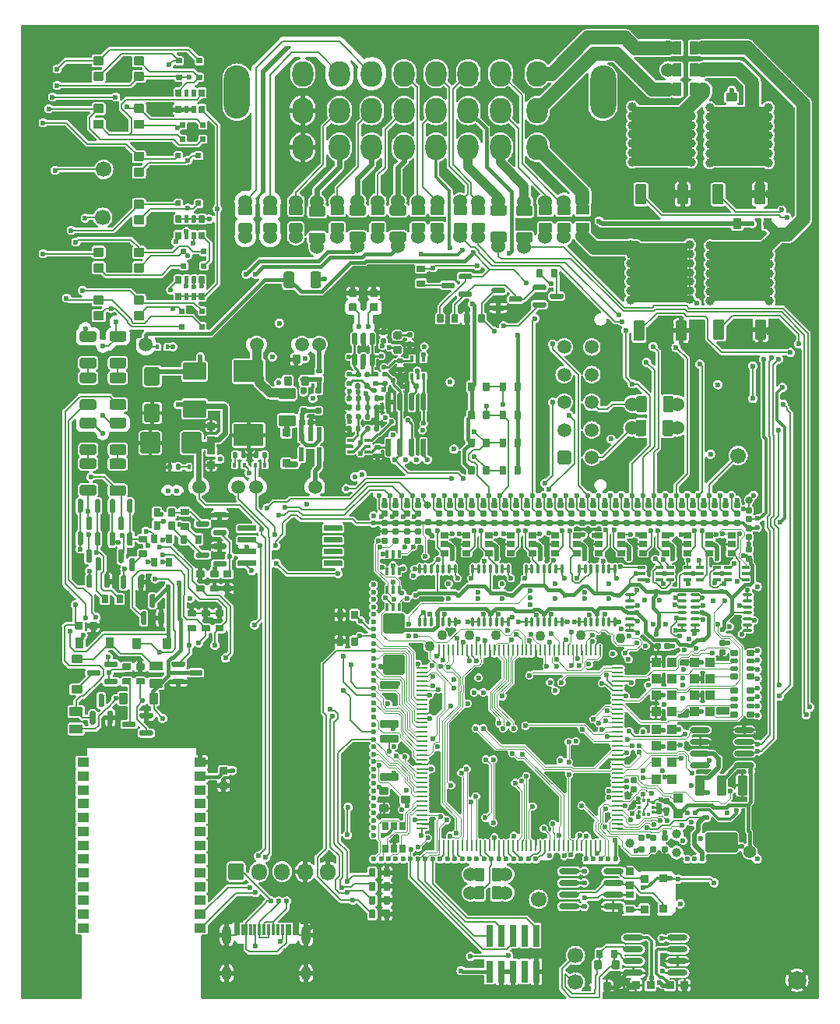
<source format=gtl>
G75*
G70*
%OFA0B0*%
%FSLAX25Y25*%
%IPPOS*%
%LPD*%
%AMOC8*
5,1,8,0,0,1.08239X$1,22.5*
%
%AMM133*
21,1,0.035430,0.030320,-0.000000,-0.000000,270.000000*
21,1,0.028350,0.037400,-0.000000,-0.000000,270.000000*
1,1,0.007090,-0.015160,-0.014170*
1,1,0.007090,-0.015160,0.014170*
1,1,0.007090,0.015160,0.014170*
1,1,0.007090,0.015160,-0.014170*
%
%AMM166*
21,1,0.074800,0.083460,0.000000,-0.000000,270.000000*
21,1,0.059840,0.098430,0.000000,-0.000000,270.000000*
1,1,0.014960,-0.041730,-0.029920*
1,1,0.014960,-0.041730,0.029920*
1,1,0.014960,0.041730,0.029920*
1,1,0.014960,0.041730,-0.029920*
%
%AMM167*
21,1,0.086610,0.073230,0.000000,-0.000000,180.000000*
21,1,0.069290,0.090550,0.000000,-0.000000,180.000000*
1,1,0.017320,-0.034650,0.036610*
1,1,0.017320,0.034650,0.036610*
1,1,0.017320,0.034650,-0.036610*
1,1,0.017320,-0.034650,-0.036610*
%
%AMM168*
21,1,0.078740,0.053540,0.000000,-0.000000,90.000000*
21,1,0.065350,0.066930,0.000000,-0.000000,90.000000*
1,1,0.013390,0.026770,0.032680*
1,1,0.013390,0.026770,-0.032680*
1,1,0.013390,-0.026770,-0.032680*
1,1,0.013390,-0.026770,0.032680*
%
%AMM169*
21,1,0.035430,0.030320,0.000000,-0.000000,0.000000*
21,1,0.028350,0.037400,0.000000,-0.000000,0.000000*
1,1,0.007090,0.014170,-0.015160*
1,1,0.007090,-0.014170,-0.015160*
1,1,0.007090,-0.014170,0.015160*
1,1,0.007090,0.014170,0.015160*
%
%AMM170*
21,1,0.021650,0.052760,0.000000,-0.000000,180.000000*
21,1,0.017320,0.057090,0.000000,-0.000000,180.000000*
1,1,0.004330,-0.008660,0.026380*
1,1,0.004330,0.008660,0.026380*
1,1,0.004330,0.008660,-0.026380*
1,1,0.004330,-0.008660,-0.026380*
%
%AMM171*
21,1,0.035830,0.026770,0.000000,-0.000000,270.000000*
21,1,0.029130,0.033470,0.000000,-0.000000,270.000000*
1,1,0.006690,-0.013390,-0.014570*
1,1,0.006690,-0.013390,0.014570*
1,1,0.006690,0.013390,0.014570*
1,1,0.006690,0.013390,-0.014570*
%
%AMM172*
21,1,0.094490,0.111020,0.000000,-0.000000,270.000000*
21,1,0.075590,0.129920,0.000000,-0.000000,270.000000*
1,1,0.018900,-0.055510,-0.037800*
1,1,0.018900,-0.055510,0.037800*
1,1,0.018900,0.055510,0.037800*
1,1,0.018900,0.055510,-0.037800*
%
%AMM173*
21,1,0.070870,0.036220,0.000000,-0.000000,0.000000*
21,1,0.061810,0.045280,0.000000,-0.000000,0.000000*
1,1,0.009060,0.030910,-0.018110*
1,1,0.009060,-0.030910,-0.018110*
1,1,0.009060,-0.030910,0.018110*
1,1,0.009060,0.030910,0.018110*
%
%AMM174*
21,1,0.033470,0.026770,0.000000,-0.000000,270.000000*
21,1,0.026770,0.033470,0.000000,-0.000000,270.000000*
1,1,0.006690,-0.013390,-0.013390*
1,1,0.006690,-0.013390,0.013390*
1,1,0.006690,0.013390,0.013390*
1,1,0.006690,0.013390,-0.013390*
%
%AMM175*
21,1,0.015750,0.016540,0.000000,-0.000000,180.000000*
21,1,0.012600,0.019680,0.000000,-0.000000,180.000000*
1,1,0.003150,-0.006300,0.008270*
1,1,0.003150,0.006300,0.008270*
1,1,0.003150,0.006300,-0.008270*
1,1,0.003150,-0.006300,-0.008270*
%
%AMM176*
21,1,0.023620,0.018900,0.000000,-0.000000,0.000000*
21,1,0.018900,0.023620,0.000000,-0.000000,0.000000*
1,1,0.004720,0.009450,-0.009450*
1,1,0.004720,-0.009450,-0.009450*
1,1,0.004720,-0.009450,0.009450*
1,1,0.004720,0.009450,0.009450*
%
%AMM177*
21,1,0.019680,0.019680,0.000000,-0.000000,270.000000*
21,1,0.015750,0.023620,0.000000,-0.000000,270.000000*
1,1,0.003940,-0.009840,-0.007870*
1,1,0.003940,-0.009840,0.007870*
1,1,0.003940,0.009840,0.007870*
1,1,0.003940,0.009840,-0.007870*
%
%AMM178*
21,1,0.019680,0.019680,0.000000,-0.000000,180.000000*
21,1,0.015750,0.023620,0.000000,-0.000000,180.000000*
1,1,0.003940,-0.007870,0.009840*
1,1,0.003940,0.007870,0.009840*
1,1,0.003940,0.007870,-0.009840*
1,1,0.003940,-0.007870,-0.009840*
%
%AMM254*
21,1,0.043310,0.075980,-0.000000,-0.000000,180.000000*
21,1,0.034650,0.084650,-0.000000,-0.000000,180.000000*
1,1,0.008660,-0.017320,0.037990*
1,1,0.008660,0.017320,0.037990*
1,1,0.008660,0.017320,-0.037990*
1,1,0.008660,-0.017320,-0.037990*
%
%AMM255*
21,1,0.043310,0.075990,-0.000000,-0.000000,180.000000*
21,1,0.034650,0.084650,-0.000000,-0.000000,180.000000*
1,1,0.008660,-0.017320,0.037990*
1,1,0.008660,0.017320,0.037990*
1,1,0.008660,0.017320,-0.037990*
1,1,0.008660,-0.017320,-0.037990*
%
%AMM256*
21,1,0.137800,0.067720,-0.000000,-0.000000,180.000000*
21,1,0.120870,0.084650,-0.000000,-0.000000,180.000000*
1,1,0.016930,-0.060430,0.033860*
1,1,0.016930,0.060430,0.033860*
1,1,0.016930,0.060430,-0.033860*
1,1,0.016930,-0.060430,-0.033860*
%
%AMM257*
21,1,0.039370,0.035430,-0.000000,-0.000000,180.000000*
21,1,0.031500,0.043310,-0.000000,-0.000000,180.000000*
1,1,0.007870,-0.015750,0.017720*
1,1,0.007870,0.015750,0.017720*
1,1,0.007870,0.015750,-0.017720*
1,1,0.007870,-0.015750,-0.017720*
%
%AMM258*
21,1,0.023620,0.030710,-0.000000,-0.000000,0.000000*
21,1,0.018900,0.035430,-0.000000,-0.000000,0.000000*
1,1,0.004720,0.009450,-0.015350*
1,1,0.004720,-0.009450,-0.015350*
1,1,0.004720,-0.009450,0.015350*
1,1,0.004720,0.009450,0.015350*
%
%AMM259*
21,1,0.027560,0.018900,-0.000000,-0.000000,0.000000*
21,1,0.022840,0.023620,-0.000000,-0.000000,0.000000*
1,1,0.004720,0.011420,-0.009450*
1,1,0.004720,-0.011420,-0.009450*
1,1,0.004720,-0.011420,0.009450*
1,1,0.004720,0.011420,0.009450*
%
%AMM260*
21,1,0.023620,0.030710,-0.000000,-0.000000,90.000000*
21,1,0.018900,0.035430,-0.000000,-0.000000,90.000000*
1,1,0.004720,0.015350,0.009450*
1,1,0.004720,0.015350,-0.009450*
1,1,0.004720,-0.015350,-0.009450*
1,1,0.004720,-0.015350,0.009450*
%
%AMM261*
21,1,0.086610,0.073230,-0.000000,-0.000000,270.000000*
21,1,0.069290,0.090550,-0.000000,-0.000000,270.000000*
1,1,0.017320,-0.036610,-0.034650*
1,1,0.017320,-0.036610,0.034650*
1,1,0.017320,0.036610,0.034650*
1,1,0.017320,0.036610,-0.034650*
%
%AMM262*
21,1,0.025590,0.026380,-0.000000,-0.000000,270.000000*
21,1,0.020470,0.031500,-0.000000,-0.000000,270.000000*
1,1,0.005120,-0.013190,-0.010240*
1,1,0.005120,-0.013190,0.010240*
1,1,0.005120,0.013190,0.010240*
1,1,0.005120,0.013190,-0.010240*
%
%AMM263*
21,1,0.017720,0.027950,-0.000000,-0.000000,270.000000*
21,1,0.014170,0.031500,-0.000000,-0.000000,270.000000*
1,1,0.003540,-0.013980,-0.007090*
1,1,0.003540,-0.013980,0.007090*
1,1,0.003540,0.013980,0.007090*
1,1,0.003540,0.013980,-0.007090*
%
%AMM264*
21,1,0.031500,0.072440,-0.000000,-0.000000,270.000000*
21,1,0.025200,0.078740,-0.000000,-0.000000,270.000000*
1,1,0.006300,-0.036220,-0.012600*
1,1,0.006300,-0.036220,0.012600*
1,1,0.006300,0.036220,0.012600*
1,1,0.006300,0.036220,-0.012600*
%
%AMM265*
21,1,0.012600,0.028980,-0.000000,-0.000000,270.000000*
21,1,0.010080,0.031500,-0.000000,-0.000000,270.000000*
1,1,0.002520,-0.014490,-0.005040*
1,1,0.002520,-0.014490,0.005040*
1,1,0.002520,0.014490,0.005040*
1,1,0.002520,0.014490,-0.005040*
%
%AMM266*
21,1,0.012600,0.028980,-0.000000,-0.000000,0.000000*
21,1,0.010080,0.031500,-0.000000,-0.000000,0.000000*
1,1,0.002520,0.005040,-0.014490*
1,1,0.002520,-0.005040,-0.014490*
1,1,0.002520,-0.005040,0.014490*
1,1,0.002520,0.005040,0.014490*
%
%AMM267*
21,1,0.039370,0.035430,-0.000000,-0.000000,90.000000*
21,1,0.031500,0.043310,-0.000000,-0.000000,90.000000*
1,1,0.007870,0.017720,0.015750*
1,1,0.007870,0.017720,-0.015750*
1,1,0.007870,-0.017720,-0.015750*
1,1,0.007870,-0.017720,0.015750*
%
%AMM268*
21,1,0.027560,0.018900,-0.000000,-0.000000,270.000000*
21,1,0.022840,0.023620,-0.000000,-0.000000,270.000000*
1,1,0.004720,-0.009450,-0.011420*
1,1,0.004720,-0.009450,0.011420*
1,1,0.004720,0.009450,0.011420*
1,1,0.004720,0.009450,-0.011420*
%
%AMM310*
21,1,0.027560,0.030710,0.000000,-0.000000,270.000000*
21,1,0.022050,0.036220,0.000000,-0.000000,270.000000*
1,1,0.005510,-0.015350,-0.011020*
1,1,0.005510,-0.015350,0.011020*
1,1,0.005510,0.015350,0.011020*
1,1,0.005510,0.015350,-0.011020*
%
%AMM311*
21,1,0.039370,0.007870,0.000000,-0.000000,315.000000*
1,1,0.007870,-0.013920,0.013920*
1,1,0.007870,0.013920,-0.013920*
%
%AMM68*
21,1,0.035430,0.030320,0.000000,0.000000,180.000000*
21,1,0.028350,0.037400,0.000000,0.000000,180.000000*
1,1,0.007090,-0.014170,0.015160*
1,1,0.007090,0.014170,0.015160*
1,1,0.007090,0.014170,-0.015160*
1,1,0.007090,-0.014170,-0.015160*
%
%AMM9*
21,1,0.033470,0.026770,0.000000,0.000000,0.000000*
21,1,0.026770,0.033470,0.000000,0.000000,0.000000*
1,1,0.006690,0.013390,-0.013390*
1,1,0.006690,-0.013390,-0.013390*
1,1,0.006690,-0.013390,0.013390*
1,1,0.006690,0.013390,0.013390*
%
%AMM91*
21,1,0.027560,0.030710,0.000000,0.000000,180.000000*
21,1,0.022050,0.036220,0.000000,0.000000,180.000000*
1,1,0.005510,-0.011020,0.015350*
1,1,0.005510,0.011020,0.015350*
1,1,0.005510,0.011020,-0.015350*
1,1,0.005510,-0.011020,-0.015350*
%
%ADD10C,0.06000*%
%ADD11O,0.06693X0.07283*%
%ADD110C,0.02756*%
%ADD12R,0.01181X0.04528*%
%ADD13O,0.03937X0.08268*%
%ADD139O,0.00866X0.05118*%
%ADD14O,0.03937X0.06299*%
%ADD140O,0.05118X0.00866*%
%ADD15C,0.06693*%
%ADD152O,0.01181X0.04331*%
%ADD153O,0.04331X0.01181*%
%ADD155O,0.08661X0.02362*%
%ADD157R,0.01476X0.01378*%
%ADD158R,0.01378X0.01476*%
%ADD16C,0.05906*%
%ADD161C,0.03100*%
%ADD162C,0.00492*%
%ADD163C,0.03900*%
%ADD164C,0.04331*%
%ADD165C,0.05512*%
%ADD17O,0.00787X0.22323*%
%ADD18O,0.43701X0.00787*%
%ADD19O,0.38583X0.01575*%
%ADD194M68*%
%ADD20O,0.01969X0.00984*%
%ADD21O,0.00787X0.26772*%
%ADD22O,0.00984X0.01969*%
%ADD227R,0.02559X0.01575*%
%ADD23C,0.02362*%
%ADD233R,0.01575X0.02559*%
%ADD237O,0.00984X0.01968*%
%ADD24O,0.12992X0.00787*%
%ADD248M91*%
%ADD249O,0.01968X0.00984*%
%ADD25O,0.40157X0.00787*%
%ADD26O,0.01181X0.00787*%
%ADD267O,0.40158X0.00787*%
%ADD27O,0.00787X0.66929*%
%ADD28O,0.00787X0.60630*%
%ADD29O,0.18898X0.00787*%
%ADD296M133*%
%ADD30O,0.10236X0.00787*%
%ADD31O,0.03937X0.00787*%
%ADD32O,0.05906X0.00787*%
%ADD329M166*%
%ADD33R,0.24350X0.00984*%
%ADD330M167*%
%ADD331M168*%
%ADD332M169*%
%ADD333M170*%
%ADD334M171*%
%ADD335M172*%
%ADD336M173*%
%ADD337M174*%
%ADD338M175*%
%ADD339M176*%
%ADD34R,0.04390X0.00984*%
%ADD340M177*%
%ADD341M178*%
%ADD35R,0.00984X0.56201*%
%ADD36R,0.00984X0.59449*%
%ADD37R,0.20374X0.00984*%
%ADD38R,0.22835X0.25197*%
%ADD39R,0.05118X0.03937*%
%ADD40C,0.07874*%
%ADD41O,0.33071X0.00787*%
%ADD42O,0.00787X0.20669*%
%ADD43O,0.02756X0.00787*%
%ADD437M254*%
%ADD438M255*%
%ADD439M256*%
%ADD44O,0.28543X0.00787*%
%ADD440M257*%
%ADD441M258*%
%ADD442M259*%
%ADD443M260*%
%ADD444M261*%
%ADD445M262*%
%ADD446M263*%
%ADD447M264*%
%ADD448M265*%
%ADD449M266*%
%ADD45O,0.03937X0.01969*%
%ADD450M267*%
%ADD451M268*%
%ADD46R,0.00787X0.09055*%
%ADD47R,0.00787X0.42126*%
%ADD48R,0.00787X0.08268*%
%ADD489O,0.03937X0.01968*%
%ADD49R,0.00787X0.23622*%
%ADD496M310*%
%ADD497M311*%
%ADD50R,0.00787X0.21260*%
%ADD51R,0.05512X0.00787*%
%ADD52R,0.19685X0.00787*%
%ADD53R,0.26772X0.00787*%
%ADD54R,0.17717X0.00787*%
%ADD55R,0.00787X0.06299*%
%ADD56R,0.00787X0.22441*%
%ADD57R,0.00787X0.07874*%
%ADD58O,0.11024X0.22835*%
%ADD59O,0.09055X0.11024*%
%ADD60R,0.02913X0.09449*%
%ADD61C,0.03937*%
%ADD62C,0.17717*%
%ADD63C,0.01575*%
%ADD64C,0.00787*%
%ADD65C,0.01181*%
%ADD66C,0.00800*%
%ADD67C,0.01969*%
%ADD68C,0.01000*%
%ADD75C,0.00984*%
%ADD83C,0.03150*%
%ADD87C,0.01968*%
%ADD96M9*%
X0000000Y0000000D02*
%LPD*%
G01*
D10*
X0196206Y0326364D03*
G36*
G01*
X0198667Y0328156D02*
X0193746Y0328156D01*
G75*
G02*
X0193352Y0328550I0000000J0000394D01*
G01*
X0193352Y0331699D01*
G75*
G02*
X0193746Y0332093I0000394J0000000D01*
G01*
X0198667Y0332093D01*
G75*
G02*
X0199061Y0331699I0000000J-000394D01*
G01*
X0199061Y0328550D01*
G75*
G02*
X0198667Y0328156I-000394J0000000D01*
G01*
G37*
G36*
G01*
X0198667Y0335636D02*
X0193746Y0335636D01*
G75*
G02*
X0193352Y0336030I0000000J0000394D01*
G01*
X0193352Y0339180D01*
G75*
G02*
X0193746Y0339573I0000394J0000000D01*
G01*
X0198667Y0339573D01*
G75*
G02*
X0199061Y0339180I0000000J-000394D01*
G01*
X0199061Y0336030D01*
G75*
G02*
X0198667Y0335636I-000394J0000000D01*
G01*
G37*
X0196206Y0341364D03*
G36*
G01*
X0068937Y0210039D02*
X0072008Y0210039D01*
G75*
G02*
X0072283Y0209764I0000000J-000276D01*
G01*
X0072283Y0207559D01*
G75*
G02*
X0072008Y0207283I-000276J0000000D01*
G01*
X0068937Y0207283D01*
G75*
G02*
X0068661Y0207559I0000000J0000276D01*
G01*
X0068661Y0209764D01*
G75*
G02*
X0068937Y0210039I0000276J0000000D01*
G01*
G37*
G36*
G01*
X0068937Y0203740D02*
X0072008Y0203740D01*
G75*
G02*
X0072283Y0203465I0000000J-000276D01*
G01*
X0072283Y0201260D01*
G75*
G02*
X0072008Y0200984I-000276J0000000D01*
G01*
X0068937Y0200984D01*
G75*
G02*
X0068661Y0201260I0000000J0000276D01*
G01*
X0068661Y0203465D01*
G75*
G02*
X0068937Y0203740I0000276J0000000D01*
G01*
G37*
G36*
G01*
X0066535Y0299469D02*
X0066535Y0302106D01*
G75*
G02*
X0066791Y0302362I0000256J0000000D01*
G01*
X0068839Y0302362D01*
G75*
G02*
X0069094Y0302106I0000000J-000256D01*
G01*
X0069094Y0299469D01*
G75*
G02*
X0068839Y0299213I-000256J0000000D01*
G01*
X0066791Y0299213D01*
G75*
G02*
X0066535Y0299469I0000000J0000256D01*
G01*
G37*
G36*
G01*
X0070374Y0299390D02*
X0070374Y0302185D01*
G75*
G02*
X0070551Y0302362I0000177J0000000D01*
G01*
X0071969Y0302362D01*
G75*
G02*
X0072146Y0302185I0000000J-000177D01*
G01*
X0072146Y0299390D01*
G75*
G02*
X0071969Y0299213I-000177J0000000D01*
G01*
X0070551Y0299213D01*
G75*
G02*
X0070374Y0299390I0000000J0000177D01*
G01*
G37*
G36*
G01*
X0073524Y0299390D02*
X0073524Y0302185D01*
G75*
G02*
X0073701Y0302362I0000177J0000000D01*
G01*
X0075118Y0302362D01*
G75*
G02*
X0075295Y0302185I0000000J-000177D01*
G01*
X0075295Y0299390D01*
G75*
G02*
X0075118Y0299213I-000177J0000000D01*
G01*
X0073701Y0299213D01*
G75*
G02*
X0073524Y0299390I0000000J0000177D01*
G01*
G37*
G36*
G01*
X0076575Y0299469D02*
X0076575Y0302106D01*
G75*
G02*
X0076831Y0302362I0000256J0000000D01*
G01*
X0078878Y0302362D01*
G75*
G02*
X0079134Y0302106I0000000J-000256D01*
G01*
X0079134Y0299469D01*
G75*
G02*
X0078878Y0299213I-000256J0000000D01*
G01*
X0076831Y0299213D01*
G75*
G02*
X0076575Y0299469I0000000J0000256D01*
G01*
G37*
G36*
G01*
X0076575Y0306555D02*
X0076575Y0309193D01*
G75*
G02*
X0076831Y0309449I0000256J0000000D01*
G01*
X0078878Y0309449D01*
G75*
G02*
X0079134Y0309193I0000000J-000256D01*
G01*
X0079134Y0306555D01*
G75*
G02*
X0078878Y0306299I-000256J0000000D01*
G01*
X0076831Y0306299D01*
G75*
G02*
X0076575Y0306555I0000000J0000256D01*
G01*
G37*
G36*
G01*
X0073524Y0306476D02*
X0073524Y0309272D01*
G75*
G02*
X0073701Y0309449I0000177J0000000D01*
G01*
X0075118Y0309449D01*
G75*
G02*
X0075295Y0309272I0000000J-000177D01*
G01*
X0075295Y0306476D01*
G75*
G02*
X0075118Y0306299I-000177J0000000D01*
G01*
X0073701Y0306299D01*
G75*
G02*
X0073524Y0306476I0000000J0000177D01*
G01*
G37*
G36*
G01*
X0070374Y0306476D02*
X0070374Y0309272D01*
G75*
G02*
X0070551Y0309449I0000177J0000000D01*
G01*
X0071969Y0309449D01*
G75*
G02*
X0072146Y0309272I0000000J-000177D01*
G01*
X0072146Y0306476D01*
G75*
G02*
X0071969Y0306299I-000177J0000000D01*
G01*
X0070551Y0306299D01*
G75*
G02*
X0070374Y0306476I0000000J0000177D01*
G01*
G37*
G36*
G01*
X0066535Y0306555D02*
X0066535Y0309193D01*
G75*
G02*
X0066791Y0309449I0000256J0000000D01*
G01*
X0068839Y0309449D01*
G75*
G02*
X0069094Y0309193I0000000J-000256D01*
G01*
X0069094Y0306555D01*
G75*
G02*
X0068839Y0306299I-000256J0000000D01*
G01*
X0066791Y0306299D01*
G75*
G02*
X0066535Y0306555I0000000J0000256D01*
G01*
G37*
G36*
G01*
X0199016Y0292874D02*
X0199016Y0289803D01*
G75*
G02*
X0198740Y0289528I-000276J0000000D01*
G01*
X0196535Y0289528D01*
G75*
G02*
X0196260Y0289803I0000000J0000276D01*
G01*
X0196260Y0292874D01*
G75*
G02*
X0196535Y0293150I0000276J0000000D01*
G01*
X0198740Y0293150D01*
G75*
G02*
X0199016Y0292874I0000000J-000276D01*
G01*
G37*
G36*
G01*
X0192717Y0292874D02*
X0192717Y0289803D01*
G75*
G02*
X0192441Y0289528I-000276J0000000D01*
G01*
X0190236Y0289528D01*
G75*
G02*
X0189961Y0289803I0000000J0000276D01*
G01*
X0189961Y0292874D01*
G75*
G02*
X0190236Y0293150I0000276J0000000D01*
G01*
X0192441Y0293150D01*
G75*
G02*
X0192717Y0292874I0000000J-000276D01*
G01*
G37*
G36*
G01*
X0205315Y0260669D02*
X0205315Y0263740D01*
G75*
G02*
X0205591Y0264016I0000276J0000000D01*
G01*
X0207795Y0264016D01*
G75*
G02*
X0208071Y0263740I0000000J-000276D01*
G01*
X0208071Y0260669D01*
G75*
G02*
X0207795Y0260394I-000276J0000000D01*
G01*
X0205591Y0260394D01*
G75*
G02*
X0205315Y0260669I0000000J0000276D01*
G01*
G37*
G36*
G01*
X0211614Y0260669D02*
X0211614Y0263740D01*
G75*
G02*
X0211890Y0264016I0000276J0000000D01*
G01*
X0214094Y0264016D01*
G75*
G02*
X0214370Y0263740I0000000J-000276D01*
G01*
X0214370Y0260669D01*
G75*
G02*
X0214094Y0260394I-000276J0000000D01*
G01*
X0211890Y0260394D01*
G75*
G02*
X0211614Y0260669I0000000J0000276D01*
G01*
G37*
G36*
G01*
X0088583Y0090020D02*
X0085906Y0090020D01*
G75*
G02*
X0085571Y0090354I0000000J0000335D01*
G01*
X0085571Y0093031D01*
G75*
G02*
X0085906Y0093366I0000335J0000000D01*
G01*
X0088583Y0093366D01*
G75*
G02*
X0088917Y0093031I0000000J-000335D01*
G01*
X0088917Y0090354D01*
G75*
G02*
X0088583Y0090020I-000335J0000000D01*
G01*
G37*
G36*
G01*
X0088583Y0096240D02*
X0085906Y0096240D01*
G75*
G02*
X0085571Y0096575I0000000J0000335D01*
G01*
X0085571Y0099252D01*
G75*
G02*
X0085906Y0099587I0000335J0000000D01*
G01*
X0088583Y0099587D01*
G75*
G02*
X0088917Y0099252I0000000J-000335D01*
G01*
X0088917Y0096575D01*
G75*
G02*
X0088583Y0096240I-000335J0000000D01*
G01*
G37*
X0188514Y0326449D03*
G36*
G01*
X0190975Y0328240D02*
X0186053Y0328240D01*
G75*
G02*
X0185660Y0328634I0000000J0000394D01*
G01*
X0185660Y0331784D01*
G75*
G02*
X0186053Y0332177I0000394J0000000D01*
G01*
X0190975Y0332177D01*
G75*
G02*
X0191368Y0331784I0000000J-000394D01*
G01*
X0191368Y0328634D01*
G75*
G02*
X0190975Y0328240I-000394J0000000D01*
G01*
G37*
G36*
G01*
X0190975Y0335721D02*
X0186053Y0335721D01*
G75*
G02*
X0185660Y0336114I0000000J0000394D01*
G01*
X0185660Y0339264D01*
G75*
G02*
X0186053Y0339658I0000394J0000000D01*
G01*
X0190975Y0339658D01*
G75*
G02*
X0191368Y0339264I0000000J-000394D01*
G01*
X0191368Y0336114D01*
G75*
G02*
X0190975Y0335721I-000394J0000000D01*
G01*
G37*
X0188514Y0341449D03*
G36*
G01*
X0032677Y0236594D02*
X0032677Y0233878D01*
G75*
G02*
X0031772Y0232972I-000906J0000000D01*
G01*
X0026496Y0232972D01*
G75*
G02*
X0025591Y0233878I0000000J0000906D01*
G01*
X0025591Y0236594D01*
G75*
G02*
X0026496Y0237500I0000906J0000000D01*
G01*
X0031772Y0237500D01*
G75*
G02*
X0032677Y0236594I0000000J-000906D01*
G01*
G37*
G36*
G01*
X0032677Y0248012D02*
X0032677Y0245295D01*
G75*
G02*
X0031772Y0244390I-000906J0000000D01*
G01*
X0026496Y0244390D01*
G75*
G02*
X0025591Y0245295I0000000J0000906D01*
G01*
X0025591Y0248012D01*
G75*
G02*
X0026496Y0248917I0000906J0000000D01*
G01*
X0031772Y0248917D01*
G75*
G02*
X0032677Y0248012I0000000J-000906D01*
G01*
G37*
X0262008Y0244488D03*
G36*
G01*
X0267303Y0240945D02*
X0264587Y0240945D01*
G75*
G02*
X0263681Y0241850I0000000J0000906D01*
G01*
X0263681Y0247126D01*
G75*
G02*
X0264587Y0248031I0000906J0000000D01*
G01*
X0267303Y0248031D01*
G75*
G02*
X0268209Y0247126I0000000J-000906D01*
G01*
X0268209Y0241850D01*
G75*
G02*
X0267303Y0240945I-000906J0000000D01*
G01*
G37*
G36*
G01*
X0278721Y0240945D02*
X0276004Y0240945D01*
G75*
G02*
X0275098Y0241850I0000000J0000906D01*
G01*
X0275098Y0247126D01*
G75*
G02*
X0276004Y0248031I0000906J0000000D01*
G01*
X0278721Y0248031D01*
G75*
G02*
X0279626Y0247126I0000000J-000906D01*
G01*
X0279626Y0241850D01*
G75*
G02*
X0278721Y0240945I-000906J0000000D01*
G01*
G37*
X0281299Y0244488D03*
G36*
G01*
X0056949Y0114606D02*
X0056949Y0113425D01*
G75*
G02*
X0056358Y0112835I-000591J0000000D01*
G01*
X0051732Y0112835D01*
G75*
G02*
X0051142Y0113425I0000000J0000591D01*
G01*
X0051142Y0114606D01*
G75*
G02*
X0051732Y0115197I0000591J0000000D01*
G01*
X0056358Y0115197D01*
G75*
G02*
X0056949Y0114606I0000000J-000591D01*
G01*
G37*
G36*
G01*
X0049567Y0118346D02*
X0049567Y0117165D01*
G75*
G02*
X0048976Y0116575I-000591J0000000D01*
G01*
X0044350Y0116575D01*
G75*
G02*
X0043760Y0117165I0000000J0000591D01*
G01*
X0043760Y0118346D01*
G75*
G02*
X0044350Y0118937I0000591J0000000D01*
G01*
X0048976Y0118937D01*
G75*
G02*
X0049567Y0118346I0000000J-000591D01*
G01*
G37*
G36*
G01*
X0056949Y0122087D02*
X0056949Y0120906D01*
G75*
G02*
X0056358Y0120315I-000591J0000000D01*
G01*
X0051732Y0120315D01*
G75*
G02*
X0051142Y0120906I0000000J0000591D01*
G01*
X0051142Y0122087D01*
G75*
G02*
X0051732Y0122677I0000591J0000000D01*
G01*
X0056358Y0122677D01*
G75*
G02*
X0056949Y0122087I0000000J-000591D01*
G01*
G37*
X0144488Y0341535D03*
G36*
G01*
X0140945Y0336240D02*
X0140945Y0338957D01*
G75*
G02*
X0141850Y0339862I0000906J0000000D01*
G01*
X0147126Y0339862D01*
G75*
G02*
X0148031Y0338957I0000000J-000906D01*
G01*
X0148031Y0336240D01*
G75*
G02*
X0147126Y0335335I-000906J0000000D01*
G01*
X0141850Y0335335D01*
G75*
G02*
X0140945Y0336240I0000000J0000906D01*
G01*
G37*
G36*
G01*
X0140945Y0324823D02*
X0140945Y0327539D01*
G75*
G02*
X0141850Y0328445I0000906J0000000D01*
G01*
X0147126Y0328445D01*
G75*
G02*
X0148031Y0327539I0000000J-000906D01*
G01*
X0148031Y0324823D01*
G75*
G02*
X0147126Y0323917I-000906J0000000D01*
G01*
X0141850Y0323917D01*
G75*
G02*
X0140945Y0324823I0000000J0000906D01*
G01*
G37*
X0144488Y0322244D03*
G36*
G01*
X0193602Y0302362D02*
X0193602Y0301181D01*
G75*
G02*
X0193012Y0300591I-000591J0000000D01*
G01*
X0188386Y0300591D01*
G75*
G02*
X0187795Y0301181I0000000J0000591D01*
G01*
X0187795Y0302362D01*
G75*
G02*
X0188386Y0302953I0000591J0000000D01*
G01*
X0193012Y0302953D01*
G75*
G02*
X0193602Y0302362I0000000J-000591D01*
G01*
G37*
G36*
G01*
X0186220Y0306102D02*
X0186220Y0304921D01*
G75*
G02*
X0185630Y0304331I-000591J0000000D01*
G01*
X0181004Y0304331D01*
G75*
G02*
X0180413Y0304921I0000000J0000591D01*
G01*
X0180413Y0306102D01*
G75*
G02*
X0181004Y0306693I0000591J0000000D01*
G01*
X0185630Y0306693D01*
G75*
G02*
X0186220Y0306102I0000000J-000591D01*
G01*
G37*
G36*
G01*
X0193602Y0309843D02*
X0193602Y0308661D01*
G75*
G02*
X0193012Y0308071I-000591J0000000D01*
G01*
X0188386Y0308071D01*
G75*
G02*
X0187795Y0308661I0000000J0000591D01*
G01*
X0187795Y0309843D01*
G75*
G02*
X0188386Y0310433I0000591J0000000D01*
G01*
X0193012Y0310433D01*
G75*
G02*
X0193602Y0309843I0000000J-000591D01*
G01*
G37*
G36*
G01*
X0069140Y0314961D02*
X0071030Y0314961D01*
G75*
G02*
X0071266Y0314724I0000000J-000236D01*
G01*
X0071266Y0312835D01*
G75*
G02*
X0071030Y0312598I-000236J0000000D01*
G01*
X0069140Y0312598D01*
G75*
G02*
X0068904Y0312835I0000000J0000236D01*
G01*
X0068904Y0314724D01*
G75*
G02*
X0069140Y0314961I0000236J0000000D01*
G01*
G37*
G36*
G01*
X0077801Y0314961D02*
X0079691Y0314961D01*
G75*
G02*
X0079927Y0314724I0000000J-000236D01*
G01*
X0079927Y0312835D01*
G75*
G02*
X0079691Y0312598I-000236J0000000D01*
G01*
X0077801Y0312598D01*
G75*
G02*
X0077565Y0312835I0000000J0000236D01*
G01*
X0077565Y0314724D01*
G75*
G02*
X0077801Y0314961I0000236J0000000D01*
G01*
G37*
G36*
G01*
X0052756Y0331496D02*
X0049213Y0331496D01*
G75*
G02*
X0048819Y0331890I0000000J0000394D01*
G01*
X0048819Y0335039D01*
G75*
G02*
X0049213Y0335433I0000394J0000000D01*
G01*
X0052756Y0335433D01*
G75*
G02*
X0053150Y0335039I0000000J-000394D01*
G01*
X0053150Y0331890D01*
G75*
G02*
X0052756Y0331496I-000394J0000000D01*
G01*
G37*
G36*
G01*
X0052756Y0338189D02*
X0049213Y0338189D01*
G75*
G02*
X0048819Y0338583I0000000J0000394D01*
G01*
X0048819Y0341732D01*
G75*
G02*
X0049213Y0342126I0000394J0000000D01*
G01*
X0052756Y0342126D01*
G75*
G02*
X0053150Y0341732I0000000J-000394D01*
G01*
X0053150Y0338583D01*
G75*
G02*
X0052756Y0338189I-000394J0000000D01*
G01*
G37*
G36*
G01*
X0149409Y0052795D02*
X0149409Y0055866D01*
G75*
G02*
X0149685Y0056142I0000276J0000000D01*
G01*
X0151890Y0056142D01*
G75*
G02*
X0152165Y0055866I0000000J-000276D01*
G01*
X0152165Y0052795D01*
G75*
G02*
X0151890Y0052520I-000276J0000000D01*
G01*
X0149685Y0052520D01*
G75*
G02*
X0149409Y0052795I0000000J0000276D01*
G01*
G37*
G36*
G01*
X0155709Y0052795D02*
X0155709Y0055866D01*
G75*
G02*
X0155984Y0056142I0000276J0000000D01*
G01*
X0158189Y0056142D01*
G75*
G02*
X0158465Y0055866I0000000J-000276D01*
G01*
X0158465Y0052795D01*
G75*
G02*
X0158189Y0052520I-000276J0000000D01*
G01*
X0155984Y0052520D01*
G75*
G02*
X0155709Y0052795I0000000J0000276D01*
G01*
G37*
G36*
G01*
X0067159Y0402805D02*
X0069049Y0402805D01*
G75*
G02*
X0069285Y0402569I0000000J-000236D01*
G01*
X0069285Y0400679D01*
G75*
G02*
X0069049Y0400443I-000236J0000000D01*
G01*
X0067159Y0400443D01*
G75*
G02*
X0066923Y0400679I0000000J0000236D01*
G01*
X0066923Y0402569D01*
G75*
G02*
X0067159Y0402805I0000236J0000000D01*
G01*
G37*
G36*
G01*
X0075821Y0402805D02*
X0077711Y0402805D01*
G75*
G02*
X0077947Y0402569I0000000J-000236D01*
G01*
X0077947Y0400679D01*
G75*
G02*
X0077711Y0400443I-000236J0000000D01*
G01*
X0075821Y0400443D01*
G75*
G02*
X0075585Y0400679I0000000J0000236D01*
G01*
X0075585Y0402569D01*
G75*
G02*
X0075821Y0402805I0000236J0000000D01*
G01*
G37*
G36*
G01*
X0089173Y0052067D02*
X0089173Y0057382D01*
G75*
G02*
X0090157Y0058366I0000984J0000000D01*
G01*
X0094882Y0058366D01*
G75*
G02*
X0095866Y0057382I0000000J-000984D01*
G01*
X0095866Y0052067D01*
G75*
G02*
X0094882Y0051083I-000984J0000000D01*
G01*
X0090157Y0051083D01*
G75*
G02*
X0089173Y0052067I0000000J0000984D01*
G01*
G37*
D11*
X0102362Y0054724D03*
X0112205Y0054724D03*
X0122047Y0054724D03*
X0131890Y0054724D03*
D12*
X0092323Y0029862D03*
X0095472Y0029862D03*
X0100591Y0029862D03*
X0104528Y0029862D03*
X0106496Y0029862D03*
X0110433Y0029862D03*
X0115551Y0029862D03*
X0118701Y0029862D03*
X0117520Y0029862D03*
X0114370Y0029862D03*
X0112402Y0029862D03*
X0108465Y0029862D03*
X0102559Y0029862D03*
X0098622Y0029862D03*
X0096654Y0029862D03*
X0093504Y0029862D03*
D13*
X0088504Y0027638D03*
D14*
X0088504Y0011181D03*
D13*
X0122520Y0027638D03*
D14*
X0122520Y0011181D03*
G36*
G01*
X0041880Y0136614D02*
X0041880Y0135433D01*
G75*
G02*
X0041289Y0134843I-000591J0000000D01*
G01*
X0036663Y0134843D01*
G75*
G02*
X0036073Y0135433I0000000J0000591D01*
G01*
X0036073Y0136614D01*
G75*
G02*
X0036663Y0137205I0000591J0000000D01*
G01*
X0041289Y0137205D01*
G75*
G02*
X0041880Y0136614I0000000J-000591D01*
G01*
G37*
G36*
G01*
X0034498Y0140354D02*
X0034498Y0139173D01*
G75*
G02*
X0033907Y0138583I-000591J0000000D01*
G01*
X0029281Y0138583D01*
G75*
G02*
X0028691Y0139173I0000000J0000591D01*
G01*
X0028691Y0140354D01*
G75*
G02*
X0029281Y0140945I0000591J0000000D01*
G01*
X0033907Y0140945D01*
G75*
G02*
X0034498Y0140354I0000000J-000591D01*
G01*
G37*
G36*
G01*
X0041880Y0144094D02*
X0041880Y0142913D01*
G75*
G02*
X0041289Y0142323I-000591J0000000D01*
G01*
X0036663Y0142323D01*
G75*
G02*
X0036073Y0142913I0000000J0000591D01*
G01*
X0036073Y0144094D01*
G75*
G02*
X0036663Y0144685I0000591J0000000D01*
G01*
X0041289Y0144685D01*
G75*
G02*
X0041880Y0144094I0000000J-000591D01*
G01*
G37*
G36*
G01*
X0032677Y0255886D02*
X0032677Y0253169D01*
G75*
G02*
X0031772Y0252264I-000906J0000000D01*
G01*
X0026496Y0252264D01*
G75*
G02*
X0025591Y0253169I0000000J0000906D01*
G01*
X0025591Y0255886D01*
G75*
G02*
X0026496Y0256791I0000906J0000000D01*
G01*
X0031772Y0256791D01*
G75*
G02*
X0032677Y0255886I0000000J-000906D01*
G01*
G37*
G36*
G01*
X0032677Y0267303D02*
X0032677Y0264587D01*
G75*
G02*
X0031772Y0263681I-000906J0000000D01*
G01*
X0026496Y0263681D01*
G75*
G02*
X0025591Y0264587I0000000J0000906D01*
G01*
X0025591Y0267303D01*
G75*
G02*
X0026496Y0268209I0000906J0000000D01*
G01*
X0031772Y0268209D01*
G75*
G02*
X0032677Y0267303I0000000J-000906D01*
G01*
G37*
G36*
G01*
X0052756Y0311024D02*
X0049213Y0311024D01*
G75*
G02*
X0048819Y0311417I0000000J0000394D01*
G01*
X0048819Y0314567D01*
G75*
G02*
X0049213Y0314961I0000394J0000000D01*
G01*
X0052756Y0314961D01*
G75*
G02*
X0053150Y0314567I0000000J-000394D01*
G01*
X0053150Y0311417D01*
G75*
G02*
X0052756Y0311024I-000394J0000000D01*
G01*
G37*
G36*
G01*
X0052756Y0317717D02*
X0049213Y0317717D01*
G75*
G02*
X0048819Y0318110I0000000J0000394D01*
G01*
X0048819Y0321260D01*
G75*
G02*
X0049213Y0321654I0000394J0000000D01*
G01*
X0052756Y0321654D01*
G75*
G02*
X0053150Y0321260I0000000J-000394D01*
G01*
X0053150Y0318110D01*
G75*
G02*
X0052756Y0317717I-000394J0000000D01*
G01*
G37*
D15*
X0307480Y0232677D03*
G36*
G01*
X0067165Y0395669D02*
X0069055Y0395669D01*
G75*
G02*
X0069291Y0395433I0000000J-000236D01*
G01*
X0069291Y0393543D01*
G75*
G02*
X0069055Y0393307I-000236J0000000D01*
G01*
X0067165Y0393307D01*
G75*
G02*
X0066929Y0393543I0000000J0000236D01*
G01*
X0066929Y0395433D01*
G75*
G02*
X0067165Y0395669I0000236J0000000D01*
G01*
G37*
G36*
G01*
X0075827Y0395669D02*
X0077717Y0395669D01*
G75*
G02*
X0077953Y0395433I0000000J-000236D01*
G01*
X0077953Y0393543D01*
G75*
G02*
X0077717Y0393307I-000236J0000000D01*
G01*
X0075827Y0393307D01*
G75*
G02*
X0075591Y0393543I0000000J0000236D01*
G01*
X0075591Y0395433D01*
G75*
G02*
X0075827Y0395669I0000236J0000000D01*
G01*
G37*
G36*
G01*
X0230118Y0312165D02*
X0230118Y0309094D01*
G75*
G02*
X0229843Y0308819I-000276J0000000D01*
G01*
X0227638Y0308819D01*
G75*
G02*
X0227362Y0309094I0000000J0000276D01*
G01*
X0227362Y0312165D01*
G75*
G02*
X0227638Y0312441I0000276J0000000D01*
G01*
X0229843Y0312441D01*
G75*
G02*
X0230118Y0312165I0000000J-000276D01*
G01*
G37*
G36*
G01*
X0223819Y0312165D02*
X0223819Y0309094D01*
G75*
G02*
X0223543Y0308819I-000276J0000000D01*
G01*
X0221339Y0308819D01*
G75*
G02*
X0221063Y0309094I0000000J0000276D01*
G01*
X0221063Y0312165D01*
G75*
G02*
X0221339Y0312441I0000276J0000000D01*
G01*
X0223543Y0312441D01*
G75*
G02*
X0223819Y0312165I0000000J-000276D01*
G01*
G37*
G36*
G01*
X0052756Y0372441D02*
X0049213Y0372441D01*
G75*
G02*
X0048819Y0372835I0000000J0000394D01*
G01*
X0048819Y0375984D01*
G75*
G02*
X0049213Y0376378I0000394J0000000D01*
G01*
X0052756Y0376378D01*
G75*
G02*
X0053150Y0375984I0000000J-000394D01*
G01*
X0053150Y0372835D01*
G75*
G02*
X0052756Y0372441I-000394J0000000D01*
G01*
G37*
G36*
G01*
X0052756Y0379134D02*
X0049213Y0379134D01*
G75*
G02*
X0048819Y0379528I0000000J0000394D01*
G01*
X0048819Y0382677D01*
G75*
G02*
X0049213Y0383071I0000394J0000000D01*
G01*
X0052756Y0383071D01*
G75*
G02*
X0053150Y0382677I0000000J-000394D01*
G01*
X0053150Y0379528D01*
G75*
G02*
X0052756Y0379134I-000394J0000000D01*
G01*
G37*
D10*
X0096457Y0326358D03*
G36*
G01*
X0098917Y0328150D02*
X0093996Y0328150D01*
G75*
G02*
X0093602Y0328543I0000000J0000394D01*
G01*
X0093602Y0331693D01*
G75*
G02*
X0093996Y0332087I0000394J0000000D01*
G01*
X0098917Y0332087D01*
G75*
G02*
X0099311Y0331693I0000000J-000394D01*
G01*
X0099311Y0328543D01*
G75*
G02*
X0098917Y0328150I-000394J0000000D01*
G01*
G37*
G36*
G01*
X0098917Y0335630D02*
X0093996Y0335630D01*
G75*
G02*
X0093602Y0336024I0000000J0000394D01*
G01*
X0093602Y0339173D01*
G75*
G02*
X0093996Y0339567I0000394J0000000D01*
G01*
X0098917Y0339567D01*
G75*
G02*
X0099311Y0339173I0000000J-000394D01*
G01*
X0099311Y0336024D01*
G75*
G02*
X0098917Y0335630I-000394J0000000D01*
G01*
G37*
X0096457Y0341358D03*
X0292539Y0407087D03*
G36*
G01*
X0290748Y0409547D02*
X0290748Y0404626D01*
G75*
G02*
X0290354Y0404232I-000394J0000000D01*
G01*
X0287205Y0404232D01*
G75*
G02*
X0286811Y0404626I0000000J0000394D01*
G01*
X0286811Y0409547D01*
G75*
G02*
X0287205Y0409941I0000394J0000000D01*
G01*
X0290354Y0409941D01*
G75*
G02*
X0290748Y0409547I0000000J-000394D01*
G01*
G37*
G36*
G01*
X0283268Y0409547D02*
X0283268Y0404626D01*
G75*
G02*
X0282874Y0404232I-000394J0000000D01*
G01*
X0279724Y0404232D01*
G75*
G02*
X0279331Y0404626I0000000J0000394D01*
G01*
X0279331Y0409547D01*
G75*
G02*
X0279724Y0409941I0000394J0000000D01*
G01*
X0282874Y0409941D01*
G75*
G02*
X0283268Y0409547I0000000J-000394D01*
G01*
G37*
X0277539Y0407087D03*
G36*
G01*
X0234980Y0228937D02*
X0231043Y0228937D01*
G75*
G02*
X0230059Y0229921I0000000J0000984D01*
G01*
X0230059Y0233858D01*
G75*
G02*
X0231043Y0234843I0000984J0000000D01*
G01*
X0234980Y0234843D01*
G75*
G02*
X0235965Y0233858I0000000J-000984D01*
G01*
X0235965Y0229921D01*
G75*
G02*
X0234980Y0228937I-000984J0000000D01*
G01*
G37*
D16*
X0233012Y0243701D03*
X0233012Y0255512D03*
X0233012Y0267323D03*
X0233012Y0279134D03*
X0244823Y0231890D03*
X0244823Y0243701D03*
X0244823Y0255512D03*
X0244823Y0267323D03*
X0244823Y0279134D03*
G36*
G01*
X0045362Y0219114D02*
X0045362Y0216398D01*
G75*
G02*
X0044457Y0215492I-000906J0000000D01*
G01*
X0039181Y0215492D01*
G75*
G02*
X0038276Y0216398I0000000J0000906D01*
G01*
X0038276Y0219114D01*
G75*
G02*
X0039181Y0220020I0000906J0000000D01*
G01*
X0044457Y0220020D01*
G75*
G02*
X0045362Y0219114I0000000J-000906D01*
G01*
G37*
G36*
G01*
X0045362Y0230531D02*
X0045362Y0227815D01*
G75*
G02*
X0044457Y0226909I-000906J0000000D01*
G01*
X0039181Y0226909D01*
G75*
G02*
X0038276Y0227815I0000000J0000906D01*
G01*
X0038276Y0230531D01*
G75*
G02*
X0039181Y0231437I0000906J0000000D01*
G01*
X0044457Y0231437D01*
G75*
G02*
X0045362Y0230531I0000000J-000906D01*
G01*
G37*
G36*
G01*
X0205315Y0248465D02*
X0205315Y0251535D01*
G75*
G02*
X0205591Y0251811I0000276J0000000D01*
G01*
X0207795Y0251811D01*
G75*
G02*
X0208071Y0251535I0000000J-000276D01*
G01*
X0208071Y0248465D01*
G75*
G02*
X0207795Y0248189I-000276J0000000D01*
G01*
X0205591Y0248189D01*
G75*
G02*
X0205315Y0248465I0000000J0000276D01*
G01*
G37*
G36*
G01*
X0211614Y0248465D02*
X0211614Y0251535D01*
G75*
G02*
X0211890Y0251811I0000276J0000000D01*
G01*
X0214094Y0251811D01*
G75*
G02*
X0214370Y0251535I0000000J-000276D01*
G01*
X0214370Y0248465D01*
G75*
G02*
X0214094Y0248189I-000276J0000000D01*
G01*
X0211890Y0248189D01*
G75*
G02*
X0211614Y0248465I0000000J0000276D01*
G01*
G37*
G36*
G01*
X0075630Y0183465D02*
X0078701Y0183465D01*
G75*
G02*
X0078976Y0183189I0000000J-000276D01*
G01*
X0078976Y0180984D01*
G75*
G02*
X0078701Y0180709I-000276J0000000D01*
G01*
X0075630Y0180709D01*
G75*
G02*
X0075354Y0180984I0000000J0000276D01*
G01*
X0075354Y0183189D01*
G75*
G02*
X0075630Y0183465I0000276J0000000D01*
G01*
G37*
G36*
G01*
X0075630Y0177165D02*
X0078701Y0177165D01*
G75*
G02*
X0078976Y0176890I0000000J-000276D01*
G01*
X0078976Y0174685D01*
G75*
G02*
X0078701Y0174409I-000276J0000000D01*
G01*
X0075630Y0174409D01*
G75*
G02*
X0075354Y0174685I0000000J0000276D01*
G01*
X0075354Y0176890D01*
G75*
G02*
X0075630Y0177165I0000276J0000000D01*
G01*
G37*
G36*
G01*
X0032677Y0214075D02*
X0033858Y0214075D01*
G75*
G02*
X0034449Y0213484I0000000J-000591D01*
G01*
X0034449Y0208858D01*
G75*
G02*
X0033858Y0208268I-000591J0000000D01*
G01*
X0032677Y0208268D01*
G75*
G02*
X0032087Y0208858I0000000J0000591D01*
G01*
X0032087Y0213484D01*
G75*
G02*
X0032677Y0214075I0000591J0000000D01*
G01*
G37*
G36*
G01*
X0028937Y0206693D02*
X0030118Y0206693D01*
G75*
G02*
X0030709Y0206102I0000000J-000591D01*
G01*
X0030709Y0201476D01*
G75*
G02*
X0030118Y0200886I-000591J0000000D01*
G01*
X0028937Y0200886D01*
G75*
G02*
X0028346Y0201476I0000000J0000591D01*
G01*
X0028346Y0206102D01*
G75*
G02*
X0028937Y0206693I0000591J0000000D01*
G01*
G37*
G36*
G01*
X0025197Y0214075D02*
X0026378Y0214075D01*
G75*
G02*
X0026969Y0213484I0000000J-000591D01*
G01*
X0026969Y0208858D01*
G75*
G02*
X0026378Y0208268I-000591J0000000D01*
G01*
X0025197Y0208268D01*
G75*
G02*
X0024606Y0208858I0000000J0000591D01*
G01*
X0024606Y0213484D01*
G75*
G02*
X0025197Y0214075I0000591J0000000D01*
G01*
G37*
G36*
G01*
X0057283Y0201220D02*
X0057283Y0204291D01*
G75*
G02*
X0057559Y0204567I0000276J0000000D01*
G01*
X0059764Y0204567D01*
G75*
G02*
X0060039Y0204291I0000000J-000276D01*
G01*
X0060039Y0201220D01*
G75*
G02*
X0059764Y0200945I-000276J0000000D01*
G01*
X0057559Y0200945D01*
G75*
G02*
X0057283Y0201220I0000000J0000276D01*
G01*
G37*
G36*
G01*
X0063583Y0201220D02*
X0063583Y0204291D01*
G75*
G02*
X0063858Y0204567I0000276J0000000D01*
G01*
X0066063Y0204567D01*
G75*
G02*
X0066339Y0204291I0000000J-000276D01*
G01*
X0066339Y0201220D01*
G75*
G02*
X0066063Y0200945I-000276J0000000D01*
G01*
X0063858Y0200945D01*
G75*
G02*
X0063583Y0201220I0000000J0000276D01*
G01*
G37*
G36*
G01*
X0046457Y0214075D02*
X0047638Y0214075D01*
G75*
G02*
X0048228Y0213484I0000000J-000591D01*
G01*
X0048228Y0208858D01*
G75*
G02*
X0047638Y0208268I-000591J0000000D01*
G01*
X0046457Y0208268D01*
G75*
G02*
X0045866Y0208858I0000000J0000591D01*
G01*
X0045866Y0213484D01*
G75*
G02*
X0046457Y0214075I0000591J0000000D01*
G01*
G37*
G36*
G01*
X0042717Y0206693D02*
X0043898Y0206693D01*
G75*
G02*
X0044488Y0206102I0000000J-000591D01*
G01*
X0044488Y0201476D01*
G75*
G02*
X0043898Y0200886I-000591J0000000D01*
G01*
X0042717Y0200886D01*
G75*
G02*
X0042126Y0201476I0000000J0000591D01*
G01*
X0042126Y0206102D01*
G75*
G02*
X0042717Y0206693I0000591J0000000D01*
G01*
G37*
G36*
G01*
X0038976Y0214075D02*
X0040157Y0214075D01*
G75*
G02*
X0040748Y0213484I0000000J-000591D01*
G01*
X0040748Y0208858D01*
G75*
G02*
X0040157Y0208268I-000591J0000000D01*
G01*
X0038976Y0208268D01*
G75*
G02*
X0038386Y0208858I0000000J0000591D01*
G01*
X0038386Y0213484D01*
G75*
G02*
X0038976Y0214075I0000591J0000000D01*
G01*
G37*
D10*
X0153150Y0326358D03*
G36*
G01*
X0155610Y0328150D02*
X0150689Y0328150D01*
G75*
G02*
X0150295Y0328543I0000000J0000394D01*
G01*
X0150295Y0331693D01*
G75*
G02*
X0150689Y0332087I0000394J0000000D01*
G01*
X0155610Y0332087D01*
G75*
G02*
X0156004Y0331693I0000000J-000394D01*
G01*
X0156004Y0328543D01*
G75*
G02*
X0155610Y0328150I-000394J0000000D01*
G01*
G37*
G36*
G01*
X0155610Y0335630D02*
X0150689Y0335630D01*
G75*
G02*
X0150295Y0336024I0000000J0000394D01*
G01*
X0150295Y0339173D01*
G75*
G02*
X0150689Y0339567I0000394J0000000D01*
G01*
X0155610Y0339567D01*
G75*
G02*
X0156004Y0339173I0000000J-000394D01*
G01*
X0156004Y0336024D01*
G75*
G02*
X0155610Y0335630I-000394J0000000D01*
G01*
G37*
X0153150Y0341358D03*
G36*
G01*
X0033130Y0161181D02*
X0033130Y0158504D01*
G75*
G02*
X0032795Y0158169I-000335J0000000D01*
G01*
X0030118Y0158169D01*
G75*
G02*
X0029783Y0158504I0000000J0000335D01*
G01*
X0029783Y0161181D01*
G75*
G02*
X0030118Y0161516I0000335J0000000D01*
G01*
X0032795Y0161516D01*
G75*
G02*
X0033130Y0161181I0000000J-000335D01*
G01*
G37*
G36*
G01*
X0026909Y0161181D02*
X0026909Y0158504D01*
G75*
G02*
X0026575Y0158169I-000335J0000000D01*
G01*
X0023898Y0158169D01*
G75*
G02*
X0023563Y0158504I0000000J0000335D01*
G01*
X0023563Y0161181D01*
G75*
G02*
X0023898Y0161516I0000335J0000000D01*
G01*
X0026575Y0161516D01*
G75*
G02*
X0026909Y0161181I0000000J-000335D01*
G01*
G37*
G36*
G01*
X0173189Y0304921D02*
X0170118Y0304921D01*
G75*
G02*
X0169843Y0305197I0000000J0000276D01*
G01*
X0169843Y0307402D01*
G75*
G02*
X0170118Y0307677I0000276J0000000D01*
G01*
X0173189Y0307677D01*
G75*
G02*
X0173465Y0307402I0000000J-000276D01*
G01*
X0173465Y0305197D01*
G75*
G02*
X0173189Y0304921I-000276J0000000D01*
G01*
G37*
G36*
G01*
X0173189Y0311220D02*
X0170118Y0311220D01*
G75*
G02*
X0169843Y0311496I0000000J0000276D01*
G01*
X0169843Y0313701D01*
G75*
G02*
X0170118Y0313976I0000276J0000000D01*
G01*
X0173189Y0313976D01*
G75*
G02*
X0173465Y0313701I0000000J-000276D01*
G01*
X0173465Y0311496D01*
G75*
G02*
X0173189Y0311220I-000276J0000000D01*
G01*
G37*
D17*
X0244400Y0018068D03*
D18*
X0265955Y0028845D03*
D19*
X0268711Y0002861D03*
D20*
X0286919Y0002861D03*
D21*
X0287608Y0015705D03*
D22*
X0246171Y0003058D03*
X0248140Y0003058D03*
D23*
X0273927Y0007192D03*
X0270482Y0009259D03*
X0275108Y0012211D03*
X0274813Y0026188D03*
G36*
G01*
X0083898Y0166535D02*
X0086969Y0166535D01*
G75*
G02*
X0087244Y0166260I0000000J-000276D01*
G01*
X0087244Y0164055D01*
G75*
G02*
X0086969Y0163780I-000276J0000000D01*
G01*
X0083898Y0163780D01*
G75*
G02*
X0083622Y0164055I0000000J0000276D01*
G01*
X0083622Y0166260D01*
G75*
G02*
X0083898Y0166535I0000276J0000000D01*
G01*
G37*
G36*
G01*
X0083898Y0160236D02*
X0086969Y0160236D01*
G75*
G02*
X0087244Y0159961I0000000J-000276D01*
G01*
X0087244Y0157756D01*
G75*
G02*
X0086969Y0157480I-000276J0000000D01*
G01*
X0083898Y0157480D01*
G75*
G02*
X0083622Y0157756I0000000J0000276D01*
G01*
X0083622Y0159961D01*
G75*
G02*
X0083898Y0160236I0000276J0000000D01*
G01*
G37*
D10*
X0262205Y0254724D03*
G36*
G01*
X0267500Y0251181D02*
X0264783Y0251181D01*
G75*
G02*
X0263878Y0252087I0000000J0000906D01*
G01*
X0263878Y0257362D01*
G75*
G02*
X0264783Y0258268I0000906J0000000D01*
G01*
X0267500Y0258268D01*
G75*
G02*
X0268406Y0257362I0000000J-000906D01*
G01*
X0268406Y0252087D01*
G75*
G02*
X0267500Y0251181I-000906J0000000D01*
G01*
G37*
G36*
G01*
X0278917Y0251181D02*
X0276201Y0251181D01*
G75*
G02*
X0275295Y0252087I0000000J0000906D01*
G01*
X0275295Y0257362D01*
G75*
G02*
X0276201Y0258268I0000906J0000000D01*
G01*
X0278917Y0258268D01*
G75*
G02*
X0279823Y0257362I0000000J-000906D01*
G01*
X0279823Y0252087D01*
G75*
G02*
X0278917Y0251181I-000906J0000000D01*
G01*
G37*
X0281496Y0254724D03*
G36*
G01*
X0032677Y0219272D02*
X0032677Y0216555D01*
G75*
G02*
X0031772Y0215650I-000906J0000000D01*
G01*
X0026496Y0215650D01*
G75*
G02*
X0025591Y0216555I0000000J0000906D01*
G01*
X0025591Y0219272D01*
G75*
G02*
X0026496Y0220177I0000906J0000000D01*
G01*
X0031772Y0220177D01*
G75*
G02*
X0032677Y0219272I0000000J-000906D01*
G01*
G37*
G36*
G01*
X0032677Y0230689D02*
X0032677Y0227972D01*
G75*
G02*
X0031772Y0227067I-000906J0000000D01*
G01*
X0026496Y0227067D01*
G75*
G02*
X0025591Y0227972I0000000J0000906D01*
G01*
X0025591Y0230689D01*
G75*
G02*
X0026496Y0231595I0000906J0000000D01*
G01*
X0031772Y0231595D01*
G75*
G02*
X0032677Y0230689I0000000J-000906D01*
G01*
G37*
G36*
G01*
X0022402Y0147500D02*
X0026417Y0147500D01*
G75*
G02*
X0026772Y0147146I0000000J-000354D01*
G01*
X0026772Y0144311D01*
G75*
G02*
X0026417Y0143957I-000354J0000000D01*
G01*
X0022402Y0143957D01*
G75*
G02*
X0022047Y0144311I0000000J0000354D01*
G01*
X0022047Y0147146D01*
G75*
G02*
X0022402Y0147500I0000354J0000000D01*
G01*
G37*
G36*
G01*
X0022402Y0134508D02*
X0026417Y0134508D01*
G75*
G02*
X0026772Y0134154I0000000J-000354D01*
G01*
X0026772Y0131319D01*
G75*
G02*
X0026417Y0130965I-000354J0000000D01*
G01*
X0022402Y0130965D01*
G75*
G02*
X0022047Y0131319I0000000J0000354D01*
G01*
X0022047Y0134154D01*
G75*
G02*
X0022402Y0134508I0000354J0000000D01*
G01*
G37*
G36*
G01*
X0088484Y0200394D02*
X0088484Y0199213D01*
G75*
G02*
X0087894Y0198622I-000591J0000000D01*
G01*
X0083268Y0198622D01*
G75*
G02*
X0082677Y0199213I0000000J0000591D01*
G01*
X0082677Y0200394D01*
G75*
G02*
X0083268Y0200984I0000591J0000000D01*
G01*
X0087894Y0200984D01*
G75*
G02*
X0088484Y0200394I0000000J-000591D01*
G01*
G37*
G36*
G01*
X0081102Y0204134D02*
X0081102Y0202953D01*
G75*
G02*
X0080512Y0202362I-000591J0000000D01*
G01*
X0075886Y0202362D01*
G75*
G02*
X0075295Y0202953I0000000J0000591D01*
G01*
X0075295Y0204134D01*
G75*
G02*
X0075886Y0204724I0000591J0000000D01*
G01*
X0080512Y0204724D01*
G75*
G02*
X0081102Y0204134I0000000J-000591D01*
G01*
G37*
G36*
G01*
X0088484Y0207874D02*
X0088484Y0206693D01*
G75*
G02*
X0087894Y0206102I-000591J0000000D01*
G01*
X0083268Y0206102D01*
G75*
G02*
X0082677Y0206693I0000000J0000591D01*
G01*
X0082677Y0207874D01*
G75*
G02*
X0083268Y0208465I0000591J0000000D01*
G01*
X0087894Y0208465D01*
G75*
G02*
X0088484Y0207874I0000000J-000591D01*
G01*
G37*
X0178740Y0326358D03*
G36*
G01*
X0181201Y0328150D02*
X0176280Y0328150D01*
G75*
G02*
X0175886Y0328543I0000000J0000394D01*
G01*
X0175886Y0331693D01*
G75*
G02*
X0176280Y0332087I0000394J0000000D01*
G01*
X0181201Y0332087D01*
G75*
G02*
X0181594Y0331693I0000000J-000394D01*
G01*
X0181594Y0328543D01*
G75*
G02*
X0181201Y0328150I-000394J0000000D01*
G01*
G37*
G36*
G01*
X0181201Y0335630D02*
X0176280Y0335630D01*
G75*
G02*
X0175886Y0336024I0000000J0000394D01*
G01*
X0175886Y0339173D01*
G75*
G02*
X0176280Y0339567I0000394J0000000D01*
G01*
X0181201Y0339567D01*
G75*
G02*
X0181594Y0339173I0000000J-000394D01*
G01*
X0181594Y0336024D01*
G75*
G02*
X0181201Y0335630I-000394J0000000D01*
G01*
G37*
X0178740Y0341358D03*
G36*
G01*
X0191929Y0236654D02*
X0191929Y0239724D01*
G75*
G02*
X0192205Y0240000I0000276J0000000D01*
G01*
X0194409Y0240000D01*
G75*
G02*
X0194685Y0239724I0000000J-000276D01*
G01*
X0194685Y0236654D01*
G75*
G02*
X0194409Y0236378I-000276J0000000D01*
G01*
X0192205Y0236378D01*
G75*
G02*
X0191929Y0236654I0000000J0000276D01*
G01*
G37*
G36*
G01*
X0198228Y0236654D02*
X0198228Y0239724D01*
G75*
G02*
X0198504Y0240000I0000276J0000000D01*
G01*
X0200709Y0240000D01*
G75*
G02*
X0200984Y0239724I0000000J-000276D01*
G01*
X0200984Y0236654D01*
G75*
G02*
X0200709Y0236378I-000276J0000000D01*
G01*
X0198504Y0236378D01*
G75*
G02*
X0198228Y0236654I0000000J0000276D01*
G01*
G37*
G36*
G01*
X0035433Y0311024D02*
X0031890Y0311024D01*
G75*
G02*
X0031496Y0311417I0000000J0000394D01*
G01*
X0031496Y0314567D01*
G75*
G02*
X0031890Y0314961I0000394J0000000D01*
G01*
X0035433Y0314961D01*
G75*
G02*
X0035827Y0314567I0000000J-000394D01*
G01*
X0035827Y0311417D01*
G75*
G02*
X0035433Y0311024I-000394J0000000D01*
G01*
G37*
G36*
G01*
X0035433Y0317717D02*
X0031890Y0317717D01*
G75*
G02*
X0031496Y0318110I0000000J0000394D01*
G01*
X0031496Y0321260D01*
G75*
G02*
X0031890Y0321654I0000394J0000000D01*
G01*
X0035433Y0321654D01*
G75*
G02*
X0035827Y0321260I0000000J-000394D01*
G01*
X0035827Y0318110D01*
G75*
G02*
X0035433Y0317717I-000394J0000000D01*
G01*
G37*
G36*
G01*
X0081732Y0183465D02*
X0084803Y0183465D01*
G75*
G02*
X0085079Y0183189I0000000J-000276D01*
G01*
X0085079Y0180984D01*
G75*
G02*
X0084803Y0180709I-000276J0000000D01*
G01*
X0081732Y0180709D01*
G75*
G02*
X0081457Y0180984I0000000J0000276D01*
G01*
X0081457Y0183189D01*
G75*
G02*
X0081732Y0183465I0000276J0000000D01*
G01*
G37*
G36*
G01*
X0081732Y0177165D02*
X0084803Y0177165D01*
G75*
G02*
X0085079Y0176890I0000000J-000276D01*
G01*
X0085079Y0174685D01*
G75*
G02*
X0084803Y0174409I-000276J0000000D01*
G01*
X0081732Y0174409D01*
G75*
G02*
X0081457Y0174685I0000000J0000276D01*
G01*
X0081457Y0176890D01*
G75*
G02*
X0081732Y0177165I0000276J0000000D01*
G01*
G37*
D15*
X0237795Y0007480D03*
G36*
G01*
X0077323Y0359866D02*
X0075433Y0359866D01*
G75*
G02*
X0075197Y0360102I0000000J0000236D01*
G01*
X0075197Y0361992D01*
G75*
G02*
X0075433Y0362228I0000236J0000000D01*
G01*
X0077323Y0362228D01*
G75*
G02*
X0077559Y0361992I0000000J-000236D01*
G01*
X0077559Y0360102D01*
G75*
G02*
X0077323Y0359866I-000236J0000000D01*
G01*
G37*
G36*
G01*
X0068661Y0359866D02*
X0066772Y0359866D01*
G75*
G02*
X0066535Y0360102I0000000J0000236D01*
G01*
X0066535Y0361992D01*
G75*
G02*
X0066772Y0362228I0000236J0000000D01*
G01*
X0068661Y0362228D01*
G75*
G02*
X0068898Y0361992I0000000J-000236D01*
G01*
X0068898Y0360102D01*
G75*
G02*
X0068661Y0359866I-000236J0000000D01*
G01*
G37*
G36*
G01*
X0035433Y0392913D02*
X0031890Y0392913D01*
G75*
G02*
X0031496Y0393307I0000000J0000394D01*
G01*
X0031496Y0396457D01*
G75*
G02*
X0031890Y0396850I0000394J0000000D01*
G01*
X0035433Y0396850D01*
G75*
G02*
X0035827Y0396457I0000000J-000394D01*
G01*
X0035827Y0393307D01*
G75*
G02*
X0035433Y0392913I-000394J0000000D01*
G01*
G37*
G36*
G01*
X0035433Y0399606D02*
X0031890Y0399606D01*
G75*
G02*
X0031496Y0400000I0000000J0000394D01*
G01*
X0031496Y0403150D01*
G75*
G02*
X0031890Y0403543I0000394J0000000D01*
G01*
X0035433Y0403543D01*
G75*
G02*
X0035827Y0403150I0000000J-000394D01*
G01*
X0035827Y0400000D01*
G75*
G02*
X0035433Y0399606I-000394J0000000D01*
G01*
G37*
D16*
X0126280Y0219193D03*
X0101083Y0219193D03*
X0093602Y0219193D03*
X0076673Y0219193D03*
D23*
X0067224Y0217421D03*
X0063287Y0217421D03*
D24*
X0111122Y0282776D03*
D25*
X0077657Y0282776D03*
D26*
X0049705Y0282776D03*
D27*
X0049508Y0249705D03*
D28*
X0130610Y0246555D03*
D16*
X0052067Y0219193D03*
D26*
X0130413Y0216634D03*
D29*
X0113878Y0216634D03*
D30*
X0084941Y0216634D03*
D31*
X0071161Y0216634D03*
D32*
X0058169Y0216634D03*
D16*
X0128051Y0280217D03*
X0120768Y0280217D03*
X0101280Y0280217D03*
X0053839Y0280217D03*
G36*
G01*
X0065157Y0188642D02*
X0065157Y0185571D01*
G75*
G02*
X0064882Y0185295I-000276J0000000D01*
G01*
X0062677Y0185295D01*
G75*
G02*
X0062402Y0185571I0000000J0000276D01*
G01*
X0062402Y0188642D01*
G75*
G02*
X0062677Y0188917I0000276J0000000D01*
G01*
X0064882Y0188917D01*
G75*
G02*
X0065157Y0188642I0000000J-000276D01*
G01*
G37*
G36*
G01*
X0058858Y0188642D02*
X0058858Y0185571D01*
G75*
G02*
X0058583Y0185295I-000276J0000000D01*
G01*
X0056378Y0185295D01*
G75*
G02*
X0056102Y0185571I0000000J0000276D01*
G01*
X0056102Y0188642D01*
G75*
G02*
X0056378Y0188917I0000276J0000000D01*
G01*
X0058583Y0188917D01*
G75*
G02*
X0058858Y0188642I0000000J-000276D01*
G01*
G37*
G36*
G01*
X0045472Y0273602D02*
X0045472Y0270886D01*
G75*
G02*
X0044567Y0269980I-000906J0000000D01*
G01*
X0039291Y0269980D01*
G75*
G02*
X0038386Y0270886I0000000J0000906D01*
G01*
X0038386Y0273602D01*
G75*
G02*
X0039291Y0274508I0000906J0000000D01*
G01*
X0044567Y0274508D01*
G75*
G02*
X0045472Y0273602I0000000J-000906D01*
G01*
G37*
G36*
G01*
X0045472Y0285020D02*
X0045472Y0282303D01*
G75*
G02*
X0044567Y0281398I-000906J0000000D01*
G01*
X0039291Y0281398D01*
G75*
G02*
X0038386Y0282303I0000000J0000906D01*
G01*
X0038386Y0285020D01*
G75*
G02*
X0039291Y0285925I0000906J0000000D01*
G01*
X0044567Y0285925D01*
G75*
G02*
X0045472Y0285020I0000000J-000906D01*
G01*
G37*
D15*
X0222047Y0042913D03*
G36*
G01*
X0201919Y0302756D02*
X0201919Y0303937D01*
G75*
G02*
X0202510Y0304528I0000591J0000000D01*
G01*
X0207136Y0304528D01*
G75*
G02*
X0207726Y0303937I0000000J-000591D01*
G01*
X0207726Y0302756D01*
G75*
G02*
X0207136Y0302165I-000591J0000000D01*
G01*
X0202510Y0302165D01*
G75*
G02*
X0201919Y0302756I0000000J0000591D01*
G01*
G37*
G36*
G01*
X0209301Y0299016D02*
X0209301Y0300197D01*
G75*
G02*
X0209892Y0300787I0000591J0000000D01*
G01*
X0214518Y0300787D01*
G75*
G02*
X0215108Y0300197I0000000J-000591D01*
G01*
X0215108Y0299016D01*
G75*
G02*
X0214518Y0298425I-000591J0000000D01*
G01*
X0209892Y0298425D01*
G75*
G02*
X0209301Y0299016I0000000J0000591D01*
G01*
G37*
G36*
G01*
X0201919Y0295276D02*
X0201919Y0296457D01*
G75*
G02*
X0202510Y0297047I0000591J0000000D01*
G01*
X0207136Y0297047D01*
G75*
G02*
X0207726Y0296457I0000000J-000591D01*
G01*
X0207726Y0295276D01*
G75*
G02*
X0207136Y0294685I-000591J0000000D01*
G01*
X0202510Y0294685D01*
G75*
G02*
X0201919Y0295276I0000000J0000591D01*
G01*
G37*
G36*
G01*
X0052756Y0351969D02*
X0049213Y0351969D01*
G75*
G02*
X0048819Y0352362I0000000J0000394D01*
G01*
X0048819Y0355512D01*
G75*
G02*
X0049213Y0355906I0000394J0000000D01*
G01*
X0052756Y0355906D01*
G75*
G02*
X0053150Y0355512I0000000J-000394D01*
G01*
X0053150Y0352362D01*
G75*
G02*
X0052756Y0351969I-000394J0000000D01*
G01*
G37*
G36*
G01*
X0052756Y0358661D02*
X0049213Y0358661D01*
G75*
G02*
X0048819Y0359055I0000000J0000394D01*
G01*
X0048819Y0362205D01*
G75*
G02*
X0049213Y0362598I0000394J0000000D01*
G01*
X0052756Y0362598D01*
G75*
G02*
X0053150Y0362205I0000000J-000394D01*
G01*
X0053150Y0359055D01*
G75*
G02*
X0052756Y0358661I-000394J0000000D01*
G01*
G37*
D23*
X0165059Y0231004D03*
X0160335Y0231004D03*
X0169783Y0231004D03*
X0174508Y0231004D03*
D33*
X0164006Y0288681D03*
D34*
X0140187Y0288681D03*
D35*
X0175689Y0261073D03*
D36*
X0138484Y0259449D03*
D37*
X0148179Y0230217D03*
D23*
X0149075Y0287795D03*
X0145138Y0287795D03*
G36*
G01*
X0045472Y0236594D02*
X0045472Y0233878D01*
G75*
G02*
X0044567Y0232972I-000906J0000000D01*
G01*
X0039291Y0232972D01*
G75*
G02*
X0038386Y0233878I0000000J0000906D01*
G01*
X0038386Y0236594D01*
G75*
G02*
X0039291Y0237500I0000906J0000000D01*
G01*
X0044567Y0237500D01*
G75*
G02*
X0045472Y0236594I0000000J-000906D01*
G01*
G37*
G36*
G01*
X0045472Y0248012D02*
X0045472Y0245295D01*
G75*
G02*
X0044567Y0244390I-000906J0000000D01*
G01*
X0039291Y0244390D01*
G75*
G02*
X0038386Y0245295I0000000J0000906D01*
G01*
X0038386Y0248012D01*
G75*
G02*
X0039291Y0248917I0000906J0000000D01*
G01*
X0044567Y0248917D01*
G75*
G02*
X0045472Y0248012I0000000J-000906D01*
G01*
G37*
D10*
X0170472Y0326358D03*
G36*
G01*
X0172933Y0328150D02*
X0168012Y0328150D01*
G75*
G02*
X0167618Y0328543I0000000J0000394D01*
G01*
X0167618Y0331693D01*
G75*
G02*
X0168012Y0332087I0000394J0000000D01*
G01*
X0172933Y0332087D01*
G75*
G02*
X0173327Y0331693I0000000J-000394D01*
G01*
X0173327Y0328543D01*
G75*
G02*
X0172933Y0328150I-000394J0000000D01*
G01*
G37*
G36*
G01*
X0172933Y0335630D02*
X0168012Y0335630D01*
G75*
G02*
X0167618Y0336024I0000000J0000394D01*
G01*
X0167618Y0339173D01*
G75*
G02*
X0168012Y0339567I0000394J0000000D01*
G01*
X0172933Y0339567D01*
G75*
G02*
X0173327Y0339173I0000000J-000394D01*
G01*
X0173327Y0336024D01*
G75*
G02*
X0172933Y0335630I-000394J0000000D01*
G01*
G37*
X0170472Y0341358D03*
G36*
G01*
X0306732Y0384252D02*
X0302717Y0384252D01*
G75*
G02*
X0302362Y0384606I0000000J0000354D01*
G01*
X0302362Y0387441D01*
G75*
G02*
X0302717Y0387795I0000354J0000000D01*
G01*
X0306732Y0387795D01*
G75*
G02*
X0307087Y0387441I0000000J-000354D01*
G01*
X0307087Y0384606D01*
G75*
G02*
X0306732Y0384252I-000354J0000000D01*
G01*
G37*
G36*
G01*
X0306732Y0397244D02*
X0302717Y0397244D01*
G75*
G02*
X0302362Y0397598I0000000J0000354D01*
G01*
X0302362Y0400433D01*
G75*
G02*
X0302717Y0400787I0000354J0000000D01*
G01*
X0306732Y0400787D01*
G75*
G02*
X0307087Y0400433I0000000J-000354D01*
G01*
X0307087Y0397598D01*
G75*
G02*
X0306732Y0397244I-000354J0000000D01*
G01*
G37*
G36*
G01*
X0068654Y0369228D02*
X0070543Y0369228D01*
G75*
G02*
X0070780Y0368992I0000000J-000236D01*
G01*
X0070780Y0367102D01*
G75*
G02*
X0070543Y0366866I-000236J0000000D01*
G01*
X0068654Y0366866D01*
G75*
G02*
X0068417Y0367102I0000000J0000236D01*
G01*
X0068417Y0368992D01*
G75*
G02*
X0068654Y0369228I0000236J0000000D01*
G01*
G37*
G36*
G01*
X0077315Y0369228D02*
X0079205Y0369228D01*
G75*
G02*
X0079441Y0368992I0000000J-000236D01*
G01*
X0079441Y0367102D01*
G75*
G02*
X0079205Y0366866I-000236J0000000D01*
G01*
X0077315Y0366866D01*
G75*
G02*
X0077079Y0367102I0000000J0000236D01*
G01*
X0077079Y0368992D01*
G75*
G02*
X0077315Y0369228I0000236J0000000D01*
G01*
G37*
G36*
G01*
X0205315Y0224843D02*
X0205315Y0227913D01*
G75*
G02*
X0205591Y0228189I0000276J0000000D01*
G01*
X0207795Y0228189D01*
G75*
G02*
X0208071Y0227913I0000000J-000276D01*
G01*
X0208071Y0224843D01*
G75*
G02*
X0207795Y0224567I-000276J0000000D01*
G01*
X0205591Y0224567D01*
G75*
G02*
X0205315Y0224843I0000000J0000276D01*
G01*
G37*
G36*
G01*
X0211614Y0224843D02*
X0211614Y0227913D01*
G75*
G02*
X0211890Y0228189I0000276J0000000D01*
G01*
X0214094Y0228189D01*
G75*
G02*
X0214370Y0227913I0000000J-000276D01*
G01*
X0214370Y0224843D01*
G75*
G02*
X0214094Y0224567I-000276J0000000D01*
G01*
X0211890Y0224567D01*
G75*
G02*
X0211614Y0224843I0000000J0000276D01*
G01*
G37*
G36*
G01*
X0055807Y0144685D02*
X0060728Y0144685D01*
G75*
G02*
X0061122Y0144291I0000000J-000394D01*
G01*
X0061122Y0141142D01*
G75*
G02*
X0060728Y0140748I-000394J0000000D01*
G01*
X0055807Y0140748D01*
G75*
G02*
X0055413Y0141142I0000000J0000394D01*
G01*
X0055413Y0144291D01*
G75*
G02*
X0055807Y0144685I0000394J0000000D01*
G01*
G37*
G36*
G01*
X0055807Y0137205D02*
X0060728Y0137205D01*
G75*
G02*
X0061122Y0136811I0000000J-000394D01*
G01*
X0061122Y0133661D01*
G75*
G02*
X0060728Y0133268I-000394J0000000D01*
G01*
X0055807Y0133268D01*
G75*
G02*
X0055413Y0133661I0000000J0000394D01*
G01*
X0055413Y0136811D01*
G75*
G02*
X0055807Y0137205I0000394J0000000D01*
G01*
G37*
G36*
G01*
X0187598Y0292874D02*
X0187598Y0289803D01*
G75*
G02*
X0187323Y0289528I-000276J0000000D01*
G01*
X0185118Y0289528D01*
G75*
G02*
X0184843Y0289803I0000000J0000276D01*
G01*
X0184843Y0292874D01*
G75*
G02*
X0185118Y0293150I0000276J0000000D01*
G01*
X0187323Y0293150D01*
G75*
G02*
X0187598Y0292874I0000000J-000276D01*
G01*
G37*
G36*
G01*
X0181299Y0292874D02*
X0181299Y0289803D01*
G75*
G02*
X0181024Y0289528I-000276J0000000D01*
G01*
X0178819Y0289528D01*
G75*
G02*
X0178543Y0289803I0000000J0000276D01*
G01*
X0178543Y0292874D01*
G75*
G02*
X0178819Y0293150I0000276J0000000D01*
G01*
X0181024Y0293150D01*
G75*
G02*
X0181299Y0292874I0000000J-000276D01*
G01*
G37*
G36*
G01*
X0044882Y0175689D02*
X0043701Y0175689D01*
G75*
G02*
X0043110Y0176280I0000000J0000591D01*
G01*
X0043110Y0180906D01*
G75*
G02*
X0043701Y0181496I0000591J0000000D01*
G01*
X0044882Y0181496D01*
G75*
G02*
X0045472Y0180906I0000000J-000591D01*
G01*
X0045472Y0176280D01*
G75*
G02*
X0044882Y0175689I-000591J0000000D01*
G01*
G37*
G36*
G01*
X0048622Y0183071D02*
X0047441Y0183071D01*
G75*
G02*
X0046850Y0183661I0000000J0000591D01*
G01*
X0046850Y0188287D01*
G75*
G02*
X0047441Y0188878I0000591J0000000D01*
G01*
X0048622Y0188878D01*
G75*
G02*
X0049213Y0188287I0000000J-000591D01*
G01*
X0049213Y0183661D01*
G75*
G02*
X0048622Y0183071I-000591J0000000D01*
G01*
G37*
G36*
G01*
X0052362Y0175689D02*
X0051181Y0175689D01*
G75*
G02*
X0050591Y0176280I0000000J0000591D01*
G01*
X0050591Y0180906D01*
G75*
G02*
X0051181Y0181496I0000591J0000000D01*
G01*
X0052362Y0181496D01*
G75*
G02*
X0052953Y0180906I0000000J-000591D01*
G01*
X0052953Y0176280D01*
G75*
G02*
X0052362Y0175689I-000591J0000000D01*
G01*
G37*
G36*
G01*
X0066535Y0379390D02*
X0066535Y0382028D01*
G75*
G02*
X0066791Y0382283I0000256J0000000D01*
G01*
X0068839Y0382283D01*
G75*
G02*
X0069094Y0382028I0000000J-000256D01*
G01*
X0069094Y0379390D01*
G75*
G02*
X0068839Y0379134I-000256J0000000D01*
G01*
X0066791Y0379134D01*
G75*
G02*
X0066535Y0379390I0000000J0000256D01*
G01*
G37*
G36*
G01*
X0070374Y0379311D02*
X0070374Y0382106D01*
G75*
G02*
X0070551Y0382283I0000177J0000000D01*
G01*
X0071969Y0382283D01*
G75*
G02*
X0072146Y0382106I0000000J-000177D01*
G01*
X0072146Y0379311D01*
G75*
G02*
X0071969Y0379134I-000177J0000000D01*
G01*
X0070551Y0379134D01*
G75*
G02*
X0070374Y0379311I0000000J0000177D01*
G01*
G37*
G36*
G01*
X0073524Y0379311D02*
X0073524Y0382106D01*
G75*
G02*
X0073701Y0382283I0000177J0000000D01*
G01*
X0075118Y0382283D01*
G75*
G02*
X0075295Y0382106I0000000J-000177D01*
G01*
X0075295Y0379311D01*
G75*
G02*
X0075118Y0379134I-000177J0000000D01*
G01*
X0073701Y0379134D01*
G75*
G02*
X0073524Y0379311I0000000J0000177D01*
G01*
G37*
G36*
G01*
X0076575Y0379390D02*
X0076575Y0382028D01*
G75*
G02*
X0076831Y0382283I0000256J0000000D01*
G01*
X0078878Y0382283D01*
G75*
G02*
X0079134Y0382028I0000000J-000256D01*
G01*
X0079134Y0379390D01*
G75*
G02*
X0078878Y0379134I-000256J0000000D01*
G01*
X0076831Y0379134D01*
G75*
G02*
X0076575Y0379390I0000000J0000256D01*
G01*
G37*
G36*
G01*
X0076575Y0386476D02*
X0076575Y0389114D01*
G75*
G02*
X0076831Y0389370I0000256J0000000D01*
G01*
X0078878Y0389370D01*
G75*
G02*
X0079134Y0389114I0000000J-000256D01*
G01*
X0079134Y0386476D01*
G75*
G02*
X0078878Y0386220I-000256J0000000D01*
G01*
X0076831Y0386220D01*
G75*
G02*
X0076575Y0386476I0000000J0000256D01*
G01*
G37*
G36*
G01*
X0073524Y0386398D02*
X0073524Y0389193D01*
G75*
G02*
X0073701Y0389370I0000177J0000000D01*
G01*
X0075118Y0389370D01*
G75*
G02*
X0075295Y0389193I0000000J-000177D01*
G01*
X0075295Y0386398D01*
G75*
G02*
X0075118Y0386220I-000177J0000000D01*
G01*
X0073701Y0386220D01*
G75*
G02*
X0073524Y0386398I0000000J0000177D01*
G01*
G37*
G36*
G01*
X0070374Y0386398D02*
X0070374Y0389193D01*
G75*
G02*
X0070551Y0389370I0000177J0000000D01*
G01*
X0071969Y0389370D01*
G75*
G02*
X0072146Y0389193I0000000J-000177D01*
G01*
X0072146Y0386398D01*
G75*
G02*
X0071969Y0386220I-000177J0000000D01*
G01*
X0070551Y0386220D01*
G75*
G02*
X0070374Y0386398I0000000J0000177D01*
G01*
G37*
G36*
G01*
X0066535Y0386476D02*
X0066535Y0389114D01*
G75*
G02*
X0066791Y0389370I0000256J0000000D01*
G01*
X0068839Y0389370D01*
G75*
G02*
X0069094Y0389114I0000000J-000256D01*
G01*
X0069094Y0386476D01*
G75*
G02*
X0068839Y0386220I-000256J0000000D01*
G01*
X0066791Y0386220D01*
G75*
G02*
X0066535Y0386476I0000000J0000256D01*
G01*
G37*
G36*
G01*
X0068352Y0295620D02*
X0070242Y0295620D01*
G75*
G02*
X0070478Y0295384I0000000J-000236D01*
G01*
X0070478Y0293494D01*
G75*
G02*
X0070242Y0293258I-000236J0000000D01*
G01*
X0068352Y0293258D01*
G75*
G02*
X0068116Y0293494I0000000J0000236D01*
G01*
X0068116Y0295384D01*
G75*
G02*
X0068352Y0295620I0000236J0000000D01*
G01*
G37*
G36*
G01*
X0077014Y0295620D02*
X0078904Y0295620D01*
G75*
G02*
X0079140Y0295384I0000000J-000236D01*
G01*
X0079140Y0293494D01*
G75*
G02*
X0078904Y0293258I-000236J0000000D01*
G01*
X0077014Y0293258D01*
G75*
G02*
X0076778Y0293494I0000000J0000236D01*
G01*
X0076778Y0295384D01*
G75*
G02*
X0077014Y0295620I0000236J0000000D01*
G01*
G37*
G36*
G01*
X0052756Y0290551D02*
X0049213Y0290551D01*
G75*
G02*
X0048819Y0290945I0000000J0000394D01*
G01*
X0048819Y0294094D01*
G75*
G02*
X0049213Y0294488I0000394J0000000D01*
G01*
X0052756Y0294488D01*
G75*
G02*
X0053150Y0294094I0000000J-000394D01*
G01*
X0053150Y0290945D01*
G75*
G02*
X0052756Y0290551I-000394J0000000D01*
G01*
G37*
G36*
G01*
X0052756Y0297244D02*
X0049213Y0297244D01*
G75*
G02*
X0048819Y0297638I0000000J0000394D01*
G01*
X0048819Y0300787D01*
G75*
G02*
X0049213Y0301181I0000394J0000000D01*
G01*
X0052756Y0301181D01*
G75*
G02*
X0053150Y0300787I0000000J-000394D01*
G01*
X0053150Y0297638D01*
G75*
G02*
X0052756Y0297244I-000394J0000000D01*
G01*
G37*
G36*
G01*
X0300787Y0340157D02*
X0297008Y0340157D01*
G75*
G02*
X0296535Y0340630I0000000J0000472D01*
G01*
X0296535Y0348346D01*
G75*
G02*
X0297008Y0348819I0000472J0000000D01*
G01*
X0300787Y0348819D01*
G75*
G02*
X0301260Y0348346I0000000J-000472D01*
G01*
X0301260Y0340630D01*
G75*
G02*
X0300787Y0340157I-000472J0000000D01*
G01*
G37*
D38*
X0307874Y0369291D03*
G36*
G01*
X0318740Y0340157D02*
X0314961Y0340157D01*
G75*
G02*
X0314488Y0340630I0000000J0000472D01*
G01*
X0314488Y0348346D01*
G75*
G02*
X0314961Y0348819I0000472J0000000D01*
G01*
X0318740Y0348819D01*
G75*
G02*
X0319213Y0348346I0000000J-000472D01*
G01*
X0319213Y0340630D01*
G75*
G02*
X0318740Y0340157I-000472J0000000D01*
G01*
G37*
G36*
G01*
X0048228Y0150354D02*
X0048228Y0154370D01*
G75*
G02*
X0048583Y0154724I0000354J0000000D01*
G01*
X0051417Y0154724D01*
G75*
G02*
X0051772Y0154370I0000000J-000354D01*
G01*
X0051772Y0150354D01*
G75*
G02*
X0051417Y0150000I-000354J0000000D01*
G01*
X0048583Y0150000D01*
G75*
G02*
X0048228Y0150354I0000000J0000354D01*
G01*
G37*
G36*
G01*
X0061220Y0150354D02*
X0061220Y0154370D01*
G75*
G02*
X0061575Y0154724I0000354J0000000D01*
G01*
X0064409Y0154724D01*
G75*
G02*
X0064764Y0154370I0000000J-000354D01*
G01*
X0064764Y0150354D01*
G75*
G02*
X0064409Y0150000I-000354J0000000D01*
G01*
X0061575Y0150000D01*
G75*
G02*
X0061220Y0150354I0000000J0000354D01*
G01*
G37*
G36*
G01*
X0035433Y0372441D02*
X0031890Y0372441D01*
G75*
G02*
X0031496Y0372835I0000000J0000394D01*
G01*
X0031496Y0375984D01*
G75*
G02*
X0031890Y0376378I0000394J0000000D01*
G01*
X0035433Y0376378D01*
G75*
G02*
X0035827Y0375984I0000000J-000394D01*
G01*
X0035827Y0372835D01*
G75*
G02*
X0035433Y0372441I-000394J0000000D01*
G01*
G37*
G36*
G01*
X0035433Y0379134D02*
X0031890Y0379134D01*
G75*
G02*
X0031496Y0379528I0000000J0000394D01*
G01*
X0031496Y0382677D01*
G75*
G02*
X0031890Y0383071I0000394J0000000D01*
G01*
X0035433Y0383071D01*
G75*
G02*
X0035827Y0382677I0000000J-000394D01*
G01*
X0035827Y0379528D01*
G75*
G02*
X0035433Y0379134I-000394J0000000D01*
G01*
G37*
D10*
X0118110Y0326358D03*
G36*
G01*
X0120571Y0328150D02*
X0115650Y0328150D01*
G75*
G02*
X0115256Y0328543I0000000J0000394D01*
G01*
X0115256Y0331693D01*
G75*
G02*
X0115650Y0332087I0000394J0000000D01*
G01*
X0120571Y0332087D01*
G75*
G02*
X0120965Y0331693I0000000J-000394D01*
G01*
X0120965Y0328543D01*
G75*
G02*
X0120571Y0328150I-000394J0000000D01*
G01*
G37*
G36*
G01*
X0120571Y0335630D02*
X0115650Y0335630D01*
G75*
G02*
X0115256Y0336024I0000000J0000394D01*
G01*
X0115256Y0339173D01*
G75*
G02*
X0115650Y0339567I0000394J0000000D01*
G01*
X0120571Y0339567D01*
G75*
G02*
X0120965Y0339173I0000000J-000394D01*
G01*
X0120965Y0336024D01*
G75*
G02*
X0120571Y0335630I-000394J0000000D01*
G01*
G37*
X0118110Y0341358D03*
G36*
G01*
X0046457Y0199902D02*
X0047638Y0199902D01*
G75*
G02*
X0048228Y0199311I0000000J-000591D01*
G01*
X0048228Y0194685D01*
G75*
G02*
X0047638Y0194094I-000591J0000000D01*
G01*
X0046457Y0194094D01*
G75*
G02*
X0045866Y0194685I0000000J0000591D01*
G01*
X0045866Y0199311D01*
G75*
G02*
X0046457Y0199902I0000591J0000000D01*
G01*
G37*
G36*
G01*
X0042717Y0192520D02*
X0043898Y0192520D01*
G75*
G02*
X0044488Y0191929I0000000J-000591D01*
G01*
X0044488Y0187303D01*
G75*
G02*
X0043898Y0186713I-000591J0000000D01*
G01*
X0042717Y0186713D01*
G75*
G02*
X0042126Y0187303I0000000J0000591D01*
G01*
X0042126Y0191929D01*
G75*
G02*
X0042717Y0192520I0000591J0000000D01*
G01*
G37*
G36*
G01*
X0038976Y0199902D02*
X0040157Y0199902D01*
G75*
G02*
X0040748Y0199311I0000000J-000591D01*
G01*
X0040748Y0194685D01*
G75*
G02*
X0040157Y0194094I-000591J0000000D01*
G01*
X0038976Y0194094D01*
G75*
G02*
X0038386Y0194685I0000000J0000591D01*
G01*
X0038386Y0199311D01*
G75*
G02*
X0038976Y0199902I0000591J0000000D01*
G01*
G37*
G36*
G01*
X0219479Y0304027D02*
X0219479Y0305208D01*
G75*
G02*
X0220070Y0305798I0000591J0000000D01*
G01*
X0224696Y0305798D01*
G75*
G02*
X0225286Y0305208I0000000J-000591D01*
G01*
X0225286Y0304027D01*
G75*
G02*
X0224696Y0303436I-000591J0000000D01*
G01*
X0220070Y0303436D01*
G75*
G02*
X0219479Y0304027I0000000J0000591D01*
G01*
G37*
G36*
G01*
X0226861Y0300286D02*
X0226861Y0301468D01*
G75*
G02*
X0227452Y0302058I0000591J0000000D01*
G01*
X0232078Y0302058D01*
G75*
G02*
X0232668Y0301468I0000000J-000591D01*
G01*
X0232668Y0300286D01*
G75*
G02*
X0232078Y0299696I-000591J0000000D01*
G01*
X0227452Y0299696D01*
G75*
G02*
X0226861Y0300286I0000000J0000591D01*
G01*
G37*
G36*
G01*
X0219479Y0296546D02*
X0219479Y0297727D01*
G75*
G02*
X0220070Y0298318I0000591J0000000D01*
G01*
X0224696Y0298318D01*
G75*
G02*
X0225286Y0297727I0000000J-000591D01*
G01*
X0225286Y0296546D01*
G75*
G02*
X0224696Y0295956I-000591J0000000D01*
G01*
X0220070Y0295956D01*
G75*
G02*
X0219479Y0296546I0000000J0000591D01*
G01*
G37*
G36*
G01*
X0075035Y0157480D02*
X0071965Y0157480D01*
G75*
G02*
X0071689Y0157756I0000000J0000276D01*
G01*
X0071689Y0159961D01*
G75*
G02*
X0071965Y0160236I0000276J0000000D01*
G01*
X0075035Y0160236D01*
G75*
G02*
X0075311Y0159961I0000000J-000276D01*
G01*
X0075311Y0157756D01*
G75*
G02*
X0075035Y0157480I-000276J0000000D01*
G01*
G37*
G36*
G01*
X0075035Y0163780D02*
X0071965Y0163780D01*
G75*
G02*
X0071689Y0164055I0000000J0000276D01*
G01*
X0071689Y0166260D01*
G75*
G02*
X0071965Y0166535I0000276J0000000D01*
G01*
X0075035Y0166535D01*
G75*
G02*
X0075311Y0166260I0000000J-000276D01*
G01*
X0075311Y0164055D01*
G75*
G02*
X0075035Y0163780I-000276J0000000D01*
G01*
G37*
G36*
G01*
X0032677Y0200098D02*
X0033858Y0200098D01*
G75*
G02*
X0034449Y0199508I0000000J-000591D01*
G01*
X0034449Y0194882D01*
G75*
G02*
X0033858Y0194291I-000591J0000000D01*
G01*
X0032677Y0194291D01*
G75*
G02*
X0032087Y0194882I0000000J0000591D01*
G01*
X0032087Y0199508D01*
G75*
G02*
X0032677Y0200098I0000591J0000000D01*
G01*
G37*
G36*
G01*
X0028937Y0192717D02*
X0030118Y0192717D01*
G75*
G02*
X0030709Y0192126I0000000J-000591D01*
G01*
X0030709Y0187500D01*
G75*
G02*
X0030118Y0186909I-000591J0000000D01*
G01*
X0028937Y0186909D01*
G75*
G02*
X0028346Y0187500I0000000J0000591D01*
G01*
X0028346Y0192126D01*
G75*
G02*
X0028937Y0192717I0000591J0000000D01*
G01*
G37*
G36*
G01*
X0025197Y0200098D02*
X0026378Y0200098D01*
G75*
G02*
X0026969Y0199508I0000000J-000591D01*
G01*
X0026969Y0194882D01*
G75*
G02*
X0026378Y0194291I-000591J0000000D01*
G01*
X0025197Y0194291D01*
G75*
G02*
X0024606Y0194882I0000000J0000591D01*
G01*
X0024606Y0199508D01*
G75*
G02*
X0025197Y0200098I0000591J0000000D01*
G01*
G37*
G36*
G01*
X0035000Y0169803D02*
X0035000Y0172874D01*
G75*
G02*
X0035276Y0173150I0000276J0000000D01*
G01*
X0037480Y0173150D01*
G75*
G02*
X0037756Y0172874I0000000J-000276D01*
G01*
X0037756Y0169803D01*
G75*
G02*
X0037480Y0169528I-000276J0000000D01*
G01*
X0035276Y0169528D01*
G75*
G02*
X0035000Y0169803I0000000J0000276D01*
G01*
G37*
G36*
G01*
X0041299Y0169803D02*
X0041299Y0172874D01*
G75*
G02*
X0041575Y0173150I0000276J0000000D01*
G01*
X0043780Y0173150D01*
G75*
G02*
X0044055Y0172874I0000000J-000276D01*
G01*
X0044055Y0169803D01*
G75*
G02*
X0043780Y0169528I-000276J0000000D01*
G01*
X0041575Y0169528D01*
G75*
G02*
X0041299Y0169803I0000000J0000276D01*
G01*
G37*
G36*
G01*
X0068654Y0375228D02*
X0070543Y0375228D01*
G75*
G02*
X0070780Y0374992I0000000J-000236D01*
G01*
X0070780Y0373102D01*
G75*
G02*
X0070543Y0372866I-000236J0000000D01*
G01*
X0068654Y0372866D01*
G75*
G02*
X0068417Y0373102I0000000J0000236D01*
G01*
X0068417Y0374992D01*
G75*
G02*
X0068654Y0375228I0000236J0000000D01*
G01*
G37*
G36*
G01*
X0077315Y0375228D02*
X0079205Y0375228D01*
G75*
G02*
X0079441Y0374992I0000000J-000236D01*
G01*
X0079441Y0373102D01*
G75*
G02*
X0079205Y0372866I-000236J0000000D01*
G01*
X0077315Y0372866D01*
G75*
G02*
X0077079Y0373102I0000000J0000236D01*
G01*
X0077079Y0374992D01*
G75*
G02*
X0077315Y0375228I0000236J0000000D01*
G01*
G37*
G36*
G01*
X0191929Y0224843D02*
X0191929Y0227913D01*
G75*
G02*
X0192205Y0228189I0000276J0000000D01*
G01*
X0194409Y0228189D01*
G75*
G02*
X0194685Y0227913I0000000J-000276D01*
G01*
X0194685Y0224843D01*
G75*
G02*
X0194409Y0224567I-000276J0000000D01*
G01*
X0192205Y0224567D01*
G75*
G02*
X0191929Y0224843I0000000J0000276D01*
G01*
G37*
G36*
G01*
X0198228Y0224843D02*
X0198228Y0227913D01*
G75*
G02*
X0198504Y0228189I0000276J0000000D01*
G01*
X0200709Y0228189D01*
G75*
G02*
X0200984Y0227913I0000000J-000276D01*
G01*
X0200984Y0224843D01*
G75*
G02*
X0200709Y0224567I-000276J0000000D01*
G01*
X0198504Y0224567D01*
G75*
G02*
X0198228Y0224843I0000000J0000276D01*
G01*
G37*
G36*
G01*
X0030315Y0176083D02*
X0029134Y0176083D01*
G75*
G02*
X0028543Y0176673I0000000J0000591D01*
G01*
X0028543Y0181299D01*
G75*
G02*
X0029134Y0181890I0000591J0000000D01*
G01*
X0030315Y0181890D01*
G75*
G02*
X0030906Y0181299I0000000J-000591D01*
G01*
X0030906Y0176673D01*
G75*
G02*
X0030315Y0176083I-000591J0000000D01*
G01*
G37*
G36*
G01*
X0034055Y0183465D02*
X0032874Y0183465D01*
G75*
G02*
X0032283Y0184055I0000000J0000591D01*
G01*
X0032283Y0188681D01*
G75*
G02*
X0032874Y0189272I0000591J0000000D01*
G01*
X0034055Y0189272D01*
G75*
G02*
X0034646Y0188681I0000000J-000591D01*
G01*
X0034646Y0184055D01*
G75*
G02*
X0034055Y0183465I-000591J0000000D01*
G01*
G37*
G36*
G01*
X0037795Y0176083D02*
X0036614Y0176083D01*
G75*
G02*
X0036024Y0176673I0000000J0000591D01*
G01*
X0036024Y0181299D01*
G75*
G02*
X0036614Y0181890I0000591J0000000D01*
G01*
X0037795Y0181890D01*
G75*
G02*
X0038386Y0181299I0000000J-000591D01*
G01*
X0038386Y0176673D01*
G75*
G02*
X0037795Y0176083I-000591J0000000D01*
G01*
G37*
D39*
X0076969Y0030610D03*
X0076969Y0036516D03*
X0076969Y0042421D03*
X0076969Y0048327D03*
X0076969Y0054232D03*
X0076969Y0060138D03*
X0076969Y0066043D03*
X0076969Y0071949D03*
X0076969Y0077854D03*
X0076969Y0083760D03*
X0076969Y0089665D03*
X0076969Y0095571D03*
X0076969Y0101476D03*
X0026969Y0101476D03*
X0026969Y0095571D03*
X0026969Y0089665D03*
X0026969Y0083760D03*
X0026969Y0077854D03*
X0026969Y0071949D03*
X0026969Y0066043D03*
X0026969Y0060138D03*
X0026969Y0054232D03*
X0026969Y0048327D03*
X0026969Y0042421D03*
X0026969Y0036516D03*
X0026969Y0030610D03*
G36*
G01*
X0031693Y0117697D02*
X0030512Y0117697D01*
G75*
G02*
X0029921Y0118287I0000000J0000591D01*
G01*
X0029921Y0122913D01*
G75*
G02*
X0030512Y0123504I0000591J0000000D01*
G01*
X0031693Y0123504D01*
G75*
G02*
X0032283Y0122913I0000000J-000591D01*
G01*
X0032283Y0118287D01*
G75*
G02*
X0031693Y0117697I-000591J0000000D01*
G01*
G37*
G36*
G01*
X0035433Y0125079D02*
X0034252Y0125079D01*
G75*
G02*
X0033661Y0125669I0000000J0000591D01*
G01*
X0033661Y0130295D01*
G75*
G02*
X0034252Y0130886I0000591J0000000D01*
G01*
X0035433Y0130886D01*
G75*
G02*
X0036024Y0130295I0000000J-000591D01*
G01*
X0036024Y0125669D01*
G75*
G02*
X0035433Y0125079I-000591J0000000D01*
G01*
G37*
G36*
G01*
X0039173Y0117697D02*
X0037992Y0117697D01*
G75*
G02*
X0037402Y0118287I0000000J0000591D01*
G01*
X0037402Y0122913D01*
G75*
G02*
X0037992Y0123504I0000591J0000000D01*
G01*
X0039173Y0123504D01*
G75*
G02*
X0039764Y0122913I0000000J-000591D01*
G01*
X0039764Y0118287D01*
G75*
G02*
X0039173Y0117697I-000591J0000000D01*
G01*
G37*
D10*
X0215929Y0341339D03*
G36*
G01*
X0212386Y0336043D02*
X0212386Y0338760D01*
G75*
G02*
X0213291Y0339665I0000906J0000000D01*
G01*
X0218567Y0339665D01*
G75*
G02*
X0219472Y0338760I0000000J-000906D01*
G01*
X0219472Y0336043D01*
G75*
G02*
X0218567Y0335138I-000906J0000000D01*
G01*
X0213291Y0335138D01*
G75*
G02*
X0212386Y0336043I0000000J0000906D01*
G01*
G37*
G36*
G01*
X0212386Y0324626D02*
X0212386Y0327342D01*
G75*
G02*
X0213291Y0328248I0000906J0000000D01*
G01*
X0218567Y0328248D01*
G75*
G02*
X0219472Y0327342I0000000J-000906D01*
G01*
X0219472Y0324626D01*
G75*
G02*
X0218567Y0323720I-000906J0000000D01*
G01*
X0213291Y0323720D01*
G75*
G02*
X0212386Y0324626I0000000J0000906D01*
G01*
G37*
X0215929Y0322047D03*
X0277539Y0389370D03*
G36*
G01*
X0279331Y0386909D02*
X0279331Y0391831D01*
G75*
G02*
X0279724Y0392224I0000394J0000000D01*
G01*
X0282874Y0392224D01*
G75*
G02*
X0283268Y0391831I0000000J-000394D01*
G01*
X0283268Y0386909D01*
G75*
G02*
X0282874Y0386516I-000394J0000000D01*
G01*
X0279724Y0386516D01*
G75*
G02*
X0279331Y0386909I0000000J0000394D01*
G01*
G37*
G36*
G01*
X0286811Y0386909D02*
X0286811Y0391831D01*
G75*
G02*
X0287205Y0392224I0000394J0000000D01*
G01*
X0290354Y0392224D01*
G75*
G02*
X0290748Y0391831I0000000J-000394D01*
G01*
X0290748Y0386909D01*
G75*
G02*
X0290354Y0386516I-000394J0000000D01*
G01*
X0287205Y0386516D01*
G75*
G02*
X0286811Y0386909I0000000J0000394D01*
G01*
G37*
X0292539Y0389370D03*
G36*
G01*
X0068346Y0288976D02*
X0070236Y0288976D01*
G75*
G02*
X0070472Y0288740I0000000J-000236D01*
G01*
X0070472Y0286850D01*
G75*
G02*
X0070236Y0286614I-000236J0000000D01*
G01*
X0068346Y0286614D01*
G75*
G02*
X0068110Y0286850I0000000J0000236D01*
G01*
X0068110Y0288740D01*
G75*
G02*
X0068346Y0288976I0000236J0000000D01*
G01*
G37*
G36*
G01*
X0077008Y0288976D02*
X0078898Y0288976D01*
G75*
G02*
X0079134Y0288740I0000000J-000236D01*
G01*
X0079134Y0286850D01*
G75*
G02*
X0078898Y0286614I-000236J0000000D01*
G01*
X0077008Y0286614D01*
G75*
G02*
X0076772Y0286850I0000000J0000236D01*
G01*
X0076772Y0288740D01*
G75*
G02*
X0077008Y0288976I0000236J0000000D01*
G01*
G37*
X0161811Y0341535D03*
G36*
G01*
X0158268Y0336240D02*
X0158268Y0338957D01*
G75*
G02*
X0159173Y0339862I0000906J0000000D01*
G01*
X0164449Y0339862D01*
G75*
G02*
X0165354Y0338957I0000000J-000906D01*
G01*
X0165354Y0336240D01*
G75*
G02*
X0164449Y0335335I-000906J0000000D01*
G01*
X0159173Y0335335D01*
G75*
G02*
X0158268Y0336240I0000000J0000906D01*
G01*
G37*
G36*
G01*
X0158268Y0324823D02*
X0158268Y0327539D01*
G75*
G02*
X0159173Y0328445I0000906J0000000D01*
G01*
X0164449Y0328445D01*
G75*
G02*
X0165354Y0327539I0000000J-000906D01*
G01*
X0165354Y0324823D01*
G75*
G02*
X0164449Y0323917I-000906J0000000D01*
G01*
X0159173Y0323917D01*
G75*
G02*
X0158268Y0324823I0000000J0000906D01*
G01*
G37*
X0161811Y0322244D03*
G36*
G01*
X0125217Y0311417D02*
X0127933Y0311417D01*
G75*
G02*
X0128839Y0310512I0000000J-000906D01*
G01*
X0128839Y0305236D01*
G75*
G02*
X0127933Y0304331I-000906J0000000D01*
G01*
X0125217Y0304331D01*
G75*
G02*
X0124311Y0305236I0000000J0000906D01*
G01*
X0124311Y0310512D01*
G75*
G02*
X0125217Y0311417I0000906J0000000D01*
G01*
G37*
G36*
G01*
X0113799Y0311417D02*
X0116516Y0311417D01*
G75*
G02*
X0117421Y0310512I0000000J-000906D01*
G01*
X0117421Y0305236D01*
G75*
G02*
X0116516Y0304331I-000906J0000000D01*
G01*
X0113799Y0304331D01*
G75*
G02*
X0112894Y0305236I0000000J0000906D01*
G01*
X0112894Y0310512D01*
G75*
G02*
X0113799Y0311417I0000906J0000000D01*
G01*
G37*
G36*
G01*
X0267717Y0340157D02*
X0263937Y0340157D01*
G75*
G02*
X0263465Y0340630I0000000J0000472D01*
G01*
X0263465Y0348346D01*
G75*
G02*
X0263937Y0348819I0000472J0000000D01*
G01*
X0267717Y0348819D01*
G75*
G02*
X0268189Y0348346I0000000J-000472D01*
G01*
X0268189Y0340630D01*
G75*
G02*
X0267717Y0340157I-000472J0000000D01*
G01*
G37*
D38*
X0274803Y0369291D03*
G36*
G01*
X0285669Y0340157D02*
X0281890Y0340157D01*
G75*
G02*
X0281417Y0340630I0000000J0000472D01*
G01*
X0281417Y0348346D01*
G75*
G02*
X0281890Y0348819I0000472J0000000D01*
G01*
X0285669Y0348819D01*
G75*
G02*
X0286142Y0348346I0000000J-000472D01*
G01*
X0286142Y0340630D01*
G75*
G02*
X0285669Y0340157I-000472J0000000D01*
G01*
G37*
G36*
G01*
X0266969Y0281772D02*
X0263189Y0281772D01*
G75*
G02*
X0262717Y0282244I0000000J0000472D01*
G01*
X0262717Y0289961D01*
G75*
G02*
X0263189Y0290433I0000472J0000000D01*
G01*
X0266969Y0290433D01*
G75*
G02*
X0267441Y0289961I0000000J-000472D01*
G01*
X0267441Y0282244D01*
G75*
G02*
X0266969Y0281772I-000472J0000000D01*
G01*
G37*
X0274055Y0310906D03*
G36*
G01*
X0284921Y0281772D02*
X0281142Y0281772D01*
G75*
G02*
X0280669Y0282244I0000000J0000472D01*
G01*
X0280669Y0289961D01*
G75*
G02*
X0281142Y0290433I0000472J0000000D01*
G01*
X0284921Y0290433D01*
G75*
G02*
X0285394Y0289961I0000000J-000472D01*
G01*
X0285394Y0282244D01*
G75*
G02*
X0284921Y0281772I-000472J0000000D01*
G01*
G37*
G36*
G01*
X0149409Y0035079D02*
X0149409Y0038150D01*
G75*
G02*
X0149685Y0038425I0000276J0000000D01*
G01*
X0151890Y0038425D01*
G75*
G02*
X0152165Y0038150I0000000J-000276D01*
G01*
X0152165Y0035079D01*
G75*
G02*
X0151890Y0034803I-000276J0000000D01*
G01*
X0149685Y0034803D01*
G75*
G02*
X0149409Y0035079I0000000J0000276D01*
G01*
G37*
G36*
G01*
X0155709Y0035079D02*
X0155709Y0038150D01*
G75*
G02*
X0155984Y0038425I0000276J0000000D01*
G01*
X0158189Y0038425D01*
G75*
G02*
X0158465Y0038150I0000000J-000276D01*
G01*
X0158465Y0035079D01*
G75*
G02*
X0158189Y0034803I-000276J0000000D01*
G01*
X0155984Y0034803D01*
G75*
G02*
X0155709Y0035079I0000000J0000276D01*
G01*
G37*
G36*
G01*
X0064911Y0142913D02*
X0064911Y0144094D01*
G75*
G02*
X0065502Y0144685I0000591J0000000D01*
G01*
X0070128Y0144685D01*
G75*
G02*
X0070719Y0144094I0000000J-000591D01*
G01*
X0070719Y0142913D01*
G75*
G02*
X0070128Y0142323I-000591J0000000D01*
G01*
X0065502Y0142323D01*
G75*
G02*
X0064911Y0142913I0000000J0000591D01*
G01*
G37*
G36*
G01*
X0072293Y0139173D02*
X0072293Y0140354D01*
G75*
G02*
X0072884Y0140945I0000591J0000000D01*
G01*
X0077510Y0140945D01*
G75*
G02*
X0078100Y0140354I0000000J-000591D01*
G01*
X0078100Y0139173D01*
G75*
G02*
X0077510Y0138583I-000591J0000000D01*
G01*
X0072884Y0138583D01*
G75*
G02*
X0072293Y0139173I0000000J0000591D01*
G01*
G37*
G36*
G01*
X0064911Y0135433D02*
X0064911Y0136614D01*
G75*
G02*
X0065502Y0137205I0000591J0000000D01*
G01*
X0070128Y0137205D01*
G75*
G02*
X0070719Y0136614I0000000J-000591D01*
G01*
X0070719Y0135433D01*
G75*
G02*
X0070128Y0134843I-000591J0000000D01*
G01*
X0065502Y0134843D01*
G75*
G02*
X0064911Y0135433I0000000J0000591D01*
G01*
G37*
D40*
X0332677Y0008268D03*
G36*
G01*
X0305315Y0329882D02*
X0305315Y0333898D01*
G75*
G02*
X0305669Y0334252I0000354J0000000D01*
G01*
X0308504Y0334252D01*
G75*
G02*
X0308858Y0333898I0000000J-000354D01*
G01*
X0308858Y0329882D01*
G75*
G02*
X0308504Y0329528I-000354J0000000D01*
G01*
X0305669Y0329528D01*
G75*
G02*
X0305315Y0329882I0000000J0000354D01*
G01*
G37*
G36*
G01*
X0318307Y0329882D02*
X0318307Y0333898D01*
G75*
G02*
X0318661Y0334252I0000354J0000000D01*
G01*
X0321496Y0334252D01*
G75*
G02*
X0321850Y0333898I0000000J-000354D01*
G01*
X0321850Y0329882D01*
G75*
G02*
X0321496Y0329528I-000354J0000000D01*
G01*
X0318661Y0329528D01*
G75*
G02*
X0318307Y0329882I0000000J0000354D01*
G01*
G37*
D41*
X0246185Y0057549D03*
G36*
G01*
X0262847Y0057812D02*
X0265631Y0055028D01*
G75*
G02*
X0265631Y0054471I-000278J-000278D01*
G01*
X0265631Y0054471D01*
G75*
G02*
X0265074Y0054471I-000278J0000278D01*
G01*
X0262290Y0057255D01*
G75*
G02*
X0262290Y0057812I0000278J0000278D01*
G01*
X0262290Y0057812D01*
G75*
G02*
X0262847Y0057812I0000278J-000278D01*
G01*
G37*
D42*
X0229600Y0047080D03*
D43*
X0271431Y0037175D03*
D44*
X0243724Y0037057D03*
D45*
X0277828Y0052018D03*
D20*
X0230486Y0057549D03*
D23*
X0266903Y0047766D03*
X0241608Y0054970D03*
X0241608Y0049951D03*
X0241608Y0043455D03*
X0241608Y0039911D03*
G36*
G01*
X0052756Y0392913D02*
X0049213Y0392913D01*
G75*
G02*
X0048819Y0393307I0000000J0000394D01*
G01*
X0048819Y0396457D01*
G75*
G02*
X0049213Y0396850I0000394J0000000D01*
G01*
X0052756Y0396850D01*
G75*
G02*
X0053150Y0396457I0000000J-000394D01*
G01*
X0053150Y0393307D01*
G75*
G02*
X0052756Y0392913I-000394J0000000D01*
G01*
G37*
G36*
G01*
X0052756Y0399606D02*
X0049213Y0399606D01*
G75*
G02*
X0048819Y0400000I0000000J0000394D01*
G01*
X0048819Y0403150D01*
G75*
G02*
X0049213Y0403543I0000394J0000000D01*
G01*
X0052756Y0403543D01*
G75*
G02*
X0053150Y0403150I0000000J-000394D01*
G01*
X0053150Y0400000D01*
G75*
G02*
X0052756Y0399606I-000394J0000000D01*
G01*
G37*
G36*
G01*
X0050039Y0143819D02*
X0053110Y0143819D01*
G75*
G02*
X0053386Y0143543I0000000J-000276D01*
G01*
X0053386Y0141339D01*
G75*
G02*
X0053110Y0141063I-000276J0000000D01*
G01*
X0050039Y0141063D01*
G75*
G02*
X0049764Y0141339I0000000J0000276D01*
G01*
X0049764Y0143543D01*
G75*
G02*
X0050039Y0143819I0000276J0000000D01*
G01*
G37*
G36*
G01*
X0050039Y0137520D02*
X0053110Y0137520D01*
G75*
G02*
X0053386Y0137244I0000000J-000276D01*
G01*
X0053386Y0135039D01*
G75*
G02*
X0053110Y0134764I-000276J0000000D01*
G01*
X0050039Y0134764D01*
G75*
G02*
X0049764Y0135039I0000000J0000276D01*
G01*
X0049764Y0137244D01*
G75*
G02*
X0050039Y0137520I0000276J0000000D01*
G01*
G37*
G36*
G01*
X0057283Y0206732D02*
X0057283Y0209803D01*
G75*
G02*
X0057559Y0210079I0000276J0000000D01*
G01*
X0059764Y0210079D01*
G75*
G02*
X0060039Y0209803I0000000J-000276D01*
G01*
X0060039Y0206732D01*
G75*
G02*
X0059764Y0206457I-000276J0000000D01*
G01*
X0057559Y0206457D01*
G75*
G02*
X0057283Y0206732I0000000J0000276D01*
G01*
G37*
G36*
G01*
X0063583Y0206732D02*
X0063583Y0209803D01*
G75*
G02*
X0063858Y0210079I0000276J0000000D01*
G01*
X0066063Y0210079D01*
G75*
G02*
X0066339Y0209803I0000000J-000276D01*
G01*
X0066339Y0206732D01*
G75*
G02*
X0066063Y0206457I-000276J0000000D01*
G01*
X0063858Y0206457D01*
G75*
G02*
X0063583Y0206732I0000000J0000276D01*
G01*
G37*
G36*
G01*
X0032677Y0273602D02*
X0032677Y0270886D01*
G75*
G02*
X0031772Y0269980I-000906J0000000D01*
G01*
X0026496Y0269980D01*
G75*
G02*
X0025591Y0270886I0000000J0000906D01*
G01*
X0025591Y0273602D01*
G75*
G02*
X0026496Y0274508I0000906J0000000D01*
G01*
X0031772Y0274508D01*
G75*
G02*
X0032677Y0273602I0000000J-000906D01*
G01*
G37*
G36*
G01*
X0032677Y0285020D02*
X0032677Y0282303D01*
G75*
G02*
X0031772Y0281398I-000906J0000000D01*
G01*
X0026496Y0281398D01*
G75*
G02*
X0025591Y0282303I0000000J0000906D01*
G01*
X0025591Y0285020D01*
G75*
G02*
X0026496Y0285925I0000906J0000000D01*
G01*
X0031772Y0285925D01*
G75*
G02*
X0032677Y0285020I0000000J-000906D01*
G01*
G37*
G36*
G01*
X0144685Y0154685D02*
X0144685Y0151614D01*
G75*
G02*
X0144409Y0151339I-000276J0000000D01*
G01*
X0142205Y0151339D01*
G75*
G02*
X0141929Y0151614I0000000J0000276D01*
G01*
X0141929Y0154685D01*
G75*
G02*
X0142205Y0154961I0000276J0000000D01*
G01*
X0144409Y0154961D01*
G75*
G02*
X0144685Y0154685I0000000J-000276D01*
G01*
G37*
G36*
G01*
X0138386Y0154685D02*
X0138386Y0151614D01*
G75*
G02*
X0138110Y0151339I-000276J0000000D01*
G01*
X0135906Y0151339D01*
G75*
G02*
X0135630Y0151614I0000000J0000276D01*
G01*
X0135630Y0154685D01*
G75*
G02*
X0135906Y0154961I0000276J0000000D01*
G01*
X0138110Y0154961D01*
G75*
G02*
X0138386Y0154685I0000000J-000276D01*
G01*
G37*
G36*
G01*
X0149409Y0040984D02*
X0149409Y0044055D01*
G75*
G02*
X0149685Y0044331I0000276J0000000D01*
G01*
X0151890Y0044331D01*
G75*
G02*
X0152165Y0044055I0000000J-000276D01*
G01*
X0152165Y0040984D01*
G75*
G02*
X0151890Y0040709I-000276J0000000D01*
G01*
X0149685Y0040709D01*
G75*
G02*
X0149409Y0040984I0000000J0000276D01*
G01*
G37*
G36*
G01*
X0155709Y0040984D02*
X0155709Y0044055D01*
G75*
G02*
X0155984Y0044331I0000276J0000000D01*
G01*
X0158189Y0044331D01*
G75*
G02*
X0158465Y0044055I0000000J-000276D01*
G01*
X0158465Y0040984D01*
G75*
G02*
X0158189Y0040709I-000276J0000000D01*
G01*
X0155984Y0040709D01*
G75*
G02*
X0155709Y0040984I0000000J0000276D01*
G01*
G37*
G36*
G01*
X0065157Y0198681D02*
X0065157Y0195610D01*
G75*
G02*
X0064882Y0195335I-000276J0000000D01*
G01*
X0062677Y0195335D01*
G75*
G02*
X0062402Y0195610I0000000J0000276D01*
G01*
X0062402Y0198681D01*
G75*
G02*
X0062677Y0198957I0000276J0000000D01*
G01*
X0064882Y0198957D01*
G75*
G02*
X0065157Y0198681I0000000J-000276D01*
G01*
G37*
G36*
G01*
X0058858Y0198681D02*
X0058858Y0195610D01*
G75*
G02*
X0058583Y0195335I-000276J0000000D01*
G01*
X0056378Y0195335D01*
G75*
G02*
X0056102Y0195610I0000000J0000276D01*
G01*
X0056102Y0198681D01*
G75*
G02*
X0056378Y0198957I0000276J0000000D01*
G01*
X0058583Y0198957D01*
G75*
G02*
X0058858Y0198681I0000000J-000276D01*
G01*
G37*
G36*
G01*
X0150236Y0303996D02*
X0152913Y0303996D01*
G75*
G02*
X0153248Y0303661I0000000J-000335D01*
G01*
X0153248Y0300984D01*
G75*
G02*
X0152913Y0300650I-000335J0000000D01*
G01*
X0150236Y0300650D01*
G75*
G02*
X0149902Y0300984I0000000J0000335D01*
G01*
X0149902Y0303661D01*
G75*
G02*
X0150236Y0303996I0000335J0000000D01*
G01*
G37*
G36*
G01*
X0150236Y0297776D02*
X0152913Y0297776D01*
G75*
G02*
X0153248Y0297441I0000000J-000335D01*
G01*
X0153248Y0294764D01*
G75*
G02*
X0152913Y0294429I-000335J0000000D01*
G01*
X0150236Y0294429D01*
G75*
G02*
X0149902Y0294764I0000000J0000335D01*
G01*
X0149902Y0297441D01*
G75*
G02*
X0150236Y0297776I0000335J0000000D01*
G01*
G37*
D10*
X0207894Y0045669D03*
G36*
G01*
X0206102Y0048130D02*
X0206102Y0043209D01*
G75*
G02*
X0205709Y0042815I-000394J0000000D01*
G01*
X0202559Y0042815D01*
G75*
G02*
X0202165Y0043209I0000000J0000394D01*
G01*
X0202165Y0048130D01*
G75*
G02*
X0202559Y0048524I0000394J0000000D01*
G01*
X0205709Y0048524D01*
G75*
G02*
X0206102Y0048130I0000000J-000394D01*
G01*
G37*
G36*
G01*
X0198622Y0048130D02*
X0198622Y0043209D01*
G75*
G02*
X0198228Y0042815I-000394J0000000D01*
G01*
X0195079Y0042815D01*
G75*
G02*
X0194685Y0043209I0000000J0000394D01*
G01*
X0194685Y0048130D01*
G75*
G02*
X0195079Y0048524I0000394J0000000D01*
G01*
X0198228Y0048524D01*
G75*
G02*
X0198622Y0048130I0000000J-000394D01*
G01*
G37*
X0192894Y0045669D03*
X0207894Y0053543D03*
G36*
G01*
X0206102Y0056004D02*
X0206102Y0051083D01*
G75*
G02*
X0205709Y0050689I-000394J0000000D01*
G01*
X0202559Y0050689D01*
G75*
G02*
X0202165Y0051083I0000000J0000394D01*
G01*
X0202165Y0056004D01*
G75*
G02*
X0202559Y0056398I0000394J0000000D01*
G01*
X0205709Y0056398D01*
G75*
G02*
X0206102Y0056004I0000000J-000394D01*
G01*
G37*
G36*
G01*
X0198622Y0056004D02*
X0198622Y0051083D01*
G75*
G02*
X0198228Y0050689I-000394J0000000D01*
G01*
X0195079Y0050689D01*
G75*
G02*
X0194685Y0051083I0000000J0000394D01*
G01*
X0194685Y0056004D01*
G75*
G02*
X0195079Y0056398I0000394J0000000D01*
G01*
X0198228Y0056398D01*
G75*
G02*
X0198622Y0056004I0000000J-000394D01*
G01*
G37*
X0192894Y0053543D03*
G36*
G01*
X0045472Y0255886D02*
X0045472Y0253169D01*
G75*
G02*
X0044567Y0252264I-000906J0000000D01*
G01*
X0039291Y0252264D01*
G75*
G02*
X0038386Y0253169I0000000J0000906D01*
G01*
X0038386Y0255886D01*
G75*
G02*
X0039291Y0256791I0000906J0000000D01*
G01*
X0044567Y0256791D01*
G75*
G02*
X0045472Y0255886I0000000J-000906D01*
G01*
G37*
G36*
G01*
X0045472Y0267303D02*
X0045472Y0264587D01*
G75*
G02*
X0044567Y0263681I-000906J0000000D01*
G01*
X0039291Y0263681D01*
G75*
G02*
X0038386Y0264587I0000000J0000906D01*
G01*
X0038386Y0267303D01*
G75*
G02*
X0039291Y0268209I0000906J0000000D01*
G01*
X0044567Y0268209D01*
G75*
G02*
X0045472Y0267303I0000000J-000906D01*
G01*
G37*
G36*
G01*
X0149409Y0046890D02*
X0149409Y0049961D01*
G75*
G02*
X0149685Y0050236I0000276J0000000D01*
G01*
X0151890Y0050236D01*
G75*
G02*
X0152165Y0049961I0000000J-000276D01*
G01*
X0152165Y0046890D01*
G75*
G02*
X0151890Y0046614I-000276J0000000D01*
G01*
X0149685Y0046614D01*
G75*
G02*
X0149409Y0046890I0000000J0000276D01*
G01*
G37*
G36*
G01*
X0155709Y0046890D02*
X0155709Y0049961D01*
G75*
G02*
X0155984Y0050236I0000276J0000000D01*
G01*
X0158189Y0050236D01*
G75*
G02*
X0158465Y0049961I0000000J-000276D01*
G01*
X0158465Y0046890D01*
G75*
G02*
X0158189Y0046614I-000276J0000000D01*
G01*
X0155984Y0046614D01*
G75*
G02*
X0155709Y0046890I0000000J0000276D01*
G01*
G37*
G36*
G01*
X0087244Y0183465D02*
X0090315Y0183465D01*
G75*
G02*
X0090591Y0183189I0000000J-000276D01*
G01*
X0090591Y0180984D01*
G75*
G02*
X0090315Y0180709I-000276J0000000D01*
G01*
X0087244Y0180709D01*
G75*
G02*
X0086969Y0180984I0000000J0000276D01*
G01*
X0086969Y0183189D01*
G75*
G02*
X0087244Y0183465I0000276J0000000D01*
G01*
G37*
G36*
G01*
X0087244Y0177165D02*
X0090315Y0177165D01*
G75*
G02*
X0090591Y0176890I0000000J-000276D01*
G01*
X0090591Y0174685D01*
G75*
G02*
X0090315Y0174409I-000276J0000000D01*
G01*
X0087244Y0174409D01*
G75*
G02*
X0086969Y0174685I0000000J0000276D01*
G01*
X0086969Y0176890D01*
G75*
G02*
X0087244Y0177165I0000276J0000000D01*
G01*
G37*
G36*
G01*
X0053543Y0160335D02*
X0052362Y0160335D01*
G75*
G02*
X0051772Y0160925I0000000J0000591D01*
G01*
X0051772Y0165551D01*
G75*
G02*
X0052362Y0166142I0000591J0000000D01*
G01*
X0053543Y0166142D01*
G75*
G02*
X0054134Y0165551I0000000J-000591D01*
G01*
X0054134Y0160925D01*
G75*
G02*
X0053543Y0160335I-000591J0000000D01*
G01*
G37*
G36*
G01*
X0057283Y0167717D02*
X0056102Y0167717D01*
G75*
G02*
X0055512Y0168307I0000000J0000591D01*
G01*
X0055512Y0172933D01*
G75*
G02*
X0056102Y0173524I0000591J0000000D01*
G01*
X0057283Y0173524D01*
G75*
G02*
X0057874Y0172933I0000000J-000591D01*
G01*
X0057874Y0168307D01*
G75*
G02*
X0057283Y0167717I-000591J0000000D01*
G01*
G37*
G36*
G01*
X0061024Y0160335D02*
X0059843Y0160335D01*
G75*
G02*
X0059252Y0160925I0000000J0000591D01*
G01*
X0059252Y0165551D01*
G75*
G02*
X0059843Y0166142I0000591J0000000D01*
G01*
X0061024Y0166142D01*
G75*
G02*
X0061614Y0165551I0000000J-000591D01*
G01*
X0061614Y0160925D01*
G75*
G02*
X0061024Y0160335I-000591J0000000D01*
G01*
G37*
G36*
G01*
X0042520Y0126732D02*
X0042520Y0130748D01*
G75*
G02*
X0042874Y0131102I0000354J0000000D01*
G01*
X0045709Y0131102D01*
G75*
G02*
X0046063Y0130748I0000000J-000354D01*
G01*
X0046063Y0126732D01*
G75*
G02*
X0045709Y0126378I-000354J0000000D01*
G01*
X0042874Y0126378D01*
G75*
G02*
X0042520Y0126732I0000000J0000354D01*
G01*
G37*
G36*
G01*
X0055512Y0126732D02*
X0055512Y0130748D01*
G75*
G02*
X0055866Y0131102I0000354J0000000D01*
G01*
X0058701Y0131102D01*
G75*
G02*
X0059055Y0130748I0000000J-000354D01*
G01*
X0059055Y0126732D01*
G75*
G02*
X0058701Y0126378I-000354J0000000D01*
G01*
X0055866Y0126378D01*
G75*
G02*
X0055512Y0126732I0000000J0000354D01*
G01*
G37*
G36*
G01*
X0205315Y0236654D02*
X0205315Y0239724D01*
G75*
G02*
X0205591Y0240000I0000276J0000000D01*
G01*
X0207795Y0240000D01*
G75*
G02*
X0208071Y0239724I0000000J-000276D01*
G01*
X0208071Y0236654D01*
G75*
G02*
X0207795Y0236378I-000276J0000000D01*
G01*
X0205591Y0236378D01*
G75*
G02*
X0205315Y0236654I0000000J0000276D01*
G01*
G37*
G36*
G01*
X0211614Y0236654D02*
X0211614Y0239724D01*
G75*
G02*
X0211890Y0240000I0000276J0000000D01*
G01*
X0214094Y0240000D01*
G75*
G02*
X0214370Y0239724I0000000J-000276D01*
G01*
X0214370Y0236654D01*
G75*
G02*
X0214094Y0236378I-000276J0000000D01*
G01*
X0211890Y0236378D01*
G75*
G02*
X0211614Y0236654I0000000J0000276D01*
G01*
G37*
X0224929Y0326358D03*
G36*
G01*
X0227390Y0328150D02*
X0222469Y0328150D01*
G75*
G02*
X0222075Y0328543I0000000J0000394D01*
G01*
X0222075Y0331693D01*
G75*
G02*
X0222469Y0332087I0000394J0000000D01*
G01*
X0227390Y0332087D01*
G75*
G02*
X0227783Y0331693I0000000J-000394D01*
G01*
X0227783Y0328543D01*
G75*
G02*
X0227390Y0328150I-000394J0000000D01*
G01*
G37*
G36*
G01*
X0227390Y0335630D02*
X0222469Y0335630D01*
G75*
G02*
X0222075Y0336024I0000000J0000394D01*
G01*
X0222075Y0339173D01*
G75*
G02*
X0222469Y0339567I0000394J0000000D01*
G01*
X0227390Y0339567D01*
G75*
G02*
X0227783Y0339173I0000000J-000394D01*
G01*
X0227783Y0336024D01*
G75*
G02*
X0227390Y0335630I-000394J0000000D01*
G01*
G37*
X0224929Y0341358D03*
G36*
G01*
X0021555Y0125197D02*
X0026476Y0125197D01*
G75*
G02*
X0026870Y0124803I0000000J-000394D01*
G01*
X0026870Y0121654D01*
G75*
G02*
X0026476Y0121260I-000394J0000000D01*
G01*
X0021555Y0121260D01*
G75*
G02*
X0021161Y0121654I0000000J0000394D01*
G01*
X0021161Y0124803D01*
G75*
G02*
X0021555Y0125197I0000394J0000000D01*
G01*
G37*
G36*
G01*
X0021555Y0117716D02*
X0026476Y0117716D01*
G75*
G02*
X0026870Y0117323I0000000J-000394D01*
G01*
X0026870Y0114173D01*
G75*
G02*
X0026476Y0113779I-000394J0000000D01*
G01*
X0021555Y0113779D01*
G75*
G02*
X0021161Y0114173I0000000J0000394D01*
G01*
X0021161Y0117323D01*
G75*
G02*
X0021555Y0117716I0000394J0000000D01*
G01*
G37*
G36*
G01*
X0069140Y0321211D02*
X0071030Y0321211D01*
G75*
G02*
X0071266Y0320974I0000000J-000236D01*
G01*
X0071266Y0319085D01*
G75*
G02*
X0071030Y0318848I-000236J0000000D01*
G01*
X0069140Y0318848D01*
G75*
G02*
X0068904Y0319085I0000000J0000236D01*
G01*
X0068904Y0320974D01*
G75*
G02*
X0069140Y0321211I0000236J0000000D01*
G01*
G37*
G36*
G01*
X0077801Y0321211D02*
X0079691Y0321211D01*
G75*
G02*
X0079927Y0320974I0000000J-000236D01*
G01*
X0079927Y0319085D01*
G75*
G02*
X0079691Y0318848I-000236J0000000D01*
G01*
X0077801Y0318848D01*
G75*
G02*
X0077565Y0319085I0000000J0000236D01*
G01*
X0077565Y0320974D01*
G75*
G02*
X0077801Y0321211I0000236J0000000D01*
G01*
G37*
G36*
G01*
X0077317Y0339419D02*
X0075427Y0339419D01*
G75*
G02*
X0075191Y0339656I0000000J0000236D01*
G01*
X0075191Y0341545D01*
G75*
G02*
X0075427Y0341782I0000236J0000000D01*
G01*
X0077317Y0341782D01*
G75*
G02*
X0077553Y0341545I0000000J-000236D01*
G01*
X0077553Y0339656D01*
G75*
G02*
X0077317Y0339419I-000236J0000000D01*
G01*
G37*
G36*
G01*
X0068656Y0339419D02*
X0066766Y0339419D01*
G75*
G02*
X0066530Y0339656I0000000J0000236D01*
G01*
X0066530Y0341545D01*
G75*
G02*
X0066766Y0341782I0000236J0000000D01*
G01*
X0068656Y0341782D01*
G75*
G02*
X0068892Y0341545I0000000J-000236D01*
G01*
X0068892Y0339656D01*
G75*
G02*
X0068656Y0339419I-000236J0000000D01*
G01*
G37*
G36*
G01*
X0144685Y0166102D02*
X0144685Y0163031D01*
G75*
G02*
X0144409Y0162756I-000276J0000000D01*
G01*
X0142205Y0162756D01*
G75*
G02*
X0141929Y0163031I0000000J0000276D01*
G01*
X0141929Y0166102D01*
G75*
G02*
X0142205Y0166378I0000276J0000000D01*
G01*
X0144409Y0166378D01*
G75*
G02*
X0144685Y0166102I0000000J-000276D01*
G01*
G37*
G36*
G01*
X0138386Y0166102D02*
X0138386Y0163031D01*
G75*
G02*
X0138110Y0162756I-000276J0000000D01*
G01*
X0135906Y0162756D01*
G75*
G02*
X0135630Y0163031I0000000J0000276D01*
G01*
X0135630Y0166102D01*
G75*
G02*
X0135906Y0166378I0000276J0000000D01*
G01*
X0138110Y0166378D01*
G75*
G02*
X0138386Y0166102I0000000J-000276D01*
G01*
G37*
G36*
G01*
X0301083Y0282283D02*
X0297303Y0282283D01*
G75*
G02*
X0296831Y0282756I0000000J0000472D01*
G01*
X0296831Y0290472D01*
G75*
G02*
X0297303Y0290945I0000472J0000000D01*
G01*
X0301083Y0290945D01*
G75*
G02*
X0301555Y0290472I0000000J-000472D01*
G01*
X0301555Y0282756D01*
G75*
G02*
X0301083Y0282283I-000472J0000000D01*
G01*
G37*
D38*
X0308169Y0311417D03*
G36*
G01*
X0319035Y0282283D02*
X0315256Y0282283D01*
G75*
G02*
X0314783Y0282756I0000000J0000472D01*
G01*
X0314783Y0290472D01*
G75*
G02*
X0315256Y0290945I0000472J0000000D01*
G01*
X0319035Y0290945D01*
G75*
G02*
X0319508Y0290472I0000000J-000472D01*
G01*
X0319508Y0282756D01*
G75*
G02*
X0319035Y0282283I-000472J0000000D01*
G01*
G37*
G36*
G01*
X0093219Y0200596D02*
X0093219Y0202593D01*
G75*
G02*
X0093381Y0202756I0000163J0000000D01*
G01*
X0101009Y0202756D01*
G75*
G02*
X0101171Y0202593I0000000J-000163D01*
G01*
X0101171Y0200596D01*
G75*
G02*
X0101009Y0200433I-000163J0000000D01*
G01*
X0093381Y0200433D01*
G75*
G02*
X0093219Y0200596I0000000J0000163D01*
G01*
G37*
G36*
G01*
X0093219Y0195596D02*
X0093219Y0197593D01*
G75*
G02*
X0093381Y0197756I0000163J0000000D01*
G01*
X0101009Y0197756D01*
G75*
G02*
X0101171Y0197593I0000000J-000163D01*
G01*
X0101171Y0195596D01*
G75*
G02*
X0101009Y0195433I-000163J0000000D01*
G01*
X0093381Y0195433D01*
G75*
G02*
X0093219Y0195596I0000000J0000163D01*
G01*
G37*
G36*
G01*
X0093219Y0190596D02*
X0093219Y0192593D01*
G75*
G02*
X0093381Y0192756I0000163J0000000D01*
G01*
X0101009Y0192756D01*
G75*
G02*
X0101171Y0192593I0000000J-000163D01*
G01*
X0101171Y0190596D01*
G75*
G02*
X0101009Y0190433I-000163J0000000D01*
G01*
X0093381Y0190433D01*
G75*
G02*
X0093219Y0190596I0000000J0000163D01*
G01*
G37*
G36*
G01*
X0093219Y0185596D02*
X0093219Y0187593D01*
G75*
G02*
X0093381Y0187756I0000163J0000000D01*
G01*
X0101009Y0187756D01*
G75*
G02*
X0101171Y0187593I0000000J-000163D01*
G01*
X0101171Y0185596D01*
G75*
G02*
X0101009Y0185433I-000163J0000000D01*
G01*
X0093381Y0185433D01*
G75*
G02*
X0093219Y0185596I0000000J0000163D01*
G01*
G37*
G36*
G01*
X0130069Y0185596D02*
X0130069Y0187593D01*
G75*
G02*
X0130231Y0187756I0000163J0000000D01*
G01*
X0137859Y0187756D01*
G75*
G02*
X0138022Y0187593I0000000J-000163D01*
G01*
X0138022Y0185596D01*
G75*
G02*
X0137859Y0185433I-000163J0000000D01*
G01*
X0130231Y0185433D01*
G75*
G02*
X0130069Y0185596I0000000J0000163D01*
G01*
G37*
G36*
G01*
X0130069Y0190596D02*
X0130069Y0192593D01*
G75*
G02*
X0130231Y0192756I0000163J0000000D01*
G01*
X0137859Y0192756D01*
G75*
G02*
X0138022Y0192593I0000000J-000163D01*
G01*
X0138022Y0190596D01*
G75*
G02*
X0137859Y0190433I-000163J0000000D01*
G01*
X0130231Y0190433D01*
G75*
G02*
X0130069Y0190596I0000000J0000163D01*
G01*
G37*
G36*
G01*
X0130069Y0195596D02*
X0130069Y0197593D01*
G75*
G02*
X0130231Y0197756I0000163J0000000D01*
G01*
X0137859Y0197756D01*
G75*
G02*
X0138022Y0197593I0000000J-000163D01*
G01*
X0138022Y0195596D01*
G75*
G02*
X0137859Y0195433I-000163J0000000D01*
G01*
X0130231Y0195433D01*
G75*
G02*
X0130069Y0195596I0000000J0000163D01*
G01*
G37*
G36*
G01*
X0130069Y0200596D02*
X0130069Y0202593D01*
G75*
G02*
X0130231Y0202756I0000163J0000000D01*
G01*
X0137859Y0202756D01*
G75*
G02*
X0138022Y0202593I0000000J-000163D01*
G01*
X0138022Y0200596D01*
G75*
G02*
X0137859Y0200433I-000163J0000000D01*
G01*
X0130231Y0200433D01*
G75*
G02*
X0130069Y0200596I0000000J0000163D01*
G01*
G37*
G36*
G01*
X0079134Y0335177D02*
X0079134Y0332539D01*
G75*
G02*
X0078878Y0332283I-000256J0000000D01*
G01*
X0076831Y0332283D01*
G75*
G02*
X0076575Y0332539I0000000J0000256D01*
G01*
X0076575Y0335177D01*
G75*
G02*
X0076831Y0335433I0000256J0000000D01*
G01*
X0078878Y0335433D01*
G75*
G02*
X0079134Y0335177I0000000J-000256D01*
G01*
G37*
G36*
G01*
X0075295Y0335256D02*
X0075295Y0332461D01*
G75*
G02*
X0075118Y0332283I-000177J0000000D01*
G01*
X0073701Y0332283D01*
G75*
G02*
X0073524Y0332461I0000000J0000177D01*
G01*
X0073524Y0335256D01*
G75*
G02*
X0073701Y0335433I0000177J0000000D01*
G01*
X0075118Y0335433D01*
G75*
G02*
X0075295Y0335256I0000000J-000177D01*
G01*
G37*
G36*
G01*
X0072146Y0335256D02*
X0072146Y0332461D01*
G75*
G02*
X0071969Y0332283I-000177J0000000D01*
G01*
X0070551Y0332283D01*
G75*
G02*
X0070374Y0332461I0000000J0000177D01*
G01*
X0070374Y0335256D01*
G75*
G02*
X0070551Y0335433I0000177J0000000D01*
G01*
X0071969Y0335433D01*
G75*
G02*
X0072146Y0335256I0000000J-000177D01*
G01*
G37*
G36*
G01*
X0069094Y0335177D02*
X0069094Y0332539D01*
G75*
G02*
X0068839Y0332283I-000256J0000000D01*
G01*
X0066791Y0332283D01*
G75*
G02*
X0066535Y0332539I0000000J0000256D01*
G01*
X0066535Y0335177D01*
G75*
G02*
X0066791Y0335433I0000256J0000000D01*
G01*
X0068839Y0335433D01*
G75*
G02*
X0069094Y0335177I0000000J-000256D01*
G01*
G37*
G36*
G01*
X0069094Y0328091D02*
X0069094Y0325453D01*
G75*
G02*
X0068839Y0325197I-000256J0000000D01*
G01*
X0066791Y0325197D01*
G75*
G02*
X0066535Y0325453I0000000J0000256D01*
G01*
X0066535Y0328091D01*
G75*
G02*
X0066791Y0328346I0000256J0000000D01*
G01*
X0068839Y0328346D01*
G75*
G02*
X0069094Y0328091I0000000J-000256D01*
G01*
G37*
G36*
G01*
X0072146Y0328169D02*
X0072146Y0325374D01*
G75*
G02*
X0071969Y0325197I-000177J0000000D01*
G01*
X0070551Y0325197D01*
G75*
G02*
X0070374Y0325374I0000000J0000177D01*
G01*
X0070374Y0328169D01*
G75*
G02*
X0070551Y0328346I0000177J0000000D01*
G01*
X0071969Y0328346D01*
G75*
G02*
X0072146Y0328169I0000000J-000177D01*
G01*
G37*
G36*
G01*
X0075295Y0328169D02*
X0075295Y0325374D01*
G75*
G02*
X0075118Y0325197I-000177J0000000D01*
G01*
X0073701Y0325197D01*
G75*
G02*
X0073524Y0325374I0000000J0000177D01*
G01*
X0073524Y0328169D01*
G75*
G02*
X0073701Y0328346I0000177J0000000D01*
G01*
X0075118Y0328346D01*
G75*
G02*
X0075295Y0328169I0000000J-000177D01*
G01*
G37*
G36*
G01*
X0079134Y0328091D02*
X0079134Y0325453D01*
G75*
G02*
X0078878Y0325197I-000256J0000000D01*
G01*
X0076831Y0325197D01*
G75*
G02*
X0076575Y0325453I0000000J0000256D01*
G01*
X0076575Y0328091D01*
G75*
G02*
X0076831Y0328346I0000256J0000000D01*
G01*
X0078878Y0328346D01*
G75*
G02*
X0079134Y0328091I0000000J-000256D01*
G01*
G37*
G36*
G01*
X0040157Y0154567D02*
X0040157Y0150551D01*
G75*
G02*
X0039803Y0150197I-000354J0000000D01*
G01*
X0036969Y0150197D01*
G75*
G02*
X0036614Y0150551I0000000J0000354D01*
G01*
X0036614Y0154567D01*
G75*
G02*
X0036969Y0154921I0000354J0000000D01*
G01*
X0039803Y0154921D01*
G75*
G02*
X0040157Y0154567I0000000J-000354D01*
G01*
G37*
G36*
G01*
X0027165Y0154567D02*
X0027165Y0150551D01*
G75*
G02*
X0026811Y0150197I-000354J0000000D01*
G01*
X0023976Y0150197D01*
G75*
G02*
X0023622Y0150551I0000000J0000354D01*
G01*
X0023622Y0154567D01*
G75*
G02*
X0023976Y0154921I0000354J0000000D01*
G01*
X0026811Y0154921D01*
G75*
G02*
X0027165Y0154567I0000000J-000354D01*
G01*
G37*
D10*
X0232929Y0326358D03*
G36*
G01*
X0235390Y0328150D02*
X0230469Y0328150D01*
G75*
G02*
X0230075Y0328543I0000000J0000394D01*
G01*
X0230075Y0331693D01*
G75*
G02*
X0230469Y0332087I0000394J0000000D01*
G01*
X0235390Y0332087D01*
G75*
G02*
X0235783Y0331693I0000000J-000394D01*
G01*
X0235783Y0328543D01*
G75*
G02*
X0235390Y0328150I-000394J0000000D01*
G01*
G37*
G36*
G01*
X0235390Y0335630D02*
X0230469Y0335630D01*
G75*
G02*
X0230075Y0336024I0000000J0000394D01*
G01*
X0230075Y0339173D01*
G75*
G02*
X0230469Y0339567I0000394J0000000D01*
G01*
X0235390Y0339567D01*
G75*
G02*
X0235783Y0339173I0000000J-000394D01*
G01*
X0235783Y0336024D01*
G75*
G02*
X0235390Y0335630I-000394J0000000D01*
G01*
G37*
X0232929Y0341358D03*
D23*
X0151476Y0070374D03*
X0151476Y0073524D03*
X0151476Y0076673D03*
X0151476Y0079823D03*
X0151476Y0082972D03*
X0151476Y0086122D03*
X0151476Y0089272D03*
X0151476Y0092421D03*
X0151476Y0095571D03*
X0151476Y0098720D03*
X0151476Y0101870D03*
X0151476Y0105020D03*
X0151476Y0108169D03*
X0151476Y0111319D03*
X0151476Y0114469D03*
X0151476Y0117618D03*
X0151476Y0120768D03*
X0151476Y0123917D03*
X0151476Y0127067D03*
X0151476Y0130217D03*
X0151476Y0133366D03*
X0151476Y0136516D03*
X0151476Y0139665D03*
X0151476Y0142815D03*
X0151476Y0145965D03*
X0151476Y0149114D03*
X0151476Y0152264D03*
X0151476Y0155413D03*
X0151476Y0158563D03*
X0151476Y0161713D03*
X0151476Y0164862D03*
X0151476Y0168012D03*
X0151476Y0171161D03*
X0151476Y0174311D03*
X0151476Y0177461D03*
X0151476Y0203839D03*
X0151476Y0206988D03*
D46*
X0316437Y0212303D03*
D47*
X0316437Y0083169D03*
D48*
X0316437Y0115453D03*
D49*
X0316437Y0162894D03*
D50*
X0316437Y0189272D03*
D51*
X0309350Y0216437D03*
D52*
X0303839Y0059350D03*
D53*
X0270374Y0059350D03*
D54*
X0231594Y0059350D03*
D55*
X0150689Y0065256D03*
D56*
X0150689Y0190650D03*
D57*
X0150689Y0212894D03*
D23*
X0151476Y0060138D03*
X0154626Y0060138D03*
X0157776Y0060138D03*
X0160925Y0060138D03*
X0164075Y0060138D03*
X0167224Y0060138D03*
X0170374Y0060138D03*
X0173524Y0060138D03*
X0176673Y0060138D03*
X0179823Y0060138D03*
X0182972Y0060138D03*
X0186122Y0060138D03*
X0189272Y0060138D03*
X0192421Y0060138D03*
X0195571Y0060138D03*
X0198720Y0060138D03*
X0201870Y0060138D03*
X0205020Y0060138D03*
X0208169Y0060138D03*
X0211319Y0060138D03*
X0214468Y0060138D03*
X0217618Y0060138D03*
X0220768Y0060138D03*
X0242421Y0060138D03*
X0245571Y0060138D03*
X0248720Y0060138D03*
X0251870Y0060138D03*
X0255020Y0060138D03*
X0285728Y0060138D03*
X0288878Y0060138D03*
X0292028Y0060138D03*
X0315650Y0060138D03*
X0153839Y0215650D03*
X0158563Y0215650D03*
X0163287Y0215650D03*
X0168012Y0215650D03*
X0172736Y0215650D03*
X0177067Y0215650D03*
X0181791Y0215650D03*
X0186516Y0215650D03*
X0191240Y0215650D03*
X0195965Y0215650D03*
X0200689Y0215650D03*
X0205413Y0215650D03*
X0210138Y0215650D03*
X0214862Y0215650D03*
X0219587Y0215650D03*
X0224311Y0215650D03*
X0229035Y0215650D03*
X0233760Y0215650D03*
X0238484Y0215650D03*
X0243209Y0215650D03*
X0247933Y0215650D03*
X0252657Y0215650D03*
X0257382Y0215650D03*
X0262106Y0215650D03*
X0266831Y0215650D03*
X0271555Y0215650D03*
X0276280Y0215650D03*
X0281004Y0215650D03*
X0285728Y0215650D03*
X0290453Y0215650D03*
X0295177Y0215650D03*
X0299902Y0215650D03*
X0304626Y0215650D03*
X0314075Y0215650D03*
X0315650Y0205807D03*
X0315650Y0201870D03*
X0315650Y0176673D03*
X0315650Y0149114D03*
X0315650Y0145177D03*
X0315650Y0141240D03*
X0315650Y0137303D03*
X0315650Y0133366D03*
X0315650Y0129429D03*
X0315650Y0125492D03*
X0315650Y0121555D03*
X0315650Y0109350D03*
X0315650Y0106201D03*
G36*
G01*
X0141181Y0303996D02*
X0143858Y0303996D01*
G75*
G02*
X0144193Y0303661I0000000J-000335D01*
G01*
X0144193Y0300984D01*
G75*
G02*
X0143858Y0300650I-000335J0000000D01*
G01*
X0141181Y0300650D01*
G75*
G02*
X0140846Y0300984I0000000J0000335D01*
G01*
X0140846Y0303661D01*
G75*
G02*
X0141181Y0303996I0000335J0000000D01*
G01*
G37*
G36*
G01*
X0141181Y0297776D02*
X0143858Y0297776D01*
G75*
G02*
X0144193Y0297441I0000000J-000335D01*
G01*
X0144193Y0294764D01*
G75*
G02*
X0143858Y0294429I-000335J0000000D01*
G01*
X0141181Y0294429D01*
G75*
G02*
X0140846Y0294764I0000000J0000335D01*
G01*
X0140846Y0297441D01*
G75*
G02*
X0141181Y0297776I0000335J0000000D01*
G01*
G37*
D10*
X0292539Y0397638D03*
G36*
G01*
X0290748Y0400098D02*
X0290748Y0395177D01*
G75*
G02*
X0290354Y0394783I-000394J0000000D01*
G01*
X0287205Y0394783D01*
G75*
G02*
X0286811Y0395177I0000000J0000394D01*
G01*
X0286811Y0400098D01*
G75*
G02*
X0287205Y0400492I0000394J0000000D01*
G01*
X0290354Y0400492D01*
G75*
G02*
X0290748Y0400098I0000000J-000394D01*
G01*
G37*
G36*
G01*
X0283268Y0400098D02*
X0283268Y0395177D01*
G75*
G02*
X0282874Y0394783I-000394J0000000D01*
G01*
X0279724Y0394783D01*
G75*
G02*
X0279331Y0395177I0000000J0000394D01*
G01*
X0279331Y0400098D01*
G75*
G02*
X0279724Y0400492I0000394J0000000D01*
G01*
X0282874Y0400492D01*
G75*
G02*
X0283268Y0400098I0000000J-000394D01*
G01*
G37*
X0277539Y0397638D03*
G36*
G01*
X0191929Y0248465D02*
X0191929Y0251535D01*
G75*
G02*
X0192205Y0251811I0000276J0000000D01*
G01*
X0194409Y0251811D01*
G75*
G02*
X0194685Y0251535I0000000J-000276D01*
G01*
X0194685Y0248465D01*
G75*
G02*
X0194409Y0248189I-000276J0000000D01*
G01*
X0192205Y0248189D01*
G75*
G02*
X0191929Y0248465I0000000J0000276D01*
G01*
G37*
G36*
G01*
X0198228Y0248465D02*
X0198228Y0251535D01*
G75*
G02*
X0198504Y0251811I0000276J0000000D01*
G01*
X0200709Y0251811D01*
G75*
G02*
X0200984Y0251535I0000000J-000276D01*
G01*
X0200984Y0248465D01*
G75*
G02*
X0200709Y0248189I-000276J0000000D01*
G01*
X0198504Y0248189D01*
G75*
G02*
X0198228Y0248465I0000000J0000276D01*
G01*
G37*
G36*
G01*
X0068701Y0195315D02*
X0068701Y0198386D01*
G75*
G02*
X0068976Y0198661I0000276J0000000D01*
G01*
X0071181Y0198661D01*
G75*
G02*
X0071457Y0198386I0000000J-000276D01*
G01*
X0071457Y0195315D01*
G75*
G02*
X0071181Y0195039I-000276J0000000D01*
G01*
X0068976Y0195039D01*
G75*
G02*
X0068701Y0195315I0000000J0000276D01*
G01*
G37*
G36*
G01*
X0075000Y0195315D02*
X0075000Y0198386D01*
G75*
G02*
X0075276Y0198661I0000276J0000000D01*
G01*
X0077480Y0198661D01*
G75*
G02*
X0077756Y0198386I0000000J-000276D01*
G01*
X0077756Y0195315D01*
G75*
G02*
X0077480Y0195039I-000276J0000000D01*
G01*
X0075276Y0195039D01*
G75*
G02*
X0075000Y0195315I0000000J0000276D01*
G01*
G37*
X0240929Y0326547D03*
G36*
G01*
X0243390Y0328339D02*
X0238469Y0328339D01*
G75*
G02*
X0238075Y0328732I0000000J0000394D01*
G01*
X0238075Y0331882D01*
G75*
G02*
X0238469Y0332276I0000394J0000000D01*
G01*
X0243390Y0332276D01*
G75*
G02*
X0243783Y0331882I0000000J-000394D01*
G01*
X0243783Y0328732D01*
G75*
G02*
X0243390Y0328339I-000394J0000000D01*
G01*
G37*
G36*
G01*
X0243390Y0335819D02*
X0238469Y0335819D01*
G75*
G02*
X0238075Y0336213I0000000J0000394D01*
G01*
X0238075Y0339362D01*
G75*
G02*
X0238469Y0339756I0000394J0000000D01*
G01*
X0243390Y0339756D01*
G75*
G02*
X0243783Y0339362I0000000J-000394D01*
G01*
X0243783Y0336213D01*
G75*
G02*
X0243390Y0335819I-000394J0000000D01*
G01*
G37*
X0240929Y0341547D03*
D58*
X0092913Y0388185D03*
X0249606Y0388185D03*
D59*
X0121063Y0364563D03*
X0136811Y0364563D03*
X0150591Y0364563D03*
X0164370Y0364563D03*
X0178150Y0364563D03*
X0191929Y0364563D03*
X0205709Y0364563D03*
X0221457Y0364563D03*
X0121063Y0380311D03*
X0136811Y0380311D03*
X0150591Y0380311D03*
X0164370Y0380311D03*
X0178150Y0380311D03*
X0191929Y0380311D03*
X0205709Y0380311D03*
X0221457Y0380311D03*
X0121063Y0396059D03*
X0136811Y0396059D03*
X0150591Y0396059D03*
X0164370Y0396059D03*
X0178150Y0396059D03*
X0191929Y0396059D03*
X0205709Y0396059D03*
X0221457Y0396059D03*
G36*
G01*
X0191929Y0260669D02*
X0191929Y0263740D01*
G75*
G02*
X0192205Y0264016I0000276J0000000D01*
G01*
X0194409Y0264016D01*
G75*
G02*
X0194685Y0263740I0000000J-000276D01*
G01*
X0194685Y0260669D01*
G75*
G02*
X0194409Y0260394I-000276J0000000D01*
G01*
X0192205Y0260394D01*
G75*
G02*
X0191929Y0260669I0000000J0000276D01*
G01*
G37*
G36*
G01*
X0198228Y0260669D02*
X0198228Y0263740D01*
G75*
G02*
X0198504Y0264016I0000276J0000000D01*
G01*
X0200709Y0264016D01*
G75*
G02*
X0200984Y0263740I0000000J-000276D01*
G01*
X0200984Y0260669D01*
G75*
G02*
X0200709Y0260394I-000276J0000000D01*
G01*
X0198504Y0260394D01*
G75*
G02*
X0198228Y0260669I0000000J0000276D01*
G01*
G37*
D10*
X0107087Y0326358D03*
G36*
G01*
X0109547Y0328150D02*
X0104626Y0328150D01*
G75*
G02*
X0104232Y0328543I0000000J0000394D01*
G01*
X0104232Y0331693D01*
G75*
G02*
X0104626Y0332087I0000394J0000000D01*
G01*
X0109547Y0332087D01*
G75*
G02*
X0109941Y0331693I0000000J-000394D01*
G01*
X0109941Y0328543D01*
G75*
G02*
X0109547Y0328150I-000394J0000000D01*
G01*
G37*
G36*
G01*
X0109547Y0335630D02*
X0104626Y0335630D01*
G75*
G02*
X0104232Y0336024I0000000J0000394D01*
G01*
X0104232Y0339173D01*
G75*
G02*
X0104626Y0339567I0000394J0000000D01*
G01*
X0109547Y0339567D01*
G75*
G02*
X0109941Y0339173I0000000J-000394D01*
G01*
X0109941Y0336024D01*
G75*
G02*
X0109547Y0335630I-000394J0000000D01*
G01*
G37*
X0107087Y0341358D03*
X0135827Y0326358D03*
G36*
G01*
X0138287Y0328150D02*
X0133366Y0328150D01*
G75*
G02*
X0132972Y0328543I0000000J0000394D01*
G01*
X0132972Y0331693D01*
G75*
G02*
X0133366Y0332087I0000394J0000000D01*
G01*
X0138287Y0332087D01*
G75*
G02*
X0138681Y0331693I0000000J-000394D01*
G01*
X0138681Y0328543D01*
G75*
G02*
X0138287Y0328150I-000394J0000000D01*
G01*
G37*
G36*
G01*
X0138287Y0335630D02*
X0133366Y0335630D01*
G75*
G02*
X0132972Y0336024I0000000J0000394D01*
G01*
X0132972Y0339173D01*
G75*
G02*
X0133366Y0339567I0000394J0000000D01*
G01*
X0138287Y0339567D01*
G75*
G02*
X0138681Y0339173I0000000J-000394D01*
G01*
X0138681Y0336024D01*
G75*
G02*
X0138287Y0335630I-000394J0000000D01*
G01*
G37*
X0135827Y0341358D03*
D15*
X0237795Y0018898D03*
G36*
G01*
X0081063Y0157480D02*
X0077992Y0157480D01*
G75*
G02*
X0077717Y0157756I0000000J0000276D01*
G01*
X0077717Y0159961D01*
G75*
G02*
X0077992Y0160236I0000276J0000000D01*
G01*
X0081063Y0160236D01*
G75*
G02*
X0081339Y0159961I0000000J-000276D01*
G01*
X0081339Y0157756D01*
G75*
G02*
X0081063Y0157480I-000276J0000000D01*
G01*
G37*
G36*
G01*
X0081063Y0163780D02*
X0077992Y0163780D01*
G75*
G02*
X0077717Y0164055I0000000J0000276D01*
G01*
X0077717Y0166260D01*
G75*
G02*
X0077992Y0166535I0000276J0000000D01*
G01*
X0081063Y0166535D01*
G75*
G02*
X0081339Y0166260I0000000J-000276D01*
G01*
X0081339Y0164055D01*
G75*
G02*
X0081063Y0163780I-000276J0000000D01*
G01*
G37*
G36*
G01*
X0035433Y0290551D02*
X0031890Y0290551D01*
G75*
G02*
X0031496Y0290945I0000000J0000394D01*
G01*
X0031496Y0294094D01*
G75*
G02*
X0031890Y0294488I0000394J0000000D01*
G01*
X0035433Y0294488D01*
G75*
G02*
X0035827Y0294094I0000000J-000394D01*
G01*
X0035827Y0290945D01*
G75*
G02*
X0035433Y0290551I-000394J0000000D01*
G01*
G37*
G36*
G01*
X0035433Y0297244D02*
X0031890Y0297244D01*
G75*
G02*
X0031496Y0297638I0000000J0000394D01*
G01*
X0031496Y0300787D01*
G75*
G02*
X0031890Y0301181I0000394J0000000D01*
G01*
X0035433Y0301181D01*
G75*
G02*
X0035827Y0300787I0000000J-000394D01*
G01*
X0035827Y0297638D01*
G75*
G02*
X0035433Y0297244I-000394J0000000D01*
G01*
G37*
G36*
G01*
X0088484Y0187008D02*
X0088484Y0185827D01*
G75*
G02*
X0087894Y0185236I-000591J0000000D01*
G01*
X0083268Y0185236D01*
G75*
G02*
X0082677Y0185827I0000000J0000591D01*
G01*
X0082677Y0187008D01*
G75*
G02*
X0083268Y0187598I0000591J0000000D01*
G01*
X0087894Y0187598D01*
G75*
G02*
X0088484Y0187008I0000000J-000591D01*
G01*
G37*
G36*
G01*
X0081102Y0190748D02*
X0081102Y0189567D01*
G75*
G02*
X0080512Y0188976I-000591J0000000D01*
G01*
X0075886Y0188976D01*
G75*
G02*
X0075295Y0189567I0000000J0000591D01*
G01*
X0075295Y0190748D01*
G75*
G02*
X0075886Y0191339I0000591J0000000D01*
G01*
X0080512Y0191339D01*
G75*
G02*
X0081102Y0190748I0000000J-000591D01*
G01*
G37*
G36*
G01*
X0088484Y0194488D02*
X0088484Y0193307D01*
G75*
G02*
X0087894Y0192717I-000591J0000000D01*
G01*
X0083268Y0192717D01*
G75*
G02*
X0082677Y0193307I0000000J0000591D01*
G01*
X0082677Y0194488D01*
G75*
G02*
X0083268Y0195079I0000591J0000000D01*
G01*
X0087894Y0195079D01*
G75*
G02*
X0088484Y0194488I0000000J-000591D01*
G01*
G37*
D60*
X0201018Y0012008D03*
X0201018Y0027362D03*
X0206018Y0012008D03*
X0206018Y0027362D03*
X0211018Y0012008D03*
X0211018Y0027362D03*
X0216018Y0012008D03*
X0216018Y0027362D03*
X0221018Y0012008D03*
X0221018Y0027362D03*
G36*
G01*
X0047205Y0134764D02*
X0044134Y0134764D01*
G75*
G02*
X0043858Y0135039I0000000J0000276D01*
G01*
X0043858Y0137244D01*
G75*
G02*
X0044134Y0137520I0000276J0000000D01*
G01*
X0047205Y0137520D01*
G75*
G02*
X0047480Y0137244I0000000J-000276D01*
G01*
X0047480Y0135039D01*
G75*
G02*
X0047205Y0134764I-000276J0000000D01*
G01*
G37*
G36*
G01*
X0047205Y0141063D02*
X0044134Y0141063D01*
G75*
G02*
X0043858Y0141339I0000000J0000276D01*
G01*
X0043858Y0143543D01*
G75*
G02*
X0044134Y0143819I0000276J0000000D01*
G01*
X0047205Y0143819D01*
G75*
G02*
X0047480Y0143543I0000000J-000276D01*
G01*
X0047480Y0141339D01*
G75*
G02*
X0047205Y0141063I-000276J0000000D01*
G01*
G37*
D10*
X0127165Y0341142D03*
G36*
G01*
X0123622Y0335846D02*
X0123622Y0338563D01*
G75*
G02*
X0124528Y0339469I0000906J0000000D01*
G01*
X0129803Y0339469D01*
G75*
G02*
X0130709Y0338563I0000000J-000906D01*
G01*
X0130709Y0335846D01*
G75*
G02*
X0129803Y0334941I-000906J0000000D01*
G01*
X0124528Y0334941D01*
G75*
G02*
X0123622Y0335846I0000000J0000906D01*
G01*
G37*
G36*
G01*
X0123622Y0324429D02*
X0123622Y0327146D01*
G75*
G02*
X0124528Y0328051I0000906J0000000D01*
G01*
X0129803Y0328051D01*
G75*
G02*
X0130709Y0327146I0000000J-000906D01*
G01*
X0130709Y0324429D01*
G75*
G02*
X0129803Y0323524I-000906J0000000D01*
G01*
X0124528Y0323524D01*
G75*
G02*
X0123622Y0324429I0000000J0000906D01*
G01*
G37*
X0127165Y0321850D03*
G36*
G01*
X0054173Y0189331D02*
X0051102Y0189331D01*
G75*
G02*
X0050827Y0189606I0000000J0000276D01*
G01*
X0050827Y0191811D01*
G75*
G02*
X0051102Y0192087I0000276J0000000D01*
G01*
X0054173Y0192087D01*
G75*
G02*
X0054449Y0191811I0000000J-000276D01*
G01*
X0054449Y0189606D01*
G75*
G02*
X0054173Y0189331I-000276J0000000D01*
G01*
G37*
G36*
G01*
X0054173Y0195630D02*
X0051102Y0195630D01*
G75*
G02*
X0050827Y0195906I0000000J0000276D01*
G01*
X0050827Y0198110D01*
G75*
G02*
X0051102Y0198386I0000276J0000000D01*
G01*
X0054173Y0198386D01*
G75*
G02*
X0054449Y0198110I0000000J-000276D01*
G01*
X0054449Y0195906D01*
G75*
G02*
X0054173Y0195630I-000276J0000000D01*
G01*
G37*
X0204929Y0341535D03*
G36*
G01*
X0201386Y0336240D02*
X0201386Y0338957D01*
G75*
G02*
X0202291Y0339862I0000906J0000000D01*
G01*
X0207567Y0339862D01*
G75*
G02*
X0208472Y0338957I0000000J-000906D01*
G01*
X0208472Y0336240D01*
G75*
G02*
X0207567Y0335335I-000906J0000000D01*
G01*
X0202291Y0335335D01*
G75*
G02*
X0201386Y0336240I0000000J0000906D01*
G01*
G37*
G36*
G01*
X0201386Y0324823D02*
X0201386Y0327539D01*
G75*
G02*
X0202291Y0328445I0000906J0000000D01*
G01*
X0207567Y0328445D01*
G75*
G02*
X0208472Y0327539I0000000J-000906D01*
G01*
X0208472Y0324823D01*
G75*
G02*
X0207567Y0323917I-000906J0000000D01*
G01*
X0202291Y0323917D01*
G75*
G02*
X0201386Y0324823I0000000J0000906D01*
G01*
G37*
X0204929Y0322244D03*
D15*
X0035433Y0334646D03*
X0035827Y0355118D03*
D23*
X0320696Y0047806D03*
X0042929Y0347047D03*
X0146359Y0037383D03*
X0016520Y0108614D03*
X0038583Y0116142D03*
X0081520Y0162614D03*
X0307929Y0290047D03*
D61*
X0311417Y0286614D03*
D23*
X0255929Y0316047D03*
X0136929Y0003047D03*
X0036667Y0203790D03*
X0111519Y0390515D03*
X0080596Y0122045D03*
X0046457Y0158661D03*
X0145669Y0074409D03*
X0006929Y0380047D03*
X0183858Y0281496D03*
X0129134Y0030709D03*
X0016929Y0004047D03*
X0066144Y0127509D03*
X0298929Y0392047D03*
X0335929Y0298047D03*
X0084059Y0050899D03*
X0217929Y0372047D03*
X0023700Y0232305D03*
X0090157Y0172835D03*
D61*
X0320866Y0344488D03*
D23*
X0077165Y0105118D03*
X0318495Y0196850D03*
X0090929Y0122045D03*
X0024929Y0316047D03*
D61*
X0280315Y0344488D03*
D23*
X0319685Y0092520D03*
X0035231Y0232691D03*
X0181467Y0301855D03*
X0035929Y0388687D03*
X0054055Y0124291D03*
X0074837Y0143214D03*
X0188976Y0243307D03*
X0072789Y0168270D03*
X0305673Y0248817D03*
X0138701Y0228515D03*
X0060520Y0167614D03*
X0111417Y0285827D03*
X0113039Y0215220D03*
X0178346Y0272835D03*
X0112954Y0012294D03*
X0249929Y0327047D03*
X0198929Y0389047D03*
X0255929Y0357047D03*
D61*
X0288705Y0288578D03*
D23*
X0184646Y0253150D03*
X0289370Y0245669D03*
X0084254Y0063743D03*
X0096850Y0012205D03*
X0081102Y0101575D03*
X0098819Y0084646D03*
X0052457Y0180833D03*
X0058268Y0118898D03*
X0123929Y0126047D03*
X0339929Y0054047D03*
X0095276Y0286614D03*
X0325929Y0299047D03*
X0023396Y0188068D03*
X0049670Y0201577D03*
D61*
X0312992Y0344488D03*
D23*
X0294166Y0054711D03*
X0124478Y0030892D03*
X0037206Y0181047D03*
X0096929Y0357047D03*
X0232244Y0305363D03*
X0325929Y0004047D03*
X0318495Y0115748D03*
X0277559Y0272047D03*
X0178346Y0244882D03*
X0084055Y0190157D03*
X0016535Y0118898D03*
X0215929Y0332047D03*
X0290157Y0002362D03*
X0276772Y0230709D03*
X0092913Y0157087D03*
X0023355Y0217244D03*
X0048031Y0240157D03*
X0044929Y0373047D03*
X0038581Y0185739D03*
X0191929Y0372047D03*
X0150929Y0372047D03*
X0286614Y0222441D03*
X0276374Y0222962D03*
X0012929Y0395047D03*
X0021929Y0268047D03*
X0092126Y0193701D03*
X0059929Y0305047D03*
X0103539Y0043123D03*
X0281929Y0326047D03*
X0319929Y0386047D03*
X0270152Y0397484D03*
X0143929Y0388047D03*
X0216929Y0402047D03*
X0144882Y0083465D03*
X0051834Y0175790D03*
X0184252Y0272047D03*
X0301181Y0050394D03*
X0155118Y0303150D03*
X0155906Y0037402D03*
X0168110Y0301575D03*
X0123929Y0146047D03*
X0111688Y0356237D03*
X0240102Y0318220D03*
X0177929Y0372047D03*
X0190945Y0276772D03*
X0113872Y0020816D03*
X0048425Y0276772D03*
X0060520Y0113614D03*
X0177929Y0388047D03*
X0128744Y0066946D03*
X0015929Y0045047D03*
X0124929Y0170047D03*
X0087402Y0285827D03*
X0035827Y0158661D03*
X0163929Y0372047D03*
X0050998Y0145567D03*
X0340348Y0383272D03*
X0149213Y0211811D03*
X0340549Y0274869D03*
X0085433Y0101575D03*
X0244094Y0221260D03*
X0240236Y0297354D03*
X0225732Y0249617D03*
X0062929Y0388047D03*
X0225929Y0352047D03*
X0243189Y0009606D03*
X0081334Y0353513D03*
X0111350Y0373059D03*
X0073218Y0341452D03*
X0086929Y0334047D03*
X0097244Y0193467D03*
X0073520Y0127614D03*
X0084254Y0087598D03*
X0091205Y0035740D03*
X0008929Y0314047D03*
X0309055Y0220472D03*
X0309843Y0267323D03*
X0095929Y0371047D03*
X0320472Y0066929D03*
D61*
X0313386Y0280315D03*
D23*
X0103543Y0406693D03*
X0339929Y0327047D03*
X0084254Y0078740D03*
X0096929Y0348047D03*
X0327929Y0286047D03*
X0068504Y0192913D03*
X0105162Y0304023D03*
X0060524Y0158894D03*
X0157929Y0388047D03*
X0055118Y0118110D03*
X0256667Y0396554D03*
X0116535Y0098031D03*
X0252002Y0256301D03*
X0116142Y0067323D03*
X0280929Y0384047D03*
X0258661Y0222835D03*
X0081929Y0003047D03*
X0268929Y0353047D03*
X0318929Y0392047D03*
X0042913Y0120866D03*
X0094564Y0204724D03*
X0116142Y0125197D03*
X0126929Y0373047D03*
X0340156Y0148998D03*
D61*
X0287402Y0344488D03*
D23*
X0074016Y0135039D03*
X0325929Y0321047D03*
X0318495Y0153937D03*
D61*
X0316929Y0348819D03*
D23*
X0014961Y0167323D03*
X0008929Y0153047D03*
X0217929Y0388047D03*
X0046832Y0190915D03*
X0149211Y0189153D03*
X0048819Y0139276D03*
X0318495Y0185433D03*
X0083969Y0130726D03*
X0020079Y0173819D03*
X0177953Y0254331D03*
X0096952Y0106414D03*
X0257704Y0251987D03*
X0038189Y0131890D03*
X0316535Y0220866D03*
X0134549Y0033998D03*
X0257102Y0301220D03*
X0087935Y0400109D03*
X0327165Y0264961D03*
X0061929Y0365047D03*
X0008929Y0239047D03*
D61*
X0278008Y0288578D03*
D23*
X0310157Y0415630D03*
X0146457Y0064567D03*
X0136929Y0372047D03*
X0071260Y0215352D03*
X0118110Y0154331D03*
X0283368Y0056299D03*
X0128929Y0391047D03*
X0083858Y0168898D03*
X0225732Y0230445D03*
X0329929Y0340047D03*
X0045929Y0340047D03*
X0098012Y0125807D03*
X0156929Y0351047D03*
X0340943Y0288779D03*
X0214074Y0046459D03*
X0082323Y0091142D03*
X0079910Y0151617D03*
D61*
X0321260Y0285827D03*
D23*
X0094488Y0183071D03*
D61*
X0288189Y0281496D03*
D23*
X0083661Y0203543D03*
X0022929Y0415047D03*
D61*
X0283858Y0350047D03*
D23*
X0062205Y0131496D03*
X0183929Y0351047D03*
X0227124Y0001970D03*
X0149929Y0351047D03*
X0132717Y0221930D03*
X0046929Y0398047D03*
X0236929Y0357047D03*
X0340156Y0216006D03*
D62*
X0120079Y0192126D03*
D23*
X0089764Y0140551D03*
X0225197Y0056693D03*
X0291929Y0413047D03*
X0131929Y0170047D03*
X0157929Y0402047D03*
X0066142Y0109449D03*
X0304929Y0413047D03*
X0058268Y0215354D03*
X0166929Y0351047D03*
X0251024Y0001732D03*
X0205929Y0372047D03*
X0046510Y0322683D03*
X0123425Y0154724D03*
X0085039Y0215354D03*
X0036417Y0194331D03*
X0046929Y0357047D03*
X0056451Y0332623D03*
X0117549Y0204917D03*
X0039321Y0178691D03*
X0184252Y0242126D03*
X0046054Y0166974D03*
X0097638Y0164567D03*
X0063929Y0381047D03*
X0048185Y0216689D03*
X0052756Y0169291D03*
X0242126Y0027559D03*
X0239929Y0390047D03*
X0131496Y0290157D03*
X0015075Y0354724D03*
X0013929Y0386047D03*
X0045929Y0382047D03*
X0040929Y0386047D03*
X0122835Y0211811D03*
X0084526Y0338309D03*
X0108950Y0198924D03*
X0037795Y0146457D03*
X0107480Y0042126D03*
X0023622Y0168898D03*
X0043701Y0198526D03*
X0029528Y0198819D03*
X0065355Y0295649D03*
X0066763Y0324265D03*
X0067289Y0373047D03*
X0071260Y0328468D03*
X0130313Y0308268D03*
X0100394Y0160236D03*
X0026969Y0156063D03*
X0212992Y0284252D03*
X0326378Y0261811D03*
X0325495Y0204123D03*
X0102756Y0194094D03*
X0109371Y0194106D03*
X0291033Y0271886D03*
X0142502Y0042552D03*
X0333468Y0280435D03*
X0137795Y0048031D03*
X0329921Y0276772D03*
X0132734Y0124319D03*
X0328346Y0334646D03*
X0140034Y0045819D03*
X0133815Y0121176D03*
X0114173Y0042126D03*
X0110768Y0042184D03*
X0105216Y0060925D03*
X0336604Y0121741D03*
X0338189Y0125197D03*
X0188906Y0012395D03*
X0282677Y0040945D03*
D61*
X0287402Y0374016D03*
X0287402Y0377953D03*
X0262205Y0381890D03*
X0287402Y0362205D03*
X0262205Y0362205D03*
X0287402Y0381890D03*
X0262205Y0374016D03*
X0262205Y0377953D03*
X0262205Y0358268D03*
D23*
X0021929Y0329047D03*
D61*
X0287402Y0358268D03*
X0262205Y0370079D03*
X0262205Y0366142D03*
X0287402Y0366142D03*
X0287402Y0370079D03*
X0261516Y0318907D03*
X0261516Y0303159D03*
D23*
X0289764Y0298047D03*
D61*
X0286713Y0307096D03*
X0286908Y0299541D03*
X0286713Y0322844D03*
X0261516Y0299222D03*
X0261516Y0314970D03*
X0286713Y0318907D03*
X0261516Y0311033D03*
X0286713Y0303159D03*
X0261516Y0322844D03*
X0286713Y0311033D03*
D23*
X0009929Y0375047D03*
D61*
X0286713Y0314970D03*
X0261516Y0307096D03*
X0320768Y0322451D03*
D23*
X0015929Y0398047D03*
D61*
X0320768Y0306703D03*
X0295571Y0302766D03*
X0295571Y0314577D03*
X0320768Y0310640D03*
X0295571Y0306703D03*
X0320768Y0318514D03*
X0295571Y0310640D03*
X0320768Y0298829D03*
X0295571Y0322451D03*
X0320768Y0314577D03*
X0295571Y0298829D03*
X0320768Y0302766D03*
X0295571Y0318514D03*
D23*
X0027929Y0334252D03*
X0060422Y0207486D03*
X0262205Y0263386D03*
X0259449Y0286220D03*
X0026748Y0303314D03*
X0280877Y0279004D03*
X0227405Y0306389D03*
X0195767Y0313878D03*
X0176929Y0313047D03*
X0271092Y0279329D03*
X0268264Y0272642D03*
X0061545Y0204546D03*
X0023929Y0324047D03*
D61*
X0295276Y0369695D03*
X0295276Y0381506D03*
X0320472Y0365758D03*
X0295276Y0361821D03*
X0295276Y0377569D03*
X0320472Y0357884D03*
X0320472Y0373632D03*
X0320472Y0361821D03*
D23*
X0019929Y0300047D03*
D61*
X0295276Y0373632D03*
X0295276Y0365758D03*
X0320472Y0369695D03*
X0295276Y0357884D03*
X0320472Y0381506D03*
X0320472Y0377569D03*
D23*
X0009929Y0319047D03*
X0068159Y0178346D03*
X0061099Y0120273D03*
X0100787Y0310236D03*
X0059708Y0193565D03*
X0087978Y0146141D03*
X0044884Y0184252D03*
X0071730Y0318384D03*
X0074213Y0323622D03*
X0304724Y0388976D03*
X0111024Y0289370D03*
X0281890Y0051575D03*
X0171929Y0319047D03*
X0072441Y0394488D03*
X0059843Y0148614D03*
X0015929Y0391047D03*
X0041142Y0128740D03*
X0297244Y0050000D03*
X0057874Y0180017D03*
X0295669Y0233268D03*
X0298819Y0262992D03*
X0313386Y0331890D03*
X0189331Y0320449D03*
X0247929Y0333047D03*
X0324745Y0273959D03*
X0256491Y0292930D03*
X0257771Y0290055D03*
X0321649Y0274530D03*
X0096850Y0310236D03*
X0012289Y0381047D03*
X0021520Y0157614D03*
X0063520Y0176614D03*
X0064569Y0303548D03*
X0038976Y0295669D03*
X0063929Y0400047D03*
X0071260Y0305114D03*
X0189746Y0222817D03*
X0035435Y0279462D03*
X0041058Y0289888D03*
X0035435Y0249879D03*
X0035433Y0242126D03*
X0027953Y0287008D03*
X0184125Y0321553D03*
X0318463Y0273859D03*
X0193763Y0297590D03*
X0136220Y0182283D03*
X0109843Y0186614D03*
X0099213Y0183465D03*
X0220469Y0291336D03*
X0228052Y0280415D03*
X0052598Y0127795D03*
X0083465Y0151575D03*
X0061022Y0190240D03*
X0029724Y0183268D03*
X0326125Y0337748D03*
X0140002Y0050569D03*
X0076520Y0152614D03*
X0138583Y0132283D03*
X0072520Y0151614D03*
X0089663Y0189663D03*
X0141639Y0143134D03*
X0105906Y0210236D03*
X0032520Y0163614D03*
X0110630Y0207087D03*
X0027953Y0163386D03*
X0113283Y0210499D03*
X0071929Y0338581D03*
X0074409Y0305047D03*
X0077854Y0305114D03*
X0071929Y0359047D03*
X0029134Y0209055D03*
X0030315Y0223622D03*
X0139657Y0218561D03*
X0138583Y0146754D03*
X0203152Y0285825D03*
X0184646Y0222835D03*
X0253148Y0239762D03*
X0090945Y0098031D03*
X0325199Y0129862D03*
X0326772Y0254724D03*
X0072835Y0171654D03*
X0325199Y0134684D03*
X0324803Y0243701D03*
X0098572Y0047962D03*
X0100861Y0045801D03*
X0209447Y0319305D03*
X0216907Y0306642D03*
X0068305Y0203146D03*
X0193956Y0319402D03*
X0207089Y0288189D03*
X0083342Y0184178D03*
X0206693Y0254431D03*
X0103390Y0201146D03*
X0101969Y0061417D03*
X0081102Y0333860D03*
X0209055Y0018898D03*
X0192913Y0018504D03*
X0140157Y0070472D03*
X0140551Y0082283D03*
X0199700Y0253843D03*
X0194589Y0242913D03*
X0194562Y0232286D03*
X0100787Y0022835D03*
X0111308Y0024923D03*
X0185827Y0235433D03*
X0143355Y0223666D03*
X0145571Y0155413D03*
X0184252Y0264173D03*
X0145866Y0162008D03*
X0146379Y0224610D03*
X0228093Y0255512D03*
X0313780Y0271063D03*
X0224803Y0220866D03*
X0313780Y0257087D03*
X0226549Y0218247D03*
X0235039Y0250000D03*
X0038189Y0139764D03*
X0032675Y0191230D03*
X0061022Y0187092D03*
X0025787Y0192717D03*
X0054921Y0187396D03*
X0061024Y0196524D03*
X0054724Y0194094D03*
X0053939Y0200362D03*
X0042126Y0195610D03*
D63*
X0060809Y0163614D02*
X0060433Y0163238D01*
D64*
X0119744Y0027638D02*
X0117520Y0029862D01*
X0122520Y0027638D02*
X0119744Y0027638D01*
D63*
X0097195Y0193417D02*
X0097244Y0193467D01*
D64*
X0092323Y0027638D02*
X0088504Y0027638D01*
D63*
X0094232Y0191594D02*
X0092126Y0193701D01*
X0097195Y0191594D02*
X0094232Y0191594D01*
X0097195Y0191594D02*
X0097195Y0193417D01*
D64*
X0118701Y0029862D02*
X0117520Y0029862D01*
X0093504Y0029862D02*
X0092323Y0029862D01*
X0092323Y0029862D02*
X0092323Y0027638D01*
X0073500Y0165157D02*
X0085433Y0165157D01*
X0078260Y0374047D02*
X0075900Y0376408D01*
X0050984Y0381102D02*
X0046874Y0381102D01*
X0015469Y0355118D02*
X0015075Y0354724D01*
X0035827Y0355118D02*
X0015469Y0355118D01*
X0055679Y0376408D02*
X0050984Y0381102D01*
X0040929Y0386047D02*
X0013929Y0386047D01*
X0075900Y0376408D02*
X0055679Y0376408D01*
X0046874Y0381102D02*
X0045929Y0382047D01*
X0101083Y0209941D02*
X0108950Y0202074D01*
X0084526Y0306179D02*
X0079134Y0300787D01*
X0084526Y0374037D02*
X0084526Y0338309D01*
X0079134Y0300787D02*
X0067815Y0300787D01*
X0084526Y0338309D02*
X0084526Y0306179D01*
X0108950Y0202074D02*
X0108950Y0198924D01*
X0101083Y0219193D02*
X0101083Y0209941D01*
X0077854Y0380709D02*
X0084526Y0374037D01*
X0191537Y0034841D02*
X0216808Y0034841D01*
X0176673Y0060138D02*
X0176673Y0049705D01*
X0176673Y0049705D02*
X0191537Y0034841D01*
X0221018Y0030630D02*
X0221018Y0027362D01*
X0216808Y0034841D02*
X0221018Y0030630D01*
X0037795Y0146457D02*
X0037795Y0144685D01*
X0037795Y0144685D02*
X0038976Y0143504D01*
X0107480Y0042126D02*
X0105880Y0042126D01*
X0098031Y0020472D02*
X0096850Y0021654D01*
X0114171Y0024219D02*
X0113128Y0023176D01*
X0113128Y0023176D02*
X0112894Y0023176D01*
X0112894Y0023176D02*
X0110191Y0020472D01*
X0105880Y0042126D02*
X0104714Y0040959D01*
X0092520Y0054724D02*
X0095276Y0054724D01*
X0115551Y0029862D02*
X0114171Y0028482D01*
X0110191Y0020472D02*
X0098031Y0020472D01*
X0114171Y0028482D02*
X0114171Y0024219D01*
X0095276Y0054724D02*
X0107480Y0042520D01*
X0104714Y0040959D02*
X0104700Y0040959D01*
X0096850Y0028484D02*
X0095472Y0029862D01*
X0104700Y0040959D02*
X0096654Y0032913D01*
X0107480Y0042520D02*
X0107480Y0042126D01*
X0096654Y0032913D02*
X0096654Y0029862D01*
X0096850Y0021654D02*
X0096850Y0028484D01*
X0034011Y0142756D02*
X0021237Y0142756D01*
X0035679Y0141088D02*
X0034011Y0142756D01*
X0027053Y0129783D02*
X0034641Y0137371D01*
X0044488Y0197738D02*
X0044488Y0191191D01*
X0024016Y0123228D02*
X0024016Y0127818D01*
X0019134Y0144859D02*
X0019134Y0159685D01*
X0025981Y0129783D02*
X0027053Y0129783D01*
X0024016Y0127818D02*
X0025981Y0129783D01*
X0034641Y0137371D02*
X0034641Y0137402D01*
X0019685Y0160236D02*
X0024843Y0160236D01*
X0034641Y0137402D02*
X0035679Y0138439D01*
X0026644Y0120600D02*
X0024016Y0123228D01*
X0021237Y0142756D02*
X0019134Y0144859D01*
X0029528Y0189813D02*
X0029528Y0198819D01*
X0044488Y0191191D02*
X0043307Y0190010D01*
X0023622Y0168898D02*
X0023622Y0161457D01*
X0043701Y0198526D02*
X0044488Y0197738D01*
X0023622Y0161457D02*
X0025236Y0159843D01*
X0031102Y0120600D02*
X0026644Y0120600D01*
X0019134Y0159685D02*
X0019685Y0160236D01*
X0035679Y0138439D02*
X0035679Y0141088D01*
X0024843Y0160236D02*
X0025236Y0159843D01*
X0064567Y0313780D02*
X0070085Y0313780D01*
X0060632Y0309844D02*
X0064567Y0313780D01*
X0033661Y0312992D02*
X0036809Y0309844D01*
X0036809Y0309844D02*
X0060632Y0309844D01*
X0081108Y0323518D02*
X0081108Y0316142D01*
X0077854Y0326772D02*
X0081108Y0323518D01*
X0081108Y0316142D02*
X0078746Y0313780D01*
X0054569Y0296104D02*
X0050984Y0292520D01*
X0066763Y0324265D02*
X0067815Y0325317D01*
X0067815Y0325317D02*
X0067815Y0326772D01*
X0067632Y0296104D02*
X0054569Y0296104D01*
X0069297Y0294439D02*
X0067632Y0296104D01*
X0067289Y0373047D02*
X0066289Y0374047D01*
X0069598Y0374047D02*
X0068289Y0374047D01*
X0066289Y0374047D02*
X0051346Y0374047D01*
X0068289Y0374047D02*
X0067289Y0373047D01*
X0071260Y0326772D02*
X0071260Y0328468D01*
X0051346Y0374047D02*
X0050984Y0374409D01*
X0100394Y0160236D02*
X0102977Y0162820D01*
D65*
X0324215Y0247906D02*
X0327360Y0244760D01*
X0324215Y0259648D02*
X0324215Y0247906D01*
D64*
X0112598Y0203937D02*
X0112598Y0199234D01*
X0097195Y0196594D02*
X0100256Y0196594D01*
D63*
X0127785Y0308077D02*
X0130122Y0308077D01*
D64*
X0100256Y0196594D02*
X0102756Y0194094D01*
X0026969Y0156063D02*
X0026969Y0154134D01*
D65*
X0327360Y0205989D02*
X0325495Y0204123D01*
X0326378Y0261811D02*
X0324215Y0259648D01*
D64*
X0151476Y0203839D02*
X0144162Y0203839D01*
X0102977Y0162820D02*
X0102977Y0193873D01*
D65*
X0327360Y0244760D02*
X0327360Y0205989D01*
D63*
X0212992Y0262205D02*
X0212992Y0284252D01*
X0212992Y0262205D02*
X0212992Y0226378D01*
D64*
X0144162Y0203839D02*
X0142489Y0205512D01*
X0112598Y0199234D02*
X0109371Y0196007D01*
X0109371Y0196007D02*
X0109371Y0194106D01*
X0115939Y0207278D02*
X0112598Y0203937D01*
X0102977Y0193873D02*
X0102756Y0194094D01*
D63*
X0130122Y0308077D02*
X0130313Y0308268D01*
D64*
X0120292Y0205512D02*
X0118526Y0207278D01*
X0142489Y0205512D02*
X0120292Y0205512D01*
X0118526Y0207278D02*
X0115939Y0207278D01*
X0026969Y0154134D02*
X0025591Y0152756D01*
X0292082Y0270837D02*
X0291033Y0271886D01*
X0290453Y0215650D02*
X0292082Y0217279D01*
X0292082Y0217279D02*
X0292082Y0270837D01*
X0131104Y0064703D02*
X0131104Y0121652D01*
X0144849Y0042552D02*
X0150787Y0036614D01*
X0142502Y0042552D02*
X0137364Y0042552D01*
X0131104Y0121652D02*
X0129921Y0122835D01*
X0129921Y0143495D02*
X0135540Y0149114D01*
X0129921Y0122835D02*
X0129921Y0143495D01*
X0135540Y0149114D02*
X0151476Y0149114D01*
X0333468Y0284508D02*
X0333468Y0280435D01*
X0299193Y0286614D02*
X0305114Y0292535D01*
X0127362Y0060961D02*
X0131104Y0064703D01*
X0325441Y0292535D02*
X0333468Y0284508D01*
X0137364Y0042552D02*
X0127362Y0052554D01*
X0127362Y0052554D02*
X0127362Y0060961D01*
X0142502Y0042552D02*
X0144849Y0042552D01*
X0305114Y0292535D02*
X0325441Y0292535D01*
X0149591Y0049622D02*
X0150787Y0048425D01*
X0137264Y0048563D02*
X0137264Y0051176D01*
X0136175Y0122154D02*
X0134792Y0123537D01*
X0265138Y0286122D02*
X0272715Y0293699D01*
X0294488Y0291339D02*
X0294488Y0282715D01*
X0134644Y0066400D02*
X0134644Y0066793D01*
X0137795Y0048031D02*
X0137954Y0048190D01*
X0137264Y0051176D02*
X0138187Y0052099D01*
X0138187Y0052099D02*
X0138187Y0062856D01*
X0143217Y0049622D02*
X0149591Y0049622D01*
X0134600Y0118624D02*
X0136175Y0120199D01*
X0329803Y0276890D02*
X0329921Y0276772D01*
X0285430Y0292249D02*
X0293577Y0292249D01*
X0133516Y0123537D02*
X0132734Y0124319D01*
X0137795Y0048031D02*
X0137264Y0048563D01*
X0141784Y0048190D02*
X0143217Y0049622D01*
X0272715Y0293699D02*
X0283981Y0293699D01*
X0283981Y0293699D02*
X0285430Y0292249D01*
X0134792Y0123537D02*
X0133516Y0123537D01*
X0294488Y0282715D02*
X0300313Y0276890D01*
X0293577Y0292249D02*
X0294488Y0291339D01*
X0136175Y0120199D02*
X0136175Y0122154D01*
X0300313Y0276890D02*
X0329803Y0276890D01*
X0137954Y0048190D02*
X0141784Y0048190D01*
X0138187Y0062856D02*
X0134644Y0066400D01*
X0134644Y0066793D02*
X0134600Y0066837D01*
X0134600Y0066837D02*
X0134600Y0118624D01*
X0136614Y0061417D02*
X0132677Y0065354D01*
X0325889Y0334646D02*
X0325100Y0335435D01*
X0325100Y0335435D02*
X0274880Y0335435D01*
X0140034Y0045819D02*
X0139886Y0045671D01*
X0140034Y0045819D02*
X0140685Y0046469D01*
X0132677Y0065354D02*
X0132677Y0120039D01*
X0132677Y0120039D02*
X0133815Y0121176D01*
X0328346Y0334646D02*
X0325889Y0334646D01*
X0135039Y0047244D02*
X0135039Y0051176D01*
X0139886Y0045671D02*
X0136612Y0045671D01*
X0274880Y0335435D02*
X0265827Y0344488D01*
X0146838Y0046469D02*
X0150787Y0042520D01*
X0136612Y0045671D02*
X0135039Y0047244D01*
X0135039Y0051176D02*
X0136614Y0052751D01*
X0136614Y0052751D02*
X0136614Y0061417D01*
X0140685Y0046469D02*
X0146838Y0046469D01*
D66*
X0104528Y0032480D02*
X0104528Y0029862D01*
X0114173Y0042126D02*
X0114173Y0038976D01*
X0108465Y0033268D02*
X0108419Y0033313D01*
X0108465Y0033268D02*
X0108465Y0029862D01*
X0108419Y0033313D02*
X0105361Y0033313D01*
X0114173Y0038976D02*
X0108465Y0033268D01*
X0105361Y0033313D02*
X0104528Y0032480D01*
X0102750Y0026411D02*
X0106299Y0026411D01*
X0102559Y0026602D02*
X0102750Y0026411D01*
X0102559Y0029862D02*
X0102559Y0033123D01*
X0106299Y0026411D02*
X0106496Y0026608D01*
X0102559Y0033123D02*
X0110630Y0041194D01*
X0106496Y0026608D02*
X0106496Y0029862D01*
X0110630Y0042046D02*
X0110768Y0042184D01*
X0102559Y0029862D02*
X0102559Y0026602D01*
X0110630Y0041194D02*
X0110630Y0042046D01*
D64*
X0093602Y0214272D02*
X0106590Y0201284D01*
X0106693Y0197843D02*
X0106693Y0062402D01*
X0106590Y0201284D02*
X0106590Y0197946D01*
X0106590Y0197946D02*
X0106693Y0197843D01*
X0106693Y0062402D02*
X0105216Y0060925D01*
X0093602Y0219193D02*
X0093602Y0214272D01*
X0326108Y0294108D02*
X0335829Y0284388D01*
X0285796Y0294108D02*
X0326108Y0294108D01*
X0271278Y0294486D02*
X0272063Y0295272D01*
X0335829Y0122516D02*
X0336604Y0121741D01*
X0205986Y0316944D02*
X0235815Y0316944D01*
X0272063Y0295272D02*
X0284632Y0295272D01*
X0235815Y0316944D02*
X0258273Y0294486D01*
X0204929Y0318001D02*
X0205986Y0316944D01*
X0284632Y0295272D02*
X0285796Y0294108D01*
X0335829Y0284388D02*
X0335829Y0122516D01*
X0204929Y0322244D02*
X0204929Y0318001D01*
X0258273Y0294486D02*
X0271278Y0294486D01*
X0337402Y0125984D02*
X0338189Y0125197D01*
X0286447Y0295681D02*
X0326760Y0295681D01*
X0285284Y0296844D02*
X0286447Y0295681D01*
X0326760Y0295681D02*
X0337402Y0285039D01*
X0337402Y0285039D02*
X0337402Y0125984D01*
X0271412Y0296844D02*
X0285284Y0296844D01*
X0215929Y0322047D02*
X0232936Y0322047D01*
X0232936Y0322047D02*
X0258924Y0296059D01*
X0258924Y0296059D02*
X0270626Y0296059D01*
X0270626Y0296059D02*
X0271412Y0296844D01*
D63*
X0189293Y0012008D02*
X0201018Y0012008D01*
X0188906Y0012395D02*
X0189293Y0012008D01*
D64*
X0067268Y0340157D02*
X0067711Y0340600D01*
D61*
X0273228Y0367717D02*
X0274803Y0369291D01*
D16*
X0292539Y0387815D02*
X0274803Y0370079D01*
D64*
X0021929Y0329047D02*
X0039874Y0329047D01*
X0050984Y0340157D02*
X0067268Y0340157D01*
D16*
X0274803Y0370079D02*
X0274803Y0369291D01*
D61*
X0273228Y0365157D02*
X0273228Y0367717D01*
D64*
X0039874Y0329047D02*
X0050984Y0340157D01*
D16*
X0292539Y0389370D02*
X0292539Y0387815D01*
D64*
X0289764Y0298047D02*
X0288270Y0299541D01*
X0050984Y0360630D02*
X0051994Y0359620D01*
X0019929Y0375047D02*
X0028929Y0366047D01*
X0045567Y0366047D02*
X0050984Y0360630D01*
D16*
X0245823Y0321654D02*
X0263386Y0321654D01*
D64*
X0051994Y0359620D02*
X0066289Y0359620D01*
X0028929Y0366047D02*
X0045567Y0366047D01*
D16*
X0263386Y0321654D02*
X0274114Y0310925D01*
D64*
X0288270Y0299541D02*
X0286908Y0299541D01*
X0066289Y0359620D02*
X0067717Y0361047D01*
X0009929Y0375047D02*
X0019929Y0375047D01*
D16*
X0240929Y0326547D02*
X0245823Y0321654D01*
D64*
X0033661Y0401575D02*
X0038382Y0406295D01*
D16*
X0328839Y0327264D02*
X0324705Y0327264D01*
D64*
X0038382Y0406295D02*
X0072094Y0406295D01*
D16*
X0292539Y0407087D02*
X0311417Y0407087D01*
X0311417Y0407087D02*
X0335433Y0383071D01*
D64*
X0019457Y0401575D02*
X0033661Y0401575D01*
D16*
X0335433Y0333858D02*
X0328839Y0327264D01*
X0335433Y0383071D02*
X0335433Y0333858D01*
X0324705Y0327264D02*
X0308858Y0311417D01*
D64*
X0072094Y0406295D02*
X0076766Y0401624D01*
X0015929Y0398047D02*
X0019457Y0401575D01*
D61*
X0320079Y0331890D02*
X0324705Y0327264D01*
D64*
X0058661Y0208268D02*
X0059641Y0208268D01*
X0262106Y0215650D02*
X0262106Y0229267D01*
X0264427Y0263386D02*
X0262205Y0263386D01*
X0047117Y0303079D02*
X0026983Y0303079D01*
X0028323Y0334646D02*
X0027929Y0334252D01*
X0035433Y0334646D02*
X0028323Y0334646D01*
X0026983Y0303079D02*
X0026748Y0303314D01*
X0269685Y0236846D02*
X0269685Y0258128D01*
X0059641Y0208268D02*
X0060422Y0207486D01*
X0077959Y0294439D02*
X0074364Y0298033D01*
X0259449Y0286220D02*
X0259449Y0266142D01*
X0052163Y0298033D02*
X0050984Y0299213D01*
X0269685Y0258128D02*
X0264427Y0263386D01*
X0050984Y0299213D02*
X0047117Y0303079D01*
X0074364Y0298033D02*
X0052163Y0298033D01*
X0259449Y0266142D02*
X0262205Y0263386D01*
X0262106Y0229267D02*
X0269685Y0236846D01*
X0226682Y0306389D02*
X0227405Y0306389D01*
X0285677Y0274204D02*
X0280877Y0279004D01*
X0281004Y0215650D02*
X0281004Y0220169D01*
X0281004Y0220169D02*
X0285677Y0224842D01*
X0222441Y0310630D02*
X0226682Y0306389D01*
X0285677Y0224842D02*
X0285677Y0274204D01*
X0176480Y0312598D02*
X0176929Y0313047D01*
X0273307Y0236019D02*
X0273307Y0277114D01*
X0177760Y0313878D02*
X0195767Y0313878D01*
X0271555Y0234267D02*
X0273307Y0236019D01*
X0176929Y0313047D02*
X0177760Y0313878D01*
X0273307Y0277114D02*
X0271092Y0279329D01*
X0271555Y0215650D02*
X0271555Y0234267D01*
X0171654Y0312598D02*
X0176480Y0312598D01*
X0071705Y0322390D02*
X0074065Y0320030D01*
X0266831Y0231767D02*
X0271734Y0236670D01*
X0068197Y0322390D02*
X0071705Y0322390D01*
X0060451Y0204546D02*
X0061545Y0204546D01*
X0065492Y0319685D02*
X0068197Y0322390D01*
X0024925Y0325043D02*
X0047488Y0325043D01*
X0050984Y0319685D02*
X0065492Y0319685D01*
X0266831Y0215650D02*
X0266831Y0231767D01*
X0047488Y0325043D02*
X0050984Y0321546D01*
X0023929Y0324047D02*
X0024925Y0325043D01*
X0271734Y0236670D02*
X0271734Y0269171D01*
X0271734Y0269171D02*
X0268264Y0272642D01*
X0074065Y0320030D02*
X0078746Y0320030D01*
X0050984Y0321546D02*
X0050984Y0319685D01*
X0058661Y0202756D02*
X0060451Y0204546D01*
D16*
X0292539Y0397638D02*
X0292933Y0398031D01*
D64*
X0020764Y0299213D02*
X0033661Y0299213D01*
X0048562Y0289368D02*
X0047638Y0290293D01*
X0039523Y0299213D02*
X0033661Y0299213D01*
X0073669Y0292079D02*
X0056114Y0292079D01*
D16*
X0292933Y0398031D02*
X0307874Y0398031D01*
D64*
X0077953Y0287795D02*
X0073669Y0292079D01*
X0053404Y0289368D02*
X0048562Y0289368D01*
X0056114Y0292079D02*
X0053404Y0289368D01*
D16*
X0313581Y0374998D02*
X0307874Y0369291D01*
D64*
X0047450Y0291282D02*
X0047450Y0291286D01*
X0047638Y0291095D02*
X0047450Y0291282D01*
X0047638Y0290293D02*
X0047638Y0291095D01*
X0019929Y0300047D02*
X0020764Y0299213D01*
X0047450Y0291286D02*
X0039523Y0299213D01*
D16*
X0307874Y0398031D02*
X0313581Y0392325D01*
X0313581Y0392325D02*
X0313581Y0374998D01*
D63*
X0068766Y0162413D02*
X0068766Y0149644D01*
D64*
X0057283Y0128189D02*
X0057283Y0124088D01*
X0033024Y0319047D02*
X0033661Y0319685D01*
D63*
X0063337Y0139764D02*
X0075197Y0139764D01*
X0128706Y0313586D02*
X0104138Y0313586D01*
D64*
X0056732Y0128740D02*
X0057283Y0128189D01*
D63*
X0063337Y0144991D02*
X0063337Y0140896D01*
X0063337Y0140896D02*
X0063337Y0138632D01*
X0063337Y0140896D02*
X0063337Y0139764D01*
X0056732Y0132028D02*
X0056732Y0128740D01*
X0132791Y0317671D02*
X0128706Y0313586D01*
D64*
X0057283Y0124088D02*
X0061099Y0120273D01*
D63*
X0161811Y0322244D02*
X0158614Y0319047D01*
X0104138Y0313586D02*
X0100787Y0310236D01*
D64*
X0009929Y0319047D02*
X0033024Y0319047D01*
D63*
X0146382Y0317671D02*
X0132791Y0317671D01*
X0064605Y0146260D02*
X0063337Y0144991D01*
X0068193Y0162986D02*
X0068766Y0162413D01*
X0158614Y0319047D02*
X0147758Y0319047D01*
X0147758Y0319047D02*
X0146382Y0317671D01*
X0068159Y0178346D02*
X0068193Y0178313D01*
X0068766Y0149644D02*
X0065381Y0146260D01*
X0068193Y0178313D02*
X0068193Y0162986D01*
X0063337Y0138632D02*
X0056732Y0132028D01*
X0065381Y0146260D02*
X0064605Y0146260D01*
D64*
X0064515Y0193565D02*
X0059708Y0193565D01*
X0073666Y0179287D02*
X0073666Y0184414D01*
X0044291Y0183659D02*
X0044884Y0184252D01*
X0090157Y0148321D02*
X0090157Y0168161D01*
X0090157Y0168161D02*
X0085487Y0172831D01*
X0085487Y0172831D02*
X0080122Y0172831D01*
X0044291Y0178593D02*
X0044291Y0183659D01*
X0073666Y0184414D02*
X0064515Y0193565D01*
X0080122Y0172831D02*
X0073666Y0179287D01*
X0087978Y0146141D02*
X0090157Y0148321D01*
X0056104Y0318112D02*
X0050984Y0312992D01*
X0070085Y0320030D02*
X0068167Y0318112D01*
X0074409Y0323819D02*
X0074213Y0323622D01*
X0074409Y0326772D02*
X0074409Y0323819D01*
X0068167Y0318112D02*
X0056104Y0318112D01*
X0070085Y0320030D02*
X0071730Y0318384D01*
D61*
X0215929Y0347850D02*
X0215929Y0341339D01*
X0205709Y0358071D02*
X0215929Y0347850D01*
X0205709Y0364563D02*
X0205709Y0358071D01*
D64*
X0032266Y0115748D02*
X0033740Y0117222D01*
X0067717Y0394882D02*
X0068110Y0394488D01*
X0041142Y0128543D02*
X0041142Y0128740D01*
X0036220Y0123622D02*
X0036220Y0123647D01*
D63*
X0304724Y0386024D02*
X0304724Y0388976D01*
D64*
X0056094Y0152362D02*
X0059843Y0148614D01*
X0057874Y0180017D02*
X0063454Y0180017D01*
X0041142Y0128740D02*
X0044291Y0128740D01*
X0066520Y0150179D02*
X0064955Y0148614D01*
X0037283Y0124685D02*
X0041142Y0128543D01*
D67*
X0308071Y0331890D02*
X0313386Y0331890D01*
D65*
X0171929Y0319047D02*
X0172486Y0318490D01*
D64*
X0050000Y0152362D02*
X0056094Y0152362D01*
X0047150Y0391047D02*
X0050984Y0394882D01*
X0068110Y0394488D02*
X0072441Y0394488D01*
X0033740Y0117222D02*
X0033740Y0121142D01*
X0015929Y0391047D02*
X0047150Y0391047D01*
X0064955Y0148614D02*
X0059843Y0148614D01*
X0033740Y0121142D02*
X0036220Y0123622D01*
X0063454Y0180017D02*
X0065880Y0177592D01*
X0024016Y0115748D02*
X0032266Y0115748D01*
X0037258Y0124685D02*
X0037283Y0124685D01*
X0066520Y0157614D02*
X0066520Y0150179D01*
D65*
X0187372Y0318490D02*
X0189331Y0320449D01*
D64*
X0050984Y0394882D02*
X0067717Y0394882D01*
D65*
X0172486Y0318490D02*
X0187372Y0318490D01*
D64*
X0281890Y0051575D02*
X0295669Y0051575D01*
X0036220Y0123647D02*
X0037258Y0124685D01*
X0278271Y0051575D02*
X0277828Y0052018D01*
D67*
X0249087Y0331890D02*
X0308071Y0331890D01*
D64*
X0065880Y0177592D02*
X0065880Y0158254D01*
X0281890Y0051575D02*
X0278271Y0051575D01*
X0065880Y0158254D02*
X0066520Y0157614D01*
X0295669Y0051575D02*
X0297244Y0050000D01*
D67*
X0247929Y0333047D02*
X0249087Y0331890D01*
D61*
X0204929Y0343102D02*
X0204929Y0341535D01*
X0191929Y0356102D02*
X0204929Y0343102D01*
X0191929Y0364563D02*
X0191929Y0356102D01*
D66*
X0255962Y0292930D02*
X0256491Y0292930D01*
X0322832Y0201215D02*
X0321556Y0202492D01*
X0322832Y0111713D02*
X0322832Y0201215D01*
X0322832Y0241144D02*
X0322437Y0241539D01*
X0315650Y0106201D02*
X0317320Y0106201D01*
X0317320Y0106201D02*
X0322832Y0111713D01*
X0203581Y0315365D02*
X0233527Y0315365D01*
X0321556Y0205755D02*
X0322832Y0207032D01*
X0196206Y0326364D02*
X0196206Y0322740D01*
X0322437Y0271651D02*
X0324745Y0273959D01*
X0196206Y0322740D02*
X0203581Y0315365D01*
X0322437Y0241539D02*
X0322437Y0271651D01*
X0322832Y0207032D02*
X0322832Y0241144D01*
X0233527Y0315365D02*
X0255962Y0292930D01*
X0321556Y0202492D02*
X0321556Y0205755D01*
X0317320Y0109350D02*
X0321246Y0113277D01*
X0320851Y0240883D02*
X0320851Y0273016D01*
X0321246Y0113277D02*
X0321246Y0200559D01*
X0321246Y0207688D02*
X0321246Y0240488D01*
X0196322Y0319586D02*
X0202128Y0313780D01*
X0254827Y0290055D02*
X0257771Y0290055D01*
X0320851Y0273016D02*
X0321649Y0273814D01*
X0196322Y0320382D02*
X0196322Y0319586D01*
X0321649Y0273814D02*
X0321649Y0274530D01*
X0319970Y0206412D02*
X0321246Y0207688D01*
X0321246Y0200559D02*
X0319970Y0201835D01*
X0188514Y0326449D02*
X0193195Y0321768D01*
X0231102Y0313780D02*
X0254827Y0290055D01*
X0319970Y0201835D02*
X0319970Y0206412D01*
X0202128Y0313780D02*
X0231102Y0313780D01*
X0321246Y0240488D02*
X0320851Y0240883D01*
X0315650Y0109350D02*
X0317320Y0109350D01*
X0194936Y0321768D02*
X0196322Y0320382D01*
X0193195Y0321768D02*
X0194936Y0321768D01*
D63*
X0063520Y0152890D02*
X0062992Y0152362D01*
D64*
X0068067Y0365687D02*
X0065707Y0368047D01*
X0065707Y0368047D02*
X0034453Y0368047D01*
X0021520Y0157614D02*
X0021520Y0150839D01*
D63*
X0144488Y0322244D02*
X0142291Y0320047D01*
X0063520Y0176614D02*
X0063520Y0163614D01*
X0142291Y0320047D02*
X0131829Y0320047D01*
X0131829Y0320047D02*
X0127729Y0315947D01*
D64*
X0012289Y0381047D02*
X0033606Y0381047D01*
D63*
X0063520Y0176614D02*
X0057526Y0170620D01*
D64*
X0075900Y0365687D02*
X0068067Y0365687D01*
X0021520Y0150839D02*
X0023538Y0148821D01*
X0063520Y0156299D02*
X0063520Y0157614D01*
D63*
X0057526Y0170620D02*
X0056693Y0170620D01*
D64*
X0029929Y0372571D02*
X0029929Y0377370D01*
X0035771Y0156299D02*
X0063520Y0156299D01*
X0033606Y0381047D02*
X0033661Y0381102D01*
D63*
X0127729Y0315947D02*
X0102561Y0315947D01*
X0063520Y0163614D02*
X0063520Y0157614D01*
D64*
X0034453Y0368047D02*
X0029929Y0372571D01*
X0029929Y0377370D02*
X0033661Y0381102D01*
X0028292Y0148821D02*
X0035771Y0156299D01*
D63*
X0063520Y0157614D02*
X0063520Y0152890D01*
X0102561Y0315947D02*
X0096850Y0310236D01*
D64*
X0078260Y0368047D02*
X0075900Y0365687D01*
X0023538Y0148821D02*
X0028292Y0148821D01*
D23*
X0161811Y0355906D02*
X0161811Y0341535D01*
X0164370Y0364563D02*
X0164370Y0358465D01*
X0164370Y0358465D02*
X0161811Y0355906D01*
X0150591Y0364563D02*
X0150591Y0357283D01*
X0144488Y0351181D02*
X0144488Y0341535D01*
X0150591Y0357283D02*
X0144488Y0351181D01*
X0127165Y0346457D02*
X0127165Y0341142D01*
X0136811Y0356102D02*
X0127165Y0346457D01*
X0136811Y0364563D02*
X0136811Y0356102D01*
D64*
X0194567Y0027362D02*
X0201018Y0027362D01*
X0170374Y0051555D02*
X0194567Y0027362D01*
X0170374Y0060138D02*
X0170374Y0051555D01*
X0203380Y0033268D02*
X0206018Y0030630D01*
X0173524Y0060138D02*
X0173524Y0050630D01*
X0190886Y0033268D02*
X0203380Y0033268D01*
X0173524Y0050630D02*
X0190886Y0033268D01*
X0206018Y0030630D02*
X0206018Y0027362D01*
X0167224Y0060138D02*
X0167224Y0052481D01*
X0211018Y0024094D02*
X0211018Y0027362D01*
X0208380Y0021457D02*
X0211018Y0024094D01*
X0198248Y0021457D02*
X0208380Y0021457D01*
X0167224Y0052481D02*
X0198248Y0021457D01*
X0064569Y0304628D02*
X0064569Y0303548D01*
X0045916Y0290562D02*
X0045916Y0290592D01*
X0047911Y0287795D02*
X0045990Y0289716D01*
X0036811Y0295669D02*
X0033661Y0292520D01*
X0067815Y0307874D02*
X0064569Y0304628D01*
X0045916Y0290592D02*
X0045877Y0290631D01*
X0069291Y0287795D02*
X0047911Y0287795D01*
X0045877Y0290634D02*
X0040842Y0295669D01*
X0045990Y0289716D02*
X0045990Y0290488D01*
X0045877Y0290631D02*
X0045877Y0290634D01*
X0045990Y0290488D02*
X0045916Y0290562D01*
X0040842Y0295669D02*
X0036811Y0295669D01*
X0071260Y0307874D02*
X0071260Y0305114D01*
X0068104Y0401624D02*
X0065006Y0404723D01*
X0065506Y0401624D02*
X0063929Y0400047D01*
X0065006Y0404723D02*
X0043502Y0404723D01*
X0068104Y0401624D02*
X0065506Y0401624D01*
X0043502Y0404723D02*
X0033661Y0394882D01*
X0166144Y0225195D02*
X0187368Y0225195D01*
X0187368Y0225195D02*
X0189746Y0222817D01*
X0160335Y0231004D02*
X0166144Y0225195D01*
D66*
X0035435Y0279462D02*
X0037927Y0279462D01*
D64*
X0149075Y0287795D02*
X0149075Y0293602D01*
X0038661Y0246654D02*
X0035435Y0249879D01*
X0149075Y0293602D02*
X0151575Y0296102D01*
X0041929Y0246654D02*
X0038661Y0246654D01*
D66*
X0041058Y0282594D02*
X0041058Y0289888D01*
X0037927Y0279462D02*
X0041058Y0282594D01*
X0142520Y0296102D02*
X0145144Y0293478D01*
X0145144Y0293478D02*
X0145144Y0287795D01*
D68*
X0030905Y0246654D02*
X0035433Y0242126D01*
X0029134Y0246654D02*
X0030905Y0246654D01*
D63*
X0191833Y0248526D02*
X0193307Y0250000D01*
X0190233Y0235115D02*
X0193307Y0238189D01*
D65*
X0315650Y0205807D02*
X0316854Y0205807D01*
X0319291Y0239931D02*
X0318504Y0240718D01*
D63*
X0194488Y0296865D02*
X0193763Y0297590D01*
D65*
X0316854Y0205807D02*
X0319291Y0208245D01*
D63*
X0193307Y0262205D02*
X0194488Y0263386D01*
D65*
X0178150Y0364563D02*
X0178150Y0351827D01*
X0183929Y0346047D02*
X0183929Y0321749D01*
X0319291Y0208245D02*
X0319291Y0239931D01*
D63*
X0193307Y0250000D02*
X0193307Y0262205D01*
X0193307Y0238189D02*
X0191833Y0239663D01*
D65*
X0183929Y0321749D02*
X0184125Y0321553D01*
X0178150Y0351827D02*
X0183929Y0346047D01*
D63*
X0193307Y0226378D02*
X0190233Y0229452D01*
X0194488Y0263386D02*
X0194488Y0296865D01*
X0190233Y0229452D02*
X0190233Y0235115D01*
X0191833Y0239663D02*
X0191833Y0248526D01*
D65*
X0318504Y0240718D02*
X0318504Y0273819D01*
X0318504Y0273819D02*
X0318463Y0273859D01*
D64*
X0136026Y0182089D02*
X0114368Y0182089D01*
X0136220Y0182283D02*
X0136026Y0182089D01*
X0099213Y0183465D02*
X0097195Y0185482D01*
X0097195Y0185482D02*
X0097195Y0186594D01*
X0114368Y0182089D02*
X0109843Y0186614D01*
X0219587Y0290453D02*
X0220469Y0291336D01*
X0219587Y0215650D02*
X0219587Y0290453D01*
X0238974Y0267325D02*
X0228052Y0278247D01*
X0238974Y0219884D02*
X0238974Y0267325D01*
X0243209Y0215650D02*
X0238974Y0219884D01*
X0228052Y0278247D02*
X0228052Y0280415D01*
X0049961Y0119868D02*
X0049961Y0125157D01*
X0054045Y0115783D02*
X0049961Y0119868D01*
X0051575Y0128819D02*
X0052598Y0127795D01*
X0054045Y0114016D02*
X0054045Y0115783D01*
X0051575Y0136142D02*
X0051575Y0128819D01*
X0049961Y0125157D02*
X0052598Y0127795D01*
X0072093Y0176162D02*
X0072093Y0183763D01*
X0065615Y0190240D02*
X0061022Y0190240D01*
X0088583Y0162008D02*
X0088583Y0167511D01*
X0076997Y0171258D02*
X0072093Y0176162D01*
X0083465Y0156890D02*
X0088583Y0162008D01*
X0088583Y0167511D02*
X0084836Y0171258D01*
X0072093Y0183763D02*
X0065615Y0190240D01*
X0029724Y0178986D02*
X0029724Y0183268D01*
X0084836Y0171258D02*
X0076997Y0171258D01*
X0083465Y0151575D02*
X0083465Y0156890D01*
X0142028Y0111319D02*
X0151476Y0111319D01*
X0140002Y0050569D02*
X0142500Y0053067D01*
X0136173Y0105465D02*
X0142028Y0111319D01*
X0325385Y0337008D02*
X0306378Y0337008D01*
X0140002Y0063542D02*
X0136173Y0067370D01*
X0136173Y0067370D02*
X0136173Y0105465D01*
X0326125Y0337748D02*
X0325385Y0337008D01*
X0306378Y0337008D02*
X0298898Y0344488D01*
X0140002Y0050569D02*
X0140002Y0063542D01*
X0142500Y0053067D02*
X0149524Y0053067D01*
X0149524Y0053067D02*
X0150787Y0054331D01*
X0079528Y0155622D02*
X0079528Y0158858D01*
X0079528Y0158858D02*
X0075787Y0162598D01*
X0070520Y0181614D02*
X0068671Y0183463D01*
X0050991Y0183463D02*
X0048169Y0180640D01*
X0070159Y0172710D02*
X0070520Y0173070D01*
X0070159Y0163800D02*
X0070159Y0172710D01*
X0048169Y0180640D02*
X0048169Y0168022D01*
X0071361Y0162598D02*
X0070159Y0163800D01*
X0048169Y0168022D02*
X0052953Y0163238D01*
X0068671Y0183463D02*
X0050991Y0183463D01*
X0075787Y0162598D02*
X0071361Y0162598D01*
X0070520Y0173070D02*
X0070520Y0181614D01*
X0076520Y0152614D02*
X0079528Y0155622D01*
X0072520Y0157878D02*
X0073500Y0158858D01*
X0141339Y0129528D02*
X0141339Y0119685D01*
X0141339Y0119685D02*
X0146555Y0114469D01*
X0138583Y0132283D02*
X0141339Y0129528D01*
X0146555Y0114469D02*
X0151476Y0114469D01*
X0072520Y0151614D02*
X0072520Y0148209D01*
X0072520Y0148209D02*
X0067815Y0143504D01*
X0072520Y0151614D02*
X0072520Y0157878D01*
X0141639Y0135921D02*
X0141639Y0143134D01*
X0085581Y0199803D02*
X0089663Y0195720D01*
X0144193Y0133366D02*
X0141639Y0135921D01*
X0089663Y0189663D02*
X0089663Y0182971D01*
X0089663Y0182971D02*
X0088780Y0182087D01*
X0089663Y0195720D02*
X0089663Y0189663D01*
X0151476Y0133366D02*
X0144193Y0133366D01*
X0029134Y0254528D02*
X0027836Y0254528D01*
X0168012Y0215650D02*
X0162504Y0221157D01*
X0030709Y0172441D02*
X0030709Y0165425D01*
X0162504Y0221157D02*
X0148489Y0221157D01*
X0027165Y0175984D02*
X0030709Y0172441D01*
X0141505Y0214173D02*
X0115748Y0214173D01*
X0148489Y0221157D02*
X0141505Y0214173D01*
X0114348Y0212773D02*
X0114261Y0212859D01*
X0114261Y0212859D02*
X0108529Y0212859D01*
X0024409Y0175984D02*
X0027165Y0175984D01*
X0108529Y0212859D02*
X0105906Y0210236D01*
X0020929Y0247620D02*
X0020929Y0179465D01*
X0027836Y0254528D02*
X0020929Y0247620D01*
X0020929Y0179465D02*
X0024409Y0175984D01*
X0030709Y0165425D02*
X0032520Y0163614D01*
X0115748Y0214173D02*
X0114348Y0212773D01*
X0019356Y0177879D02*
X0027953Y0169283D01*
X0041929Y0254528D02*
X0038486Y0257971D01*
X0149792Y0218012D02*
X0138867Y0207087D01*
X0114972Y0208850D02*
X0113209Y0207087D01*
X0138867Y0207087D02*
X0120942Y0207087D01*
X0119178Y0208850D02*
X0114972Y0208850D01*
X0025633Y0257971D02*
X0019356Y0251694D01*
X0120942Y0207087D02*
X0119178Y0208850D01*
X0038486Y0257971D02*
X0025633Y0257971D01*
X0156201Y0218012D02*
X0149792Y0218012D01*
X0158563Y0215650D02*
X0156201Y0218012D01*
X0027953Y0169283D02*
X0027953Y0163386D01*
X0019356Y0251694D02*
X0019356Y0177879D01*
X0113209Y0207087D02*
X0110630Y0207087D01*
X0149140Y0219585D02*
X0139004Y0209449D01*
X0139004Y0209449D02*
X0120804Y0209449D01*
X0119753Y0210499D02*
X0113283Y0210499D01*
X0120804Y0209449D02*
X0119753Y0210499D01*
X0163287Y0215650D02*
X0159352Y0219585D01*
X0159352Y0219585D02*
X0149140Y0219585D01*
D16*
X0221457Y0364563D02*
X0240929Y0345091D01*
X0240929Y0345091D02*
X0240929Y0341547D01*
D64*
X0118110Y0345276D02*
X0118110Y0341358D01*
X0129921Y0357087D02*
X0118110Y0345276D01*
X0136811Y0380311D02*
X0129921Y0373421D01*
X0129921Y0373421D02*
X0129921Y0357087D01*
X0150591Y0380311D02*
X0144884Y0374604D01*
X0144884Y0356301D02*
X0135827Y0347244D01*
X0135827Y0347244D02*
X0135827Y0341358D01*
X0144884Y0374604D02*
X0144884Y0356301D01*
X0153150Y0352756D02*
X0153150Y0341358D01*
X0156297Y0372238D02*
X0156297Y0355904D01*
X0156297Y0355904D02*
X0153150Y0352756D01*
X0164370Y0380311D02*
X0156297Y0372238D01*
X0172443Y0374604D02*
X0172443Y0347656D01*
X0172443Y0347656D02*
X0178740Y0341358D01*
X0178150Y0380311D02*
X0172443Y0374604D01*
X0224929Y0344362D02*
X0224929Y0341358D01*
X0213388Y0372632D02*
X0213388Y0355904D01*
X0213388Y0355904D02*
X0224929Y0344362D01*
X0205709Y0380311D02*
X0213388Y0372632D01*
D16*
X0245870Y0404724D02*
X0255454Y0404724D01*
X0270808Y0389370D02*
X0277539Y0389370D01*
X0255454Y0404724D02*
X0270808Y0389370D01*
X0221457Y0380311D02*
X0245870Y0404724D01*
D64*
X0107087Y0395669D02*
X0107087Y0341358D01*
X0127752Y0405118D02*
X0116535Y0405118D01*
X0136811Y0396059D02*
X0127752Y0405118D01*
X0116535Y0405118D02*
X0107087Y0395669D01*
X0101179Y0398423D02*
X0101179Y0346081D01*
X0136807Y0409843D02*
X0112598Y0409843D01*
X0101179Y0346081D02*
X0096457Y0341358D01*
X0112598Y0409843D02*
X0101179Y0398423D01*
X0150591Y0396059D02*
X0136807Y0409843D01*
X0170079Y0390350D02*
X0170079Y0341752D01*
X0164370Y0396059D02*
X0170079Y0390350D01*
X0170079Y0341752D02*
X0170472Y0341358D01*
X0183858Y0390350D02*
X0183858Y0356437D01*
X0191662Y0348634D02*
X0191662Y0344597D01*
X0183858Y0356437D02*
X0191662Y0348634D01*
X0191662Y0344597D02*
X0188514Y0341449D01*
X0178150Y0396059D02*
X0183858Y0390350D01*
X0191929Y0396059D02*
X0185431Y0389561D01*
X0185431Y0389561D02*
X0185431Y0357089D01*
X0193235Y0344336D02*
X0196206Y0341364D01*
X0185431Y0357089D02*
X0193235Y0349285D01*
X0193235Y0349285D02*
X0193235Y0344336D01*
X0205709Y0396059D02*
X0214961Y0386807D01*
X0214961Y0357500D02*
X0231102Y0341358D01*
X0214961Y0386807D02*
X0214961Y0357500D01*
X0231102Y0341358D02*
X0232929Y0341358D01*
D16*
X0263439Y0407047D02*
X0277500Y0407047D01*
X0221457Y0396059D02*
X0227742Y0396059D01*
X0243099Y0411415D02*
X0259071Y0411415D01*
X0227742Y0396059D02*
X0243099Y0411415D01*
X0277500Y0407047D02*
X0277539Y0407087D01*
X0259071Y0411415D02*
X0263439Y0407047D01*
D64*
X0074012Y0338240D02*
X0055760Y0338240D01*
X0074409Y0307452D02*
X0074409Y0305047D01*
X0055760Y0338240D02*
X0050984Y0333465D01*
X0076372Y0340600D02*
X0074012Y0338240D01*
X0029134Y0235236D02*
X0029134Y0229331D01*
X0029134Y0272244D02*
X0029134Y0265945D01*
X0077854Y0307738D02*
X0077854Y0305114D01*
X0070929Y0358047D02*
X0073929Y0361047D01*
X0055094Y0358047D02*
X0070929Y0358047D01*
X0073929Y0361047D02*
X0076378Y0361047D01*
X0050984Y0353937D02*
X0055094Y0358047D01*
X0047640Y0376999D02*
X0047640Y0370758D01*
X0047640Y0370758D02*
X0046929Y0370047D01*
X0043569Y0381070D02*
X0047640Y0376999D01*
X0069598Y0368047D02*
X0067598Y0370047D01*
X0077854Y0387216D02*
X0075680Y0385041D01*
X0077854Y0387795D02*
X0077854Y0387216D01*
X0075680Y0385041D02*
X0045585Y0385041D01*
X0046929Y0370047D02*
X0043929Y0370047D01*
X0045585Y0385041D02*
X0043569Y0383025D01*
X0038024Y0370047D02*
X0033661Y0374409D01*
X0043569Y0383025D02*
X0043569Y0381070D01*
X0067598Y0370047D02*
X0038024Y0370047D01*
X0041929Y0272244D02*
X0041929Y0265945D01*
X0050984Y0401575D02*
X0055512Y0397047D01*
X0067815Y0388375D02*
X0067815Y0387795D01*
X0071568Y0392128D02*
X0067815Y0388375D01*
X0074213Y0397047D02*
X0076772Y0394488D01*
X0055512Y0397047D02*
X0074213Y0397047D01*
X0074411Y0392128D02*
X0071568Y0392128D01*
X0076772Y0394488D02*
X0074411Y0392128D01*
X0052163Y0147974D02*
X0057421Y0142717D01*
X0024213Y0145728D02*
X0031555Y0145728D01*
X0057421Y0142717D02*
X0058268Y0142717D01*
X0042970Y0147974D02*
X0052163Y0147974D01*
X0038386Y0152559D02*
X0042970Y0147974D01*
X0031555Y0145728D02*
X0038386Y0152559D01*
X0031437Y0139764D02*
X0024409Y0132736D01*
X0031594Y0139764D02*
X0031437Y0139764D01*
X0029134Y0217913D02*
X0029134Y0209055D01*
X0029134Y0209055D02*
X0029134Y0204183D01*
X0029134Y0204183D02*
X0029528Y0203789D01*
X0041819Y0217756D02*
X0043307Y0216268D01*
X0030315Y0223622D02*
X0035953Y0223622D01*
X0035953Y0223622D02*
X0041819Y0217756D01*
X0043307Y0216268D02*
X0043307Y0203396D01*
X0144193Y0130217D02*
X0138583Y0135827D01*
X0197638Y0291339D02*
X0197638Y0298031D01*
X0151476Y0130217D02*
X0144193Y0130217D01*
X0139657Y0218561D02*
X0143668Y0218561D01*
X0202953Y0303346D02*
X0204823Y0303346D01*
X0197638Y0298031D02*
X0202953Y0303346D01*
X0147942Y0222835D02*
X0184646Y0222835D01*
X0197638Y0291339D02*
X0203152Y0285825D01*
X0143668Y0218561D02*
X0147942Y0222835D01*
X0138583Y0135827D02*
X0138583Y0146754D01*
D63*
X0077224Y0095315D02*
X0084646Y0095315D01*
X0090827Y0097913D02*
X0090945Y0098031D01*
X0076969Y0095571D02*
X0077224Y0095315D01*
X0084646Y0095315D02*
X0087244Y0097913D01*
X0087244Y0097913D02*
X0090827Y0097913D01*
D64*
X0253763Y0254724D02*
X0262205Y0254724D01*
X0251598Y0252559D02*
X0253763Y0254724D01*
X0244823Y0255512D02*
X0247776Y0252559D01*
X0247776Y0252559D02*
X0251598Y0252559D01*
X0329921Y0250790D02*
X0329921Y0134585D01*
X0328349Y0253147D02*
X0328349Y0252362D01*
X0328349Y0252362D02*
X0329921Y0250790D01*
X0329921Y0134585D02*
X0325199Y0129862D01*
X0326772Y0254724D02*
X0328349Y0253147D01*
X0244823Y0231890D02*
X0249409Y0231890D01*
X0249409Y0231890D02*
X0262008Y0244488D01*
X0324803Y0243701D02*
X0324803Y0206769D01*
X0324615Y0201763D02*
X0324622Y0201756D01*
X0324622Y0201756D02*
X0324622Y0135261D01*
X0324622Y0135261D02*
X0325199Y0134684D01*
X0323135Y0205101D02*
X0323135Y0203146D01*
X0323135Y0203146D02*
X0324517Y0201763D01*
X0324517Y0201763D02*
X0324615Y0201763D01*
X0324803Y0206769D02*
X0323135Y0205101D01*
X0201870Y0060138D02*
X0201870Y0057542D01*
X0200984Y0050000D02*
X0196653Y0045669D01*
X0077559Y0036516D02*
X0089006Y0047962D01*
X0201870Y0057542D02*
X0200984Y0056656D01*
X0089006Y0047962D02*
X0098572Y0047962D01*
X0200984Y0056656D02*
X0200984Y0050000D01*
X0076969Y0036516D02*
X0077559Y0036516D01*
X0076969Y0030610D02*
X0077559Y0030610D01*
X0077559Y0030610D02*
X0092385Y0045436D01*
X0100501Y0045442D02*
X0100861Y0045801D01*
X0092385Y0045436D02*
X0099843Y0045436D01*
X0099849Y0045442D02*
X0100501Y0045442D01*
X0099843Y0045436D02*
X0099849Y0045442D01*
D63*
X0115157Y0307874D02*
X0104724Y0307874D01*
D64*
X0069089Y0202362D02*
X0068305Y0203146D01*
X0211348Y0312201D02*
X0216907Y0306642D01*
D63*
X0054486Y0285039D02*
X0053839Y0284392D01*
D64*
X0070472Y0202362D02*
X0070866Y0202362D01*
D63*
X0148096Y0316047D02*
X0190601Y0316047D01*
X0190601Y0316047D02*
X0193956Y0319402D01*
D64*
X0201156Y0312201D02*
X0211348Y0312201D01*
X0222383Y0297137D02*
X0213435Y0288189D01*
X0213435Y0288189D02*
X0207089Y0288189D01*
X0198208Y0309252D02*
X0201156Y0312201D01*
D63*
X0115157Y0307874D02*
X0120274Y0302758D01*
D64*
X0190699Y0309252D02*
X0198208Y0309252D01*
D63*
X0199606Y0372634D02*
X0199606Y0356299D01*
X0128960Y0302758D02*
X0141513Y0315311D01*
D64*
X0179921Y0291339D02*
X0179921Y0296403D01*
D63*
X0141513Y0315311D02*
X0147360Y0315311D01*
X0210492Y0345413D02*
X0210492Y0320350D01*
D64*
X0179921Y0296403D02*
X0190699Y0307181D01*
D63*
X0104724Y0307874D02*
X0081890Y0285039D01*
X0147360Y0315311D02*
X0148096Y0316047D01*
X0210492Y0320350D02*
X0209447Y0319305D01*
X0053839Y0284392D02*
X0053839Y0280217D01*
X0120274Y0302758D02*
X0128960Y0302758D01*
X0191929Y0380311D02*
X0199606Y0372634D01*
X0081890Y0285039D02*
X0054486Y0285039D01*
D64*
X0193956Y0319402D02*
X0201156Y0312201D01*
X0070472Y0202362D02*
X0069089Y0202362D01*
D63*
X0199606Y0356299D02*
X0210492Y0345413D01*
D64*
X0070866Y0202362D02*
X0076378Y0196850D01*
X0190699Y0307181D02*
X0190699Y0309252D01*
X0083268Y0184104D02*
X0083268Y0182087D01*
X0085581Y0186417D02*
X0083342Y0184178D01*
X0083342Y0184178D02*
X0083268Y0184104D01*
X0199606Y0262205D02*
X0206693Y0262205D01*
X0206693Y0262205D02*
X0206693Y0254431D01*
X0192913Y0018504D02*
X0208661Y0018504D01*
X0103390Y0202122D02*
X0103390Y0201146D01*
X0067815Y0333858D02*
X0081100Y0333858D01*
X0094094Y0211417D02*
X0103390Y0202122D01*
X0101969Y0061417D02*
X0105116Y0064565D01*
X0076673Y0214272D02*
X0079528Y0211417D01*
X0103390Y0198922D02*
X0103390Y0201146D01*
X0076673Y0219193D02*
X0076673Y0214272D01*
X0105116Y0197196D02*
X0103390Y0198922D01*
X0079528Y0211417D02*
X0094094Y0211417D01*
X0081100Y0333858D02*
X0081102Y0333860D01*
X0208661Y0018504D02*
X0209055Y0018898D01*
X0105116Y0064565D02*
X0105116Y0197196D01*
X0140551Y0082283D02*
X0140157Y0081890D01*
X0140157Y0081890D02*
X0140157Y0070472D01*
D66*
X0236992Y0007480D02*
X0238228Y0007480D01*
X0236540Y0002434D02*
X0233554Y0005421D01*
X0245587Y0002434D02*
X0236540Y0002434D01*
X0233554Y0005421D02*
X0233554Y0010918D01*
X0246171Y0003018D02*
X0245587Y0002434D01*
X0233554Y0010918D02*
X0236992Y0007480D01*
X0231969Y0013071D02*
X0237795Y0018898D01*
X0235884Y0000849D02*
X0231969Y0004764D01*
X0248140Y0001234D02*
X0247754Y0000849D01*
X0247754Y0000849D02*
X0235884Y0000849D01*
X0231969Y0004764D02*
X0231969Y0013071D01*
X0248140Y0003018D02*
X0248140Y0001234D01*
D64*
X0209252Y0247441D02*
X0206693Y0250000D01*
X0206693Y0250000D02*
X0199606Y0250000D01*
X0209252Y0219488D02*
X0209252Y0247441D01*
X0199606Y0250000D02*
X0199606Y0253749D01*
X0205413Y0215650D02*
X0209252Y0219488D01*
X0199606Y0253749D02*
X0199700Y0253843D01*
X0195866Y0224213D02*
X0195866Y0228581D01*
X0192199Y0233302D02*
X0194094Y0235197D01*
X0200689Y0215650D02*
X0200689Y0219390D01*
X0196614Y0235197D02*
X0199606Y0238189D01*
X0199313Y0238189D02*
X0194589Y0242913D01*
X0200689Y0219390D02*
X0195866Y0224213D01*
X0192199Y0231029D02*
X0192199Y0233302D01*
X0194526Y0229921D02*
X0193307Y0229921D01*
X0193307Y0229921D02*
X0192199Y0231029D01*
X0199606Y0238189D02*
X0199313Y0238189D01*
X0195866Y0228581D02*
X0194526Y0229921D01*
X0199606Y0238189D02*
X0206693Y0238189D01*
X0194094Y0235197D02*
X0196614Y0235197D01*
X0199606Y0227241D02*
X0194562Y0232286D01*
X0199606Y0226378D02*
X0206693Y0226378D01*
X0199606Y0226378D02*
X0199606Y0227241D01*
X0100787Y0029665D02*
X0100591Y0029862D01*
X0100787Y0022835D02*
X0100787Y0029665D01*
X0112402Y0029862D02*
X0112402Y0026017D01*
X0112402Y0026017D02*
X0111308Y0024923D01*
X0145571Y0155413D02*
X0143307Y0153150D01*
X0151476Y0155413D02*
X0145571Y0155413D01*
X0149311Y0158563D02*
X0143307Y0164567D01*
X0151476Y0158563D02*
X0149311Y0158563D01*
X0224803Y0220866D02*
X0228093Y0224156D01*
X0313780Y0257087D02*
X0313780Y0271063D01*
X0228093Y0224156D02*
X0228093Y0255512D01*
X0226549Y0218428D02*
X0226549Y0218247D01*
X0237402Y0229280D02*
X0226549Y0218428D01*
X0237402Y0247638D02*
X0237402Y0229280D01*
X0235039Y0250000D02*
X0237402Y0247638D01*
X0295177Y0220374D02*
X0307480Y0232677D01*
X0295177Y0215650D02*
X0295177Y0220374D01*
X0042063Y0141181D02*
X0042023Y0141142D01*
X0045669Y0142441D02*
X0044409Y0141181D01*
X0042023Y0141142D02*
X0039567Y0141142D01*
X0038189Y0136811D02*
X0038976Y0136024D01*
X0038189Y0139764D02*
X0038189Y0136811D01*
X0044409Y0141181D02*
X0042063Y0141181D01*
X0039567Y0141142D02*
X0038189Y0139764D01*
X0035825Y0183322D02*
X0034844Y0182342D01*
X0032675Y0191230D02*
X0034009Y0191230D01*
X0035803Y0174903D02*
X0039112Y0174903D01*
X0033268Y0191823D02*
X0033268Y0197195D01*
X0035825Y0189414D02*
X0035825Y0183322D01*
X0034844Y0182342D02*
X0034844Y0175862D01*
X0034009Y0191230D02*
X0035825Y0189414D01*
X0039112Y0174903D02*
X0042677Y0171339D01*
X0034844Y0175862D02*
X0035803Y0174903D01*
X0033268Y0211171D02*
X0033268Y0197195D01*
X0032675Y0191230D02*
X0033268Y0191823D01*
X0061036Y0187106D02*
X0061022Y0187092D01*
X0064567Y0187106D02*
X0061036Y0187106D01*
X0025787Y0211171D02*
X0025787Y0197195D01*
X0025787Y0197195D02*
X0025787Y0192717D01*
X0054921Y0187396D02*
X0055211Y0187106D01*
X0055211Y0187106D02*
X0057480Y0187106D01*
X0047246Y0118339D02*
X0046663Y0117756D01*
X0045669Y0136142D02*
X0047246Y0134565D01*
X0047246Y0134565D02*
X0047246Y0118339D01*
X0047047Y0196998D02*
X0047047Y0211171D01*
X0054724Y0194921D02*
X0054724Y0194094D01*
X0047047Y0196998D02*
X0052648Y0196998D01*
X0061645Y0197146D02*
X0061024Y0196524D01*
X0064567Y0197146D02*
X0061645Y0197146D01*
X0052648Y0196998D02*
X0054724Y0194921D01*
X0057480Y0197146D02*
X0057480Y0198740D01*
X0055858Y0200362D02*
X0053939Y0200362D01*
X0040955Y0195610D02*
X0039567Y0196998D01*
X0039567Y0211171D02*
X0039567Y0196998D01*
X0042126Y0195610D02*
X0040955Y0195610D01*
X0057480Y0198740D02*
X0055858Y0200362D01*
X0212205Y0301374D02*
X0212205Y0299606D01*
X0194636Y0305709D02*
X0207870Y0305709D01*
X0222383Y0304617D02*
X0220759Y0304617D01*
X0190699Y0301772D02*
X0186220Y0297293D01*
X0190699Y0301772D02*
X0194636Y0305709D01*
X0207870Y0305709D02*
X0212205Y0301374D01*
X0186220Y0297293D02*
X0186220Y0291339D01*
X0220759Y0304617D02*
X0215748Y0299606D01*
X0215748Y0299606D02*
X0212205Y0299606D01*
X0229765Y0309605D02*
X0229765Y0300877D01*
X0228740Y0310630D02*
X0229765Y0309605D01*
X0183317Y0305512D02*
X0172441Y0305512D01*
X0172441Y0305512D02*
X0171654Y0306299D01*
X0036378Y0171339D02*
X0032913Y0174803D01*
X0032913Y0185817D02*
X0033465Y0186368D01*
X0032913Y0174803D02*
X0032913Y0185817D01*
X0052638Y0190581D02*
X0048031Y0185974D01*
X0052638Y0190709D02*
X0052638Y0190581D01*
X0073081Y0208661D02*
X0070472Y0208661D01*
X0078199Y0203543D02*
X0073081Y0208661D01*
X0070079Y0208268D02*
X0070472Y0208661D01*
X0064961Y0208268D02*
X0070079Y0208268D01*
X0064961Y0202756D02*
X0064961Y0201969D01*
X0071506Y0196850D02*
X0078199Y0190157D01*
X0070079Y0196850D02*
X0071506Y0196850D01*
X0064961Y0201969D02*
X0070079Y0196850D01*
X0041929Y0229283D02*
X0041819Y0229173D01*
X0041929Y0235236D02*
X0041929Y0229283D01*
G36*
X0034959Y0135629D02*
G01*
X0035183Y0135477D01*
X0035294Y0135230D01*
X0035310Y0135118D01*
X0035323Y0135034D01*
X0035525Y0134620D01*
X0035850Y0134294D01*
X0035850Y0134294D01*
X0035850Y0134294D01*
X0036264Y0134092D01*
X0036532Y0134053D01*
X0041420Y0134053D01*
X0041420Y0134053D01*
X0041689Y0134092D01*
X0042102Y0134294D01*
X0042423Y0134615D01*
X0042607Y0134732D01*
X0042823Y0134758D01*
X0043029Y0134690D01*
X0043186Y0134540D01*
X0043366Y0134272D01*
X0043718Y0134036D01*
X0044029Y0133974D01*
X0045567Y0133974D01*
X0045815Y0133908D01*
X0045997Y0133726D01*
X0046063Y0133478D01*
X0046063Y0132388D01*
X0045997Y0132140D01*
X0045815Y0131958D01*
X0045567Y0131892D01*
X0042703Y0131892D01*
X0042608Y0131881D01*
X0042216Y0131708D01*
X0041914Y0131406D01*
X0041738Y0131006D01*
X0041629Y0130851D01*
X0041470Y0130747D01*
X0041284Y0130711D01*
X0040858Y0130711D01*
X0040315Y0130551D01*
X0039838Y0130245D01*
X0039467Y0129816D01*
X0039232Y0129301D01*
X0039151Y0128740D01*
X0039180Y0128536D01*
X0039160Y0128309D01*
X0039040Y0128115D01*
X0037660Y0126735D01*
X0037462Y0126614D01*
X0037231Y0126595D01*
X0037017Y0126684D01*
X0036867Y0126860D01*
X0036813Y0127085D01*
X0036813Y0130426D01*
X0036813Y0130426D01*
X0036774Y0130694D01*
X0036572Y0131108D01*
X0036572Y0131108D01*
X0036572Y0131108D01*
X0036246Y0131434D01*
X0035832Y0131636D01*
X0035765Y0131646D01*
X0035564Y0131675D01*
X0034121Y0131675D01*
X0033960Y0131652D01*
X0033853Y0131636D01*
X0033439Y0131434D01*
X0033113Y0131108D01*
X0032911Y0130694D01*
X0032900Y0130621D01*
X0032872Y0130426D01*
X0032872Y0125538D01*
X0032895Y0125379D01*
X0032911Y0125270D01*
X0033113Y0124856D01*
X0033439Y0124531D01*
X0033439Y0124531D01*
X0033439Y0124531D01*
X0033853Y0124328D01*
X0034097Y0124293D01*
X0034344Y0124182D01*
X0034497Y0123958D01*
X0034508Y0123688D01*
X0034376Y0123451D01*
X0033886Y0122961D01*
X0033650Y0122829D01*
X0033379Y0122841D01*
X0033155Y0122993D01*
X0033044Y0123240D01*
X0033034Y0123313D01*
X0032831Y0123726D01*
X0032831Y0123726D01*
X0032831Y0123726D01*
X0032506Y0124052D01*
X0032092Y0124254D01*
X0032010Y0124266D01*
X0031824Y0124293D01*
X0030381Y0124293D01*
X0030220Y0124270D01*
X0030113Y0124254D01*
X0029699Y0124052D01*
X0029373Y0123726D01*
X0029171Y0123313D01*
X0029171Y0123313D01*
X0029171Y0123313D01*
X0029134Y0123060D01*
X0029132Y0123044D01*
X0029132Y0122280D01*
X0029065Y0122031D01*
X0028884Y0121850D01*
X0028636Y0121783D01*
X0028156Y0121783D01*
X0027907Y0121850D01*
X0027726Y0122031D01*
X0027659Y0122280D01*
X0027659Y0124980D01*
X0027648Y0125079D01*
X0027609Y0125167D01*
X0027469Y0125483D01*
X0027469Y0125483D01*
X0027469Y0125483D01*
X0027157Y0125796D01*
X0026752Y0125975D01*
X0026727Y0125978D01*
X0026653Y0125986D01*
X0026653Y0125986D01*
X0025695Y0125986D01*
X0025447Y0126053D01*
X0025265Y0126234D01*
X0025199Y0126482D01*
X0025199Y0127122D01*
X0025237Y0127312D01*
X0025344Y0127473D01*
X0026326Y0128455D01*
X0026487Y0128563D01*
X0026677Y0128600D01*
X0026779Y0128600D01*
X0026846Y0128590D01*
X0026887Y0128591D01*
X0026887Y0128591D01*
X0027060Y0128599D01*
X0027069Y0128600D01*
X0027092Y0128600D01*
X0027167Y0128600D01*
X0027224Y0128607D01*
X0027329Y0128612D01*
X0027353Y0128623D01*
X0027462Y0128656D01*
X0027488Y0128661D01*
X0027577Y0128716D01*
X0027638Y0128748D01*
X0027733Y0128791D01*
X0027752Y0128809D01*
X0027842Y0128880D01*
X0027864Y0128894D01*
X0027927Y0128978D01*
X0027972Y0129029D01*
X0034452Y0135509D01*
X0034689Y0135641D01*
X0034959Y0135629D01*
G37*
G36*
X0039849Y0149370D02*
G01*
X0040010Y0149262D01*
X0041940Y0147332D01*
X0041980Y0147277D01*
X0042145Y0147126D01*
X0042161Y0147111D01*
X0042211Y0147060D01*
X0042211Y0147060D01*
X0042214Y0147057D01*
X0042260Y0147022D01*
X0042337Y0146951D01*
X0042361Y0146942D01*
X0042463Y0146888D01*
X0042484Y0146873D01*
X0042586Y0146850D01*
X0042652Y0146829D01*
X0042749Y0146791D01*
X0042776Y0146791D01*
X0042889Y0146778D01*
X0042915Y0146772D01*
X0043018Y0146787D01*
X0043087Y0146791D01*
X0051468Y0146791D01*
X0051658Y0146754D01*
X0051819Y0146646D01*
X0052815Y0145650D01*
X0052936Y0145453D01*
X0052954Y0145222D01*
X0052865Y0145008D01*
X0052689Y0144857D01*
X0052589Y0144833D01*
X0052559Y0144803D01*
X0052559Y0140079D01*
X0053258Y0140079D01*
X0053441Y0140103D01*
X0053844Y0140291D01*
X0054064Y0140510D01*
X0054286Y0140639D01*
X0054543Y0140639D01*
X0054765Y0140510D01*
X0055127Y0140149D01*
X0055127Y0140149D01*
X0055127Y0140149D01*
X0055532Y0139970D01*
X0055630Y0139959D01*
X0060905Y0139959D01*
X0060905Y0139959D01*
X0060962Y0139965D01*
X0061004Y0139970D01*
X0061063Y0139996D01*
X0061304Y0140037D01*
X0061535Y0139958D01*
X0061700Y0139779D01*
X0061760Y0139543D01*
X0061760Y0139490D01*
X0061722Y0139301D01*
X0061615Y0139140D01*
X0060614Y0138139D01*
X0060453Y0138032D01*
X0060263Y0137994D01*
X0055630Y0137994D01*
X0055532Y0137983D01*
X0055127Y0137804D01*
X0054889Y0137566D01*
X0054705Y0137450D01*
X0054490Y0137423D01*
X0054283Y0137491D01*
X0054126Y0137641D01*
X0054113Y0137660D01*
X0054113Y0137660D01*
X0053878Y0138012D01*
X0053869Y0138018D01*
X0053526Y0138247D01*
X0053504Y0138252D01*
X0053215Y0138309D01*
X0049934Y0138309D01*
X0049818Y0138286D01*
X0049624Y0138247D01*
X0049272Y0138012D01*
X0049035Y0137657D01*
X0048856Y0137495D01*
X0048622Y0137437D01*
X0048388Y0137495D01*
X0048210Y0137657D01*
X0047973Y0138012D01*
X0047620Y0138247D01*
X0047599Y0138252D01*
X0047310Y0138309D01*
X0044029Y0138309D01*
X0043913Y0138286D01*
X0043718Y0138247D01*
X0043366Y0138012D01*
X0043092Y0137602D01*
X0042934Y0137452D01*
X0042728Y0137383D01*
X0042512Y0137410D01*
X0042329Y0137526D01*
X0042102Y0137753D01*
X0041689Y0137955D01*
X0041621Y0137965D01*
X0041420Y0137994D01*
X0041420Y0137994D01*
X0040319Y0137994D01*
X0040081Y0138055D01*
X0039902Y0138222D01*
X0039824Y0138455D01*
X0039868Y0138696D01*
X0040099Y0139203D01*
X0040130Y0139418D01*
X0040147Y0139533D01*
X0040233Y0139750D01*
X0040410Y0139904D01*
X0040638Y0139959D01*
X0041749Y0139959D01*
X0041816Y0139948D01*
X0041857Y0139950D01*
X0041857Y0139950D01*
X0042030Y0139958D01*
X0042039Y0139958D01*
X0042062Y0139959D01*
X0042137Y0139959D01*
X0042194Y0139965D01*
X0042299Y0139970D01*
X0042299Y0139970D01*
X0042344Y0139972D01*
X0042467Y0139998D01*
X0044136Y0139998D01*
X0044202Y0139987D01*
X0044243Y0139989D01*
X0044243Y0139989D01*
X0044416Y0139997D01*
X0044425Y0139998D01*
X0044448Y0139998D01*
X0044523Y0139998D01*
X0044580Y0140005D01*
X0044685Y0140010D01*
X0044709Y0140020D01*
X0044818Y0140054D01*
X0044844Y0140059D01*
X0044933Y0140114D01*
X0044994Y0140146D01*
X0045090Y0140188D01*
X0045090Y0140188D01*
X0045174Y0140226D01*
X0045175Y0140225D01*
X0045191Y0140236D01*
X0045381Y0140274D01*
X0047310Y0140274D01*
X0047310Y0140274D01*
X0047620Y0140335D01*
X0047973Y0140571D01*
X0048092Y0140750D01*
X0048288Y0140921D01*
X0048543Y0140969D01*
X0048787Y0140882D01*
X0048954Y0140684D01*
X0048991Y0140605D01*
X0049306Y0140291D01*
X0049708Y0140103D01*
X0049892Y0140079D01*
X0050591Y0140079D01*
X0050591Y0144803D01*
X0049892Y0144803D01*
X0049708Y0144779D01*
X0049306Y0144591D01*
X0048991Y0144277D01*
X0048954Y0144198D01*
X0048787Y0143999D01*
X0048543Y0143913D01*
X0048288Y0143961D01*
X0048092Y0144132D01*
X0047973Y0144311D01*
X0047620Y0144546D01*
X0047601Y0144550D01*
X0047310Y0144608D01*
X0044029Y0144608D01*
X0043943Y0144591D01*
X0043718Y0144546D01*
X0043351Y0144301D01*
X0043085Y0144217D01*
X0042817Y0144290D01*
X0042629Y0144495D01*
X0042428Y0144907D01*
X0042428Y0144907D01*
X0042428Y0144907D01*
X0042102Y0145233D01*
X0041689Y0145435D01*
X0041621Y0145445D01*
X0041420Y0145474D01*
X0041420Y0145474D01*
X0040217Y0145474D01*
X0040011Y0145519D01*
X0039842Y0145646D01*
X0039741Y0145831D01*
X0039726Y0146041D01*
X0039786Y0146457D01*
X0039705Y0147018D01*
X0039656Y0147126D01*
X0039470Y0147533D01*
X0039099Y0147961D01*
X0039099Y0147961D01*
X0039099Y0147961D01*
X0038622Y0148268D01*
X0038050Y0148435D01*
X0037848Y0148552D01*
X0037721Y0148749D01*
X0037699Y0148982D01*
X0037786Y0149199D01*
X0037963Y0149352D01*
X0038190Y0149407D01*
X0039659Y0149407D01*
X0039849Y0149370D01*
G37*
G36*
X0035447Y0222401D02*
G01*
X0035608Y0222294D01*
X0037529Y0220373D01*
X0037662Y0220133D01*
X0037646Y0219859D01*
X0037497Y0219433D01*
X0037487Y0219318D01*
X0037487Y0216193D01*
X0037497Y0216079D01*
X0037666Y0215597D01*
X0038014Y0215125D01*
X0038013Y0215125D01*
X0038081Y0215047D01*
X0038141Y0214844D01*
X0038112Y0214635D01*
X0037997Y0214457D01*
X0037838Y0214297D01*
X0037636Y0213883D01*
X0037636Y0213883D01*
X0037636Y0213883D01*
X0037596Y0213615D01*
X0037596Y0208727D01*
X0037616Y0208591D01*
X0037636Y0208459D01*
X0037838Y0208045D01*
X0038222Y0207661D01*
X0038212Y0207652D01*
X0038309Y0207565D01*
X0038384Y0207302D01*
X0038384Y0200867D01*
X0038309Y0200604D01*
X0038212Y0200518D01*
X0038222Y0200508D01*
X0037838Y0200124D01*
X0037636Y0199710D01*
X0037625Y0199635D01*
X0037596Y0199442D01*
X0037596Y0194554D01*
X0037605Y0194494D01*
X0037636Y0194286D01*
X0037838Y0193872D01*
X0038163Y0193546D01*
X0038163Y0193546D01*
X0038163Y0193546D01*
X0038577Y0193344D01*
X0038845Y0193305D01*
X0040288Y0193305D01*
X0040288Y0193305D01*
X0040557Y0193344D01*
X0040970Y0193546D01*
X0041032Y0193608D01*
X0041260Y0193738D01*
X0041523Y0193734D01*
X0041530Y0193732D01*
X0041747Y0193600D01*
X0041871Y0193378D01*
X0041868Y0193124D01*
X0041741Y0192905D01*
X0041578Y0192742D01*
X0041376Y0192328D01*
X0041360Y0192221D01*
X0041337Y0192060D01*
X0041337Y0187172D01*
X0041366Y0186971D01*
X0041376Y0186904D01*
X0041578Y0186490D01*
X0041904Y0186165D01*
X0041904Y0186165D01*
X0041904Y0186165D01*
X0042317Y0185962D01*
X0042586Y0185923D01*
X0042709Y0185923D01*
X0042947Y0185863D01*
X0043126Y0185695D01*
X0043204Y0185463D01*
X0043160Y0185221D01*
X0042974Y0184813D01*
X0042893Y0184252D01*
X0042974Y0183691D01*
X0043063Y0183495D01*
X0043108Y0183289D01*
X0043108Y0182461D01*
X0043033Y0182199D01*
X0042937Y0182112D01*
X0042946Y0182103D01*
X0042562Y0181718D01*
X0042360Y0181305D01*
X0042353Y0181258D01*
X0042321Y0181036D01*
X0042321Y0176149D01*
X0042337Y0176036D01*
X0042360Y0175880D01*
X0042562Y0175467D01*
X0042888Y0175141D01*
X0042888Y0175141D01*
X0042888Y0175141D01*
X0043302Y0174939D01*
X0043389Y0174926D01*
X0043616Y0174832D01*
X0043713Y0174710D01*
X0043858Y0174841D01*
X0044092Y0174900D01*
X0045013Y0174900D01*
X0045013Y0174900D01*
X0045281Y0174939D01*
X0045695Y0175141D01*
X0046020Y0175467D01*
X0046044Y0175514D01*
X0046218Y0175712D01*
X0046469Y0175792D01*
X0046726Y0175733D01*
X0046916Y0175550D01*
X0046986Y0175297D01*
X0046986Y0168296D01*
X0046975Y0168230D01*
X0046985Y0168006D01*
X0046986Y0167984D01*
X0046986Y0167909D01*
X0046992Y0167851D01*
X0046997Y0167747D01*
X0047008Y0167723D01*
X0047041Y0167613D01*
X0047046Y0167588D01*
X0047101Y0167499D01*
X0047133Y0167438D01*
X0047153Y0167393D01*
X0047176Y0167342D01*
X0047194Y0167324D01*
X0047265Y0167234D01*
X0047279Y0167211D01*
X0047363Y0167148D01*
X0047414Y0167103D01*
X0050837Y0163681D01*
X0050945Y0163520D01*
X0050982Y0163330D01*
X0050982Y0160794D01*
X0051000Y0160676D01*
X0051021Y0160526D01*
X0051224Y0160112D01*
X0051549Y0159787D01*
X0051549Y0159787D01*
X0051549Y0159787D01*
X0051963Y0159584D01*
X0052231Y0159545D01*
X0053674Y0159545D01*
X0053674Y0159545D01*
X0053942Y0159584D01*
X0054356Y0159787D01*
X0054682Y0160112D01*
X0054884Y0160526D01*
X0054923Y0160794D01*
X0054923Y0162254D01*
X0058268Y0162254D01*
X0058268Y0160801D01*
X0058326Y0160432D01*
X0058553Y0159988D01*
X0058905Y0159635D01*
X0059350Y0159409D01*
X0059449Y0159393D01*
X0059449Y0162254D01*
X0058268Y0162254D01*
X0054923Y0162254D01*
X0054923Y0165682D01*
X0054884Y0165950D01*
X0054682Y0166364D01*
X0054682Y0166364D01*
X0054682Y0166364D01*
X0054356Y0166690D01*
X0053942Y0166892D01*
X0053875Y0166902D01*
X0053674Y0166931D01*
X0052231Y0166931D01*
X0052116Y0166914D01*
X0051963Y0166892D01*
X0051616Y0166722D01*
X0051418Y0166672D01*
X0051217Y0166706D01*
X0051047Y0166817D01*
X0049497Y0168367D01*
X0049389Y0168528D01*
X0049352Y0168718D01*
X0049352Y0174684D01*
X0049406Y0174909D01*
X0049556Y0175086D01*
X0049770Y0175174D01*
X0050001Y0175156D01*
X0050199Y0175035D01*
X0050244Y0174990D01*
X0050688Y0174763D01*
X0050787Y0174747D01*
X0050787Y0177608D01*
X0052756Y0177608D01*
X0052756Y0174747D01*
X0052855Y0174763D01*
X0053299Y0174990D01*
X0053652Y0175342D01*
X0053879Y0175787D01*
X0053937Y0176156D01*
X0053937Y0177608D01*
X0052756Y0177608D01*
X0050787Y0177608D01*
X0050787Y0179081D01*
X0050854Y0179329D01*
X0051035Y0179510D01*
X0051283Y0179577D01*
X0053937Y0179577D01*
X0053937Y0181029D01*
X0053879Y0181398D01*
X0053797Y0181558D01*
X0053743Y0181803D01*
X0053816Y0182043D01*
X0053997Y0182216D01*
X0054239Y0182280D01*
X0056141Y0182280D01*
X0056409Y0182201D01*
X0056592Y0181990D01*
X0056632Y0181713D01*
X0056516Y0181459D01*
X0056199Y0181094D01*
X0055964Y0180578D01*
X0055883Y0180017D01*
X0055964Y0179457D01*
X0056138Y0179075D01*
X0056199Y0178941D01*
X0056570Y0178513D01*
X0056570Y0178513D01*
X0056707Y0178425D01*
X0057047Y0178207D01*
X0057431Y0178094D01*
X0057591Y0178047D01*
X0057591Y0178047D01*
X0058157Y0178047D01*
X0058157Y0178047D01*
X0058293Y0178087D01*
X0058701Y0178207D01*
X0059178Y0178513D01*
X0059308Y0178663D01*
X0059477Y0178789D01*
X0059683Y0178834D01*
X0061750Y0178834D01*
X0062018Y0178756D01*
X0062201Y0178544D01*
X0062241Y0178268D01*
X0062125Y0178013D01*
X0061845Y0177690D01*
X0061610Y0177175D01*
X0061593Y0177057D01*
X0061545Y0176905D01*
X0061452Y0176777D01*
X0058773Y0174097D01*
X0058550Y0173969D01*
X0058293Y0173969D01*
X0058172Y0174039D01*
X0058171Y0174035D01*
X0057683Y0174274D01*
X0057616Y0174284D01*
X0057414Y0174313D01*
X0055971Y0174313D01*
X0055810Y0174290D01*
X0055703Y0174274D01*
X0055289Y0174072D01*
X0054964Y0173746D01*
X0054762Y0173332D01*
X0054762Y0173332D01*
X0054762Y0173332D01*
X0054731Y0173121D01*
X0054722Y0173064D01*
X0054722Y0168176D01*
X0054762Y0167908D01*
X0054964Y0167494D01*
X0055289Y0167169D01*
X0055289Y0167169D01*
X0055289Y0167169D01*
X0055703Y0166966D01*
X0055971Y0166927D01*
X0057414Y0166927D01*
X0057414Y0166927D01*
X0057683Y0166966D01*
X0057831Y0167039D01*
X0058071Y0167089D01*
X0058306Y0167018D01*
X0058478Y0166843D01*
X0058545Y0166607D01*
X0058491Y0166368D01*
X0058326Y0166044D01*
X0058268Y0165675D01*
X0058268Y0164222D01*
X0059449Y0164222D01*
X0059449Y0167083D01*
X0059350Y0167068D01*
X0059160Y0166971D01*
X0058920Y0166917D01*
X0058685Y0166984D01*
X0058510Y0167156D01*
X0058439Y0167390D01*
X0058489Y0167631D01*
X0058624Y0167908D01*
X0058663Y0168176D01*
X0058663Y0169323D01*
X0058701Y0169512D01*
X0058809Y0169673D01*
X0059844Y0170708D01*
X0061096Y0171961D01*
X0061294Y0172082D01*
X0061524Y0172100D01*
X0061738Y0172011D01*
X0061889Y0171835D01*
X0061943Y0171610D01*
X0061943Y0167581D01*
X0061897Y0167373D01*
X0061769Y0167204D01*
X0061582Y0167103D01*
X0061430Y0167094D01*
X0061417Y0167083D01*
X0061417Y0159393D01*
X0061430Y0159382D01*
X0061582Y0159373D01*
X0061769Y0159273D01*
X0061897Y0159103D01*
X0061943Y0158896D01*
X0061943Y0157978D01*
X0061876Y0157730D01*
X0061695Y0157549D01*
X0061447Y0157482D01*
X0036045Y0157482D01*
X0035978Y0157493D01*
X0035755Y0157483D01*
X0035732Y0157482D01*
X0035657Y0157482D01*
X0035600Y0157476D01*
X0035495Y0157471D01*
X0035471Y0157460D01*
X0035362Y0157426D01*
X0035336Y0157422D01*
X0035247Y0157366D01*
X0035186Y0157334D01*
X0035091Y0157292D01*
X0035072Y0157274D01*
X0034982Y0157203D01*
X0034960Y0157189D01*
X0034897Y0157105D01*
X0034852Y0157053D01*
X0028802Y0151003D01*
X0028604Y0150882D01*
X0028373Y0150864D01*
X0028159Y0150952D01*
X0028009Y0151129D01*
X0027955Y0151354D01*
X0027955Y0153312D01*
X0027988Y0153491D01*
X0027992Y0153500D01*
X0027992Y0153500D01*
X0028001Y0153525D01*
X0028055Y0153626D01*
X0028056Y0153628D01*
X0028070Y0153648D01*
X0028093Y0153750D01*
X0028114Y0153815D01*
X0028152Y0153913D01*
X0028152Y0153939D01*
X0028165Y0154053D01*
X0028171Y0154078D01*
X0028158Y0154168D01*
X0028174Y0154377D01*
X0028275Y0154561D01*
X0028643Y0154987D01*
X0028879Y0155502D01*
X0028959Y0156063D01*
X0028879Y0156624D01*
X0028856Y0156673D01*
X0028812Y0156909D01*
X0028883Y0157137D01*
X0029053Y0157305D01*
X0029282Y0157375D01*
X0029517Y0157329D01*
X0029771Y0157210D01*
X0029964Y0157185D01*
X0030472Y0157185D01*
X0030472Y0158858D01*
X0032441Y0158858D01*
X0032441Y0157185D01*
X0032950Y0157185D01*
X0033142Y0157210D01*
X0033563Y0157407D01*
X0033892Y0157736D01*
X0034089Y0158157D01*
X0034114Y0158349D01*
X0034114Y0158858D01*
X0032441Y0158858D01*
X0030472Y0158858D01*
X0028799Y0158858D01*
X0028799Y0158349D01*
X0028821Y0158185D01*
X0028778Y0157911D01*
X0028595Y0157702D01*
X0028328Y0157625D01*
X0028061Y0157703D01*
X0027916Y0157796D01*
X0027736Y0158002D01*
X0027691Y0158271D01*
X0027699Y0158336D01*
X0027699Y0160919D01*
X0027765Y0161167D01*
X0027947Y0161349D01*
X0028195Y0161415D01*
X0028303Y0161415D01*
X0028551Y0161349D01*
X0028733Y0161167D01*
X0028799Y0160919D01*
X0028799Y0160827D01*
X0034114Y0160827D01*
X0034114Y0161336D01*
X0034089Y0161528D01*
X0033955Y0161814D01*
X0033910Y0161997D01*
X0033936Y0162185D01*
X0034030Y0162348D01*
X0034194Y0162538D01*
X0034430Y0163053D01*
X0034510Y0163614D01*
X0034430Y0164175D01*
X0034194Y0164690D01*
X0033823Y0165119D01*
X0033823Y0165119D01*
X0033823Y0165119D01*
X0033347Y0165425D01*
X0032803Y0165585D01*
X0032803Y0165585D01*
X0032428Y0165585D01*
X0032238Y0165622D01*
X0032077Y0165730D01*
X0032037Y0165770D01*
X0031929Y0165931D01*
X0031892Y0166121D01*
X0031892Y0172167D01*
X0031903Y0172234D01*
X0031901Y0172275D01*
X0031901Y0172275D01*
X0031892Y0172457D01*
X0031892Y0172480D01*
X0031892Y0172555D01*
X0031885Y0172612D01*
X0031880Y0172717D01*
X0031870Y0172741D01*
X0031836Y0172850D01*
X0031835Y0172853D01*
X0031831Y0172876D01*
X0031831Y0172876D01*
X0031818Y0172945D01*
X0031835Y0173194D01*
X0031971Y0173403D01*
X0032192Y0173519D01*
X0032441Y0173513D01*
X0032656Y0173387D01*
X0034065Y0171978D01*
X0034173Y0171817D01*
X0034211Y0171627D01*
X0034211Y0169698D01*
X0034272Y0169388D01*
X0034508Y0169035D01*
X0034603Y0168972D01*
X0034860Y0168800D01*
X0035171Y0168738D01*
X0037585Y0168738D01*
X0037585Y0168738D01*
X0037896Y0168800D01*
X0038248Y0169035D01*
X0038483Y0169388D01*
X0038545Y0169698D01*
X0038545Y0172600D01*
X0038599Y0172825D01*
X0038750Y0173001D01*
X0038964Y0173090D01*
X0039195Y0173072D01*
X0039392Y0172951D01*
X0040365Y0171978D01*
X0040472Y0171817D01*
X0040510Y0171627D01*
X0040510Y0169698D01*
X0040572Y0169388D01*
X0040807Y0169035D01*
X0040902Y0168972D01*
X0041159Y0168800D01*
X0041470Y0168738D01*
X0043884Y0168738D01*
X0043884Y0168738D01*
X0044195Y0168800D01*
X0044547Y0169035D01*
X0044783Y0169388D01*
X0044844Y0169698D01*
X0044844Y0172979D01*
X0044783Y0173290D01*
X0044676Y0173449D01*
X0044547Y0173642D01*
X0044195Y0173877D01*
X0044195Y0173877D01*
X0043995Y0173917D01*
X0043777Y0174020D01*
X0043695Y0174130D01*
X0043555Y0174000D01*
X0043318Y0173939D01*
X0041955Y0173939D01*
X0041766Y0173977D01*
X0041605Y0174084D01*
X0040143Y0175546D01*
X0040103Y0175601D01*
X0039938Y0175752D01*
X0039921Y0175767D01*
X0039871Y0175818D01*
X0039871Y0175818D01*
X0039868Y0175820D01*
X0039823Y0175856D01*
X0039746Y0175927D01*
X0039721Y0175936D01*
X0039620Y0175990D01*
X0039598Y0176004D01*
X0039598Y0176004D01*
X0039573Y0176022D01*
X0039398Y0176235D01*
X0039364Y0176509D01*
X0039370Y0176549D01*
X0039370Y0178002D01*
X0036717Y0178002D01*
X0036469Y0178068D01*
X0036287Y0178250D01*
X0036220Y0178498D01*
X0036220Y0181839D01*
X0036258Y0182029D01*
X0036366Y0182190D01*
X0036424Y0182248D01*
X0036468Y0182292D01*
X0036522Y0182331D01*
X0036550Y0182362D01*
X0036550Y0182362D01*
X0036673Y0182497D01*
X0036689Y0182513D01*
X0036739Y0182563D01*
X0036739Y0182563D01*
X0036742Y0182566D01*
X0036778Y0182611D01*
X0036848Y0182688D01*
X0036858Y0182713D01*
X0036911Y0182814D01*
X0036923Y0182831D01*
X0038189Y0182831D01*
X0038189Y0179970D01*
X0039370Y0179970D01*
X0039370Y0181423D01*
X0039312Y0181792D01*
X0039085Y0182236D01*
X0038732Y0182589D01*
X0038288Y0182816D01*
X0038189Y0182831D01*
X0036923Y0182831D01*
X0036926Y0182836D01*
X0036950Y0182938D01*
X0036970Y0183003D01*
X0037008Y0183101D01*
X0037008Y0183127D01*
X0037021Y0183241D01*
X0037027Y0183266D01*
X0037013Y0183370D01*
X0037008Y0183439D01*
X0037008Y0189140D01*
X0037019Y0189207D01*
X0037017Y0189248D01*
X0037017Y0189248D01*
X0037008Y0189430D01*
X0037008Y0189453D01*
X0037008Y0189528D01*
X0037001Y0189585D01*
X0036996Y0189690D01*
X0036986Y0189714D01*
X0036952Y0189823D01*
X0036947Y0189849D01*
X0036892Y0189938D01*
X0036860Y0189999D01*
X0036818Y0190094D01*
X0036818Y0190094D01*
X0036818Y0190094D01*
X0036799Y0190113D01*
X0036728Y0190203D01*
X0036714Y0190225D01*
X0036631Y0190288D01*
X0036579Y0190333D01*
X0035039Y0191873D01*
X0034999Y0191928D01*
X0034834Y0192079D01*
X0034818Y0192094D01*
X0034768Y0192145D01*
X0034768Y0192145D01*
X0034765Y0192147D01*
X0034720Y0192183D01*
X0034613Y0192281D01*
X0034493Y0192447D01*
X0034451Y0192647D01*
X0034451Y0193326D01*
X0034526Y0193589D01*
X0034622Y0193675D01*
X0034613Y0193685D01*
X0034997Y0194069D01*
X0034997Y0194069D01*
X0034997Y0194069D01*
X0035199Y0194483D01*
X0035238Y0194751D01*
X0035238Y0199639D01*
X0035199Y0199907D01*
X0034997Y0200321D01*
X0034997Y0200321D01*
X0034997Y0200321D01*
X0034613Y0200705D01*
X0034622Y0200715D01*
X0034526Y0200801D01*
X0034451Y0201064D01*
X0034451Y0207302D01*
X0034526Y0207565D01*
X0034622Y0207652D01*
X0034613Y0207661D01*
X0034997Y0208045D01*
X0034997Y0208045D01*
X0034997Y0208045D01*
X0035199Y0208459D01*
X0035238Y0208727D01*
X0035238Y0213615D01*
X0035199Y0213883D01*
X0034997Y0214297D01*
X0034997Y0214297D01*
X0034997Y0214297D01*
X0034671Y0214623D01*
X0034257Y0214825D01*
X0034190Y0214835D01*
X0033989Y0214864D01*
X0033613Y0214864D01*
X0033353Y0214938D01*
X0033170Y0215137D01*
X0033119Y0215402D01*
X0033214Y0215655D01*
X0033261Y0215719D01*
X0033287Y0215754D01*
X0033304Y0215804D01*
X0033456Y0216236D01*
X0033456Y0216236D01*
X0033467Y0216351D01*
X0033467Y0219476D01*
X0033456Y0219590D01*
X0033371Y0219833D01*
X0033287Y0220073D01*
X0032984Y0220484D01*
X0032573Y0220787D01*
X0032090Y0220956D01*
X0032033Y0220961D01*
X0031976Y0220966D01*
X0031976Y0220966D01*
X0031517Y0220966D01*
X0031273Y0221031D01*
X0031092Y0221206D01*
X0031021Y0221448D01*
X0031078Y0221694D01*
X0031249Y0221880D01*
X0031619Y0222118D01*
X0031749Y0222268D01*
X0031918Y0222394D01*
X0032124Y0222439D01*
X0035257Y0222439D01*
X0035447Y0222401D01*
G37*
G36*
X0075281Y0171221D02*
G01*
X0075483Y0171098D01*
X0075967Y0170615D01*
X0076006Y0170560D01*
X0076171Y0170410D01*
X0076188Y0170394D01*
X0076215Y0170367D01*
X0076241Y0170341D01*
X0076286Y0170305D01*
X0076363Y0170235D01*
X0076388Y0170225D01*
X0076489Y0170172D01*
X0076511Y0170157D01*
X0076613Y0170133D01*
X0076678Y0170113D01*
X0076776Y0170075D01*
X0076802Y0170075D01*
X0076916Y0170062D01*
X0076941Y0170056D01*
X0077045Y0170070D01*
X0077114Y0170075D01*
X0084140Y0170075D01*
X0084330Y0170037D01*
X0084491Y0169930D01*
X0086308Y0168112D01*
X0086437Y0167890D01*
X0086437Y0167633D01*
X0086417Y0167599D01*
X0086417Y0162795D01*
X0086499Y0162795D01*
X0086725Y0162741D01*
X0086901Y0162591D01*
X0086989Y0162377D01*
X0086971Y0162146D01*
X0086850Y0161948D01*
X0086073Y0161171D01*
X0085912Y0161063D01*
X0085722Y0161026D01*
X0083793Y0161026D01*
X0083738Y0161015D01*
X0083482Y0160964D01*
X0083130Y0160728D01*
X0082893Y0160374D01*
X0082714Y0160212D01*
X0082480Y0160153D01*
X0082246Y0160212D01*
X0082068Y0160374D01*
X0081831Y0160728D01*
X0081479Y0160964D01*
X0081479Y0160964D01*
X0081168Y0161026D01*
X0081168Y0161026D01*
X0079239Y0161026D01*
X0079049Y0161063D01*
X0078888Y0161171D01*
X0078110Y0161948D01*
X0077989Y0162146D01*
X0077971Y0162377D01*
X0078060Y0162591D01*
X0078236Y0162741D01*
X0078461Y0162795D01*
X0078543Y0162795D01*
X0078543Y0167520D01*
X0080512Y0167520D01*
X0080512Y0162795D01*
X0081211Y0162795D01*
X0081394Y0162819D01*
X0081797Y0163007D01*
X0082130Y0163340D01*
X0082352Y0163468D01*
X0082609Y0163468D01*
X0082831Y0163340D01*
X0083164Y0163007D01*
X0083567Y0162819D01*
X0083750Y0162795D01*
X0084449Y0162795D01*
X0084449Y0167520D01*
X0083750Y0167520D01*
X0083567Y0167496D01*
X0083164Y0167308D01*
X0082831Y0166975D01*
X0082609Y0166847D01*
X0082352Y0166847D01*
X0082130Y0166975D01*
X0081797Y0167308D01*
X0081394Y0167496D01*
X0081211Y0167520D01*
X0080512Y0167520D01*
X0078543Y0167520D01*
X0077844Y0167520D01*
X0077661Y0167496D01*
X0077258Y0167308D01*
X0076882Y0166932D01*
X0076877Y0166937D01*
X0076780Y0166826D01*
X0076514Y0166748D01*
X0076247Y0166826D01*
X0076150Y0166937D01*
X0076145Y0166932D01*
X0075769Y0167308D01*
X0075367Y0167496D01*
X0075183Y0167520D01*
X0074484Y0167520D01*
X0074484Y0164669D01*
X0074418Y0164421D01*
X0074236Y0164240D01*
X0073988Y0164173D01*
X0073012Y0164173D01*
X0072764Y0164240D01*
X0072582Y0164421D01*
X0072516Y0164669D01*
X0072516Y0167520D01*
X0071839Y0167520D01*
X0071591Y0167586D01*
X0071409Y0167768D01*
X0071342Y0168016D01*
X0071342Y0169375D01*
X0071395Y0169597D01*
X0071541Y0169772D01*
X0071750Y0169864D01*
X0071978Y0169851D01*
X0072008Y0169843D01*
X0072008Y0169843D01*
X0072357Y0169740D01*
X0072551Y0169683D01*
X0072551Y0169683D01*
X0073118Y0169683D01*
X0073118Y0169683D01*
X0073241Y0169719D01*
X0073662Y0169843D01*
X0074138Y0170149D01*
X0074509Y0170577D01*
X0074681Y0170954D01*
X0074828Y0171139D01*
X0075044Y0171236D01*
X0075281Y0171221D01*
G37*
G36*
X0049847Y0195764D02*
G01*
X0050021Y0195621D01*
X0050043Y0195571D01*
X0050044Y0195572D01*
X0050335Y0195138D01*
X0050569Y0194981D01*
X0050687Y0194902D01*
X0050997Y0194841D01*
X0052268Y0194841D01*
X0052475Y0194796D01*
X0052643Y0194669D01*
X0052744Y0194484D01*
X0052759Y0194274D01*
X0052734Y0194094D01*
X0052824Y0193463D01*
X0052815Y0193462D01*
X0052838Y0193337D01*
X0052760Y0193104D01*
X0052580Y0192937D01*
X0052343Y0192876D01*
X0050997Y0192876D01*
X0050842Y0192845D01*
X0050687Y0192814D01*
X0050335Y0192579D01*
X0050099Y0192227D01*
X0050080Y0192128D01*
X0050045Y0191953D01*
X0050037Y0191916D01*
X0050037Y0189926D01*
X0049975Y0189686D01*
X0049804Y0189505D01*
X0049567Y0189431D01*
X0049323Y0189480D01*
X0049021Y0189628D01*
X0048915Y0189644D01*
X0048753Y0189667D01*
X0047310Y0189667D01*
X0047156Y0189645D01*
X0047042Y0189628D01*
X0046628Y0189426D01*
X0046302Y0189100D01*
X0046219Y0188930D01*
X0046045Y0188733D01*
X0045794Y0188653D01*
X0045538Y0188712D01*
X0045347Y0188894D01*
X0045278Y0189148D01*
X0045278Y0190102D01*
X0045315Y0190292D01*
X0045381Y0190390D01*
X0045376Y0190394D01*
X0045398Y0190426D01*
X0045441Y0190480D01*
X0045511Y0190557D01*
X0045521Y0190582D01*
X0045574Y0190683D01*
X0045589Y0190705D01*
X0045613Y0190807D01*
X0045633Y0190872D01*
X0045671Y0190970D01*
X0045671Y0190996D01*
X0045684Y0191110D01*
X0045690Y0191135D01*
X0045676Y0191239D01*
X0045671Y0191307D01*
X0045671Y0192827D01*
X0045716Y0193033D01*
X0045843Y0193202D01*
X0046028Y0193303D01*
X0046239Y0193318D01*
X0046275Y0193313D01*
X0046326Y0193305D01*
X0046326Y0193305D01*
X0047769Y0193305D01*
X0047769Y0193305D01*
X0048037Y0193344D01*
X0048451Y0193546D01*
X0048776Y0193872D01*
X0048979Y0194286D01*
X0049018Y0194554D01*
X0049018Y0195319D01*
X0049084Y0195567D01*
X0049266Y0195748D01*
X0049514Y0195815D01*
X0049627Y0195815D01*
X0049847Y0195764D01*
G37*
G36*
X0306308Y0394252D02*
G01*
X0306469Y0394144D01*
X0309693Y0390920D01*
X0309801Y0390759D01*
X0309839Y0390569D01*
X0309839Y0383175D01*
X0309772Y0382927D01*
X0309591Y0382746D01*
X0309343Y0382679D01*
X0307551Y0382679D01*
X0307294Y0382751D01*
X0307111Y0382946D01*
X0307056Y0383207D01*
X0307144Y0383459D01*
X0307350Y0383629D01*
X0307362Y0383634D01*
X0307390Y0383646D01*
X0307692Y0383949D01*
X0307865Y0384340D01*
X0307876Y0384436D01*
X0307876Y0387612D01*
X0307865Y0387707D01*
X0307692Y0388098D01*
X0307692Y0388098D01*
X0307692Y0388098D01*
X0307390Y0388401D01*
X0307009Y0388569D01*
X0306814Y0388723D01*
X0306719Y0388952D01*
X0306715Y0388976D01*
X0306715Y0388976D01*
X0306635Y0389537D01*
X0306399Y0390053D01*
X0306028Y0390481D01*
X0306028Y0390481D01*
X0306028Y0390481D01*
X0305551Y0390787D01*
X0305008Y0390947D01*
X0305008Y0390947D01*
X0304441Y0390947D01*
X0304441Y0390947D01*
X0303897Y0390787D01*
X0303421Y0390481D01*
X0303050Y0390053D01*
X0302814Y0389537D01*
X0302730Y0388952D01*
X0302634Y0388723D01*
X0302440Y0388569D01*
X0302059Y0388401D01*
X0301757Y0388098D01*
X0301584Y0387707D01*
X0301584Y0387707D01*
X0301584Y0387707D01*
X0301574Y0387618D01*
X0301573Y0387612D01*
X0301573Y0384436D01*
X0301584Y0384340D01*
X0301757Y0383949D01*
X0302059Y0383646D01*
X0302098Y0383629D01*
X0302305Y0383459D01*
X0302393Y0383207D01*
X0302338Y0382946D01*
X0302155Y0382751D01*
X0301898Y0382679D01*
X0298077Y0382679D01*
X0297847Y0382736D01*
X0297669Y0382893D01*
X0297355Y0383348D01*
X0296854Y0383792D01*
X0296261Y0384104D01*
X0295610Y0384264D01*
X0295478Y0384264D01*
X0295253Y0384318D01*
X0295077Y0384468D01*
X0294988Y0384682D01*
X0295006Y0384913D01*
X0295127Y0385111D01*
X0295148Y0385131D01*
X0295156Y0385140D01*
X0295393Y0385365D01*
X0295413Y0385393D01*
X0295519Y0385545D01*
X0295541Y0385575D01*
X0295680Y0385745D01*
X0295732Y0385844D01*
X0295764Y0385898D01*
X0295828Y0385990D01*
X0295915Y0386191D01*
X0295931Y0386225D01*
X0295933Y0386229D01*
X0296032Y0386420D01*
X0296063Y0386527D01*
X0296084Y0386586D01*
X0296096Y0386614D01*
X0296128Y0386689D01*
X0296172Y0386904D01*
X0296181Y0386940D01*
X0296182Y0386944D01*
X0296242Y0387151D01*
X0296250Y0387263D01*
X0296259Y0387325D01*
X0296281Y0387434D01*
X0296281Y0387654D01*
X0296283Y0387691D01*
X0296300Y0387910D01*
X0296285Y0388021D01*
X0296281Y0388084D01*
X0296281Y0388680D01*
X0296284Y0388729D01*
X0296306Y0388956D01*
X0296347Y0389370D01*
X0296274Y0390113D01*
X0296057Y0390827D01*
X0295705Y0391486D01*
X0295605Y0391608D01*
X0295232Y0392063D01*
X0294655Y0392536D01*
X0293997Y0392888D01*
X0293803Y0392947D01*
X0293531Y0393029D01*
X0293317Y0393160D01*
X0293195Y0393379D01*
X0293195Y0393629D01*
X0293317Y0393848D01*
X0293531Y0393979D01*
X0293997Y0394120D01*
X0294204Y0394231D01*
X0294438Y0394289D01*
X0306119Y0394289D01*
X0306308Y0394252D01*
G37*
G36*
X0341876Y0416861D02*
G01*
X0342058Y0416679D01*
X0342124Y0416431D01*
X0342124Y0000892D01*
X0342058Y0000644D01*
X0341876Y0000462D01*
X0341628Y0000396D01*
X0249815Y0000396D01*
X0249583Y0000453D01*
X0249405Y0000611D01*
X0249322Y0000835D01*
X0249333Y0000919D01*
X0249329Y0000919D01*
X0249329Y0001039D01*
X0249342Y0001152D01*
X0249348Y0001178D01*
X0249334Y0001283D01*
X0249329Y0001351D01*
X0249329Y0001930D01*
X0249357Y0002033D01*
X0249347Y0002034D01*
X0249421Y0002454D01*
X0249421Y0002804D01*
X0249459Y0002994D01*
X0249567Y0003155D01*
X0249807Y0003395D01*
X0249968Y0003503D01*
X0250158Y0003540D01*
X0287362Y0003540D01*
X0287362Y0004161D01*
X0329962Y0004161D01*
X0330207Y0003990D01*
X0330988Y0003626D01*
X0331819Y0003403D01*
X0332677Y0003328D01*
X0333535Y0003403D01*
X0334367Y0003626D01*
X0335147Y0003990D01*
X0335392Y0004161D01*
X0335392Y0004161D01*
X0332677Y0006876D01*
X0332677Y0006876D01*
X0329962Y0004161D01*
X0287362Y0004161D01*
X0287362Y0008268D01*
X0327737Y0008268D01*
X0327812Y0007410D01*
X0328035Y0006578D01*
X0328399Y0005798D01*
X0328570Y0005553D01*
X0331285Y0008268D01*
X0334069Y0008268D01*
X0336784Y0005553D01*
X0336784Y0005553D01*
X0336955Y0005798D01*
X0337319Y0006578D01*
X0337542Y0007410D01*
X0337617Y0008268D01*
X0337542Y0009126D01*
X0337319Y0009957D01*
X0336955Y0010738D01*
X0336784Y0010983D01*
X0334069Y0008268D01*
X0334069Y0008268D01*
X0331285Y0008268D01*
X0331285Y0008268D01*
X0328570Y0010983D01*
X0328399Y0010738D01*
X0328035Y0009957D01*
X0327812Y0009126D01*
X0327737Y0008268D01*
X0287362Y0008268D01*
X0287362Y0012375D01*
X0329962Y0012375D01*
X0332677Y0009660D01*
X0335392Y0012375D01*
X0335147Y0012546D01*
X0334367Y0012910D01*
X0333535Y0013133D01*
X0332677Y0013208D01*
X0331819Y0013133D01*
X0330988Y0012910D01*
X0330207Y0012546D01*
X0329962Y0012375D01*
X0287362Y0012375D01*
X0287362Y0028590D01*
X0244744Y0028590D01*
X0244744Y0007433D01*
X0244706Y0007243D01*
X0244599Y0007082D01*
X0243709Y0006192D01*
X0244362Y0005539D01*
X0244469Y0005378D01*
X0244507Y0005188D01*
X0244507Y0004120D01*
X0244440Y0003872D01*
X0244259Y0003690D01*
X0244011Y0003623D01*
X0241001Y0003623D01*
X0240768Y0003682D01*
X0240589Y0003844D01*
X0240508Y0004071D01*
X0240543Y0004309D01*
X0240687Y0004503D01*
X0240734Y0004542D01*
X0240775Y0004592D01*
X0241251Y0005171D01*
X0241635Y0005890D01*
X0241871Y0006670D01*
X0241951Y0007480D01*
X0241871Y0008291D01*
X0241635Y0009071D01*
X0241251Y0009789D01*
X0240927Y0010183D01*
X0240734Y0010419D01*
X0240104Y0010936D01*
X0239386Y0011320D01*
X0239386Y0011320D01*
X0239386Y0011320D01*
X0238606Y0011556D01*
X0238606Y0011556D01*
X0238606Y0011556D01*
X0237795Y0011636D01*
X0236985Y0011556D01*
X0236985Y0011556D01*
X0236985Y0011556D01*
X0236205Y0011320D01*
X0236205Y0011320D01*
X0235636Y0011016D01*
X0235435Y0010958D01*
X0235228Y0010989D01*
X0235052Y0011103D01*
X0234835Y0011319D01*
X0234533Y0011621D01*
X0234462Y0011710D01*
X0234448Y0011733D01*
X0234364Y0011797D01*
X0234320Y0011835D01*
X0234258Y0011877D01*
X0234240Y0011891D01*
X0234071Y0012018D01*
X0233864Y0012067D01*
X0233842Y0012073D01*
X0233728Y0012105D01*
X0233509Y0012236D01*
X0233383Y0012458D01*
X0233385Y0012713D01*
X0233513Y0012933D01*
X0235575Y0014996D01*
X0235751Y0015109D01*
X0235958Y0015140D01*
X0236160Y0015082D01*
X0236205Y0015058D01*
X0236985Y0014822D01*
X0237795Y0014742D01*
X0238606Y0014822D01*
X0239386Y0015058D01*
X0240104Y0015442D01*
X0240734Y0015959D01*
X0241251Y0016589D01*
X0241635Y0017307D01*
X0241871Y0018087D01*
X0241951Y0018898D01*
X0241871Y0019708D01*
X0241635Y0020488D01*
X0241251Y0021206D01*
X0241241Y0021219D01*
X0240734Y0021836D01*
X0240104Y0022353D01*
X0239386Y0022737D01*
X0239386Y0022737D01*
X0239386Y0022737D01*
X0238606Y0022974D01*
X0238606Y0022974D01*
X0238606Y0022974D01*
X0237795Y0023053D01*
X0236985Y0022974D01*
X0236985Y0022974D01*
X0236985Y0022974D01*
X0236466Y0022816D01*
X0236205Y0022737D01*
X0235486Y0022353D01*
X0234857Y0021836D01*
X0234340Y0021206D01*
X0233956Y0020488D01*
X0233956Y0020488D01*
X0233956Y0020488D01*
X0233729Y0019741D01*
X0233719Y0019708D01*
X0233639Y0018898D01*
X0233719Y0018087D01*
X0233719Y0018087D01*
X0233719Y0018087D01*
X0233956Y0017307D01*
X0233956Y0017307D01*
X0233980Y0017262D01*
X0234037Y0017061D01*
X0234007Y0016854D01*
X0233893Y0016678D01*
X0231322Y0014106D01*
X0231267Y0014067D01*
X0231116Y0013901D01*
X0231100Y0013884D01*
X0231047Y0013831D01*
X0231011Y0013786D01*
X0230940Y0013708D01*
X0230930Y0013683D01*
X0230877Y0013582D01*
X0230862Y0013560D01*
X0230838Y0013457D01*
X0230817Y0013391D01*
X0230779Y0013293D01*
X0230779Y0013266D01*
X0230766Y0013153D01*
X0230760Y0013127D01*
X0230774Y0013022D01*
X0230779Y0012954D01*
X0230779Y0005039D01*
X0230768Y0004972D01*
X0230779Y0004748D01*
X0230779Y0004725D01*
X0230779Y0004649D01*
X0230786Y0004592D01*
X0230791Y0004487D01*
X0230802Y0004462D01*
X0230835Y0004353D01*
X0230840Y0004327D01*
X0230896Y0004237D01*
X0230928Y0004176D01*
X0230953Y0004120D01*
X0230970Y0004080D01*
X0230989Y0004061D01*
X0231060Y0003971D01*
X0231074Y0003949D01*
X0231158Y0003885D01*
X0231210Y0003840D01*
X0233808Y0001242D01*
X0233929Y0001045D01*
X0233947Y0000814D01*
X0233858Y0000600D01*
X0233682Y0000450D01*
X0233457Y0000396D01*
X0078055Y0000396D01*
X0077807Y0000462D01*
X0077626Y0000644D01*
X0077559Y0000892D01*
X0077559Y0010197D01*
X0085551Y0010197D01*
X0085551Y0009828D01*
X0085611Y0009314D01*
X0085847Y0008666D01*
X0086227Y0008089D01*
X0086729Y0007615D01*
X0087326Y0007270D01*
X0087520Y0007212D01*
X0087520Y0010197D01*
X0089488Y0010197D01*
X0089488Y0007209D01*
X0089990Y0007425D01*
X0090544Y0007838D01*
X0090988Y0008366D01*
X0091298Y0008983D01*
X0091457Y0009655D01*
X0091457Y0010197D01*
X0119567Y0010197D01*
X0119567Y0009828D01*
X0119627Y0009314D01*
X0119863Y0008666D01*
X0120242Y0008089D01*
X0120744Y0007615D01*
X0121342Y0007270D01*
X0121535Y0007212D01*
X0121535Y0010197D01*
X0123504Y0010197D01*
X0123504Y0007209D01*
X0124006Y0007425D01*
X0124560Y0007838D01*
X0125003Y0008366D01*
X0125313Y0008983D01*
X0125472Y0009655D01*
X0125472Y0010197D01*
X0123504Y0010197D01*
X0121535Y0010197D01*
X0119567Y0010197D01*
X0091457Y0010197D01*
X0089488Y0010197D01*
X0087520Y0010197D01*
X0085551Y0010197D0
... [714365 chars truncated]
</source>
